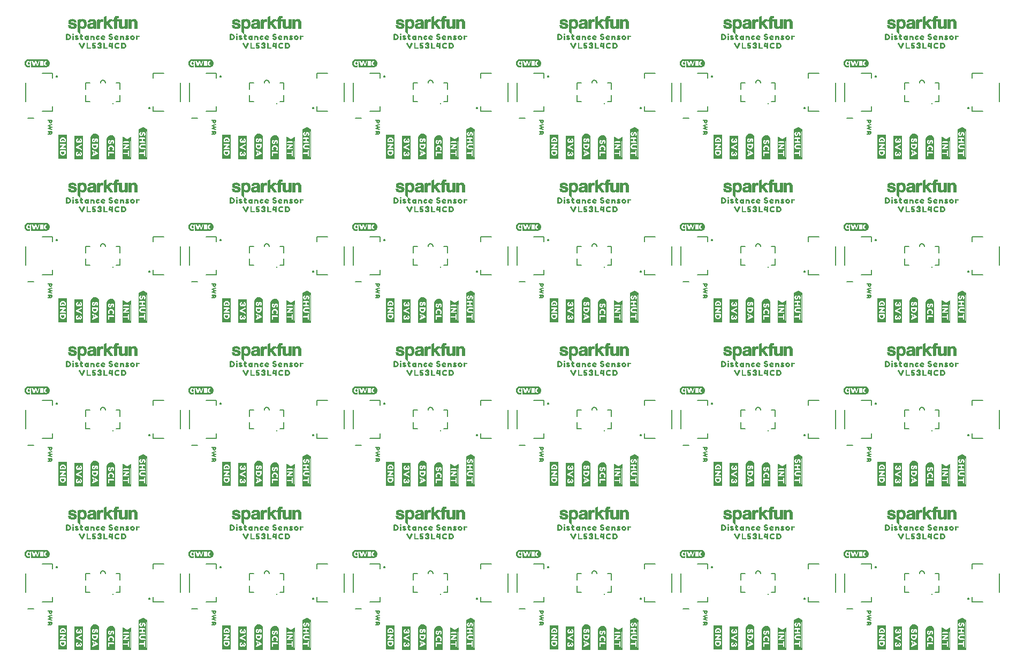
<source format=gto>
G04 EAGLE Gerber RS-274X export*
G75*
%MOMM*%
%FSLAX34Y34*%
%LPD*%
%INSilkscreen Top*%
%IPPOS*%
%AMOC8*
5,1,8,0,0,1.08239X$1,22.5*%
G01*
%ADD10C,0.203200*%
%ADD11C,0.282838*%
%ADD12C,0.177800*%
%ADD13C,0.127000*%

G36*
X197247Y279817D02*
X197247Y279817D01*
X197244Y279821D01*
X197249Y279823D01*
X197349Y280523D01*
X197346Y280528D01*
X197349Y280530D01*
X197349Y326730D01*
X197342Y326739D01*
X197347Y326746D01*
X197147Y327346D01*
X197125Y327361D01*
X197122Y327374D01*
X191122Y330374D01*
X191115Y330373D01*
X191114Y330377D01*
X190414Y330577D01*
X190390Y330568D01*
X190378Y330574D01*
X183778Y327274D01*
X183763Y327244D01*
X183751Y327238D01*
X183651Y326638D01*
X183654Y326633D01*
X183651Y326630D01*
X183651Y279930D01*
X183687Y279883D01*
X183691Y279886D01*
X183693Y279881D01*
X184393Y279781D01*
X184398Y279784D01*
X184400Y279781D01*
X197200Y279781D01*
X197247Y279817D01*
G37*
G36*
X197247Y20737D02*
X197247Y20737D01*
X197244Y20741D01*
X197249Y20743D01*
X197349Y21443D01*
X197346Y21448D01*
X197349Y21450D01*
X197349Y67650D01*
X197342Y67659D01*
X197347Y67666D01*
X197147Y68266D01*
X197125Y68281D01*
X197122Y68294D01*
X191122Y71294D01*
X191115Y71293D01*
X191114Y71297D01*
X190414Y71497D01*
X190390Y71488D01*
X190378Y71494D01*
X183778Y68194D01*
X183763Y68164D01*
X183751Y68158D01*
X183651Y67558D01*
X183654Y67553D01*
X183651Y67550D01*
X183651Y20850D01*
X183687Y20803D01*
X183691Y20806D01*
X183693Y20801D01*
X184393Y20701D01*
X184398Y20704D01*
X184400Y20701D01*
X197200Y20701D01*
X197247Y20737D01*
G37*
G36*
X715407Y538897D02*
X715407Y538897D01*
X715404Y538901D01*
X715409Y538903D01*
X715509Y539603D01*
X715506Y539608D01*
X715509Y539610D01*
X715509Y585810D01*
X715502Y585819D01*
X715507Y585826D01*
X715307Y586426D01*
X715285Y586441D01*
X715282Y586454D01*
X709282Y589454D01*
X709275Y589453D01*
X709274Y589457D01*
X708574Y589657D01*
X708550Y589648D01*
X708538Y589654D01*
X701938Y586354D01*
X701923Y586324D01*
X701911Y586318D01*
X701811Y585718D01*
X701814Y585713D01*
X701811Y585710D01*
X701811Y539010D01*
X701847Y538963D01*
X701851Y538966D01*
X701853Y538961D01*
X702553Y538861D01*
X702558Y538864D01*
X702560Y538861D01*
X715360Y538861D01*
X715407Y538897D01*
G37*
G36*
X456327Y538897D02*
X456327Y538897D01*
X456324Y538901D01*
X456329Y538903D01*
X456429Y539603D01*
X456426Y539608D01*
X456429Y539610D01*
X456429Y585810D01*
X456422Y585819D01*
X456427Y585826D01*
X456227Y586426D01*
X456205Y586441D01*
X456202Y586454D01*
X450202Y589454D01*
X450195Y589453D01*
X450194Y589457D01*
X449494Y589657D01*
X449470Y589648D01*
X449458Y589654D01*
X442858Y586354D01*
X442843Y586324D01*
X442831Y586318D01*
X442731Y585718D01*
X442734Y585713D01*
X442731Y585710D01*
X442731Y539010D01*
X442767Y538963D01*
X442771Y538966D01*
X442773Y538961D01*
X443473Y538861D01*
X443478Y538864D01*
X443480Y538861D01*
X456280Y538861D01*
X456327Y538897D01*
G37*
G36*
X1492647Y538897D02*
X1492647Y538897D01*
X1492644Y538901D01*
X1492649Y538903D01*
X1492749Y539603D01*
X1492746Y539608D01*
X1492749Y539610D01*
X1492749Y585810D01*
X1492742Y585819D01*
X1492747Y585826D01*
X1492547Y586426D01*
X1492525Y586441D01*
X1492522Y586454D01*
X1486522Y589454D01*
X1486515Y589453D01*
X1486514Y589457D01*
X1485814Y589657D01*
X1485790Y589648D01*
X1485778Y589654D01*
X1479178Y586354D01*
X1479163Y586324D01*
X1479151Y586318D01*
X1479051Y585718D01*
X1479054Y585713D01*
X1479051Y585710D01*
X1479051Y539010D01*
X1479087Y538963D01*
X1479091Y538966D01*
X1479093Y538961D01*
X1479793Y538861D01*
X1479798Y538864D01*
X1479800Y538861D01*
X1492600Y538861D01*
X1492647Y538897D01*
G37*
G36*
X1233567Y538897D02*
X1233567Y538897D01*
X1233564Y538901D01*
X1233569Y538903D01*
X1233669Y539603D01*
X1233666Y539608D01*
X1233669Y539610D01*
X1233669Y585810D01*
X1233662Y585819D01*
X1233667Y585826D01*
X1233467Y586426D01*
X1233445Y586441D01*
X1233442Y586454D01*
X1227442Y589454D01*
X1227435Y589453D01*
X1227434Y589457D01*
X1226734Y589657D01*
X1226710Y589648D01*
X1226698Y589654D01*
X1220098Y586354D01*
X1220083Y586324D01*
X1220071Y586318D01*
X1219971Y585718D01*
X1219974Y585713D01*
X1219971Y585710D01*
X1219971Y539010D01*
X1220007Y538963D01*
X1220011Y538966D01*
X1220013Y538961D01*
X1220713Y538861D01*
X1220718Y538864D01*
X1220720Y538861D01*
X1233520Y538861D01*
X1233567Y538897D01*
G37*
G36*
X974487Y20737D02*
X974487Y20737D01*
X974484Y20741D01*
X974489Y20743D01*
X974589Y21443D01*
X974586Y21448D01*
X974589Y21450D01*
X974589Y67650D01*
X974582Y67659D01*
X974587Y67666D01*
X974387Y68266D01*
X974365Y68281D01*
X974362Y68294D01*
X968362Y71294D01*
X968355Y71293D01*
X968354Y71297D01*
X967654Y71497D01*
X967630Y71488D01*
X967618Y71494D01*
X961018Y68194D01*
X961003Y68164D01*
X960991Y68158D01*
X960891Y67558D01*
X960894Y67553D01*
X960891Y67550D01*
X960891Y20850D01*
X960927Y20803D01*
X960931Y20806D01*
X960933Y20801D01*
X961633Y20701D01*
X961638Y20704D01*
X961640Y20701D01*
X974440Y20701D01*
X974487Y20737D01*
G37*
G36*
X715407Y279817D02*
X715407Y279817D01*
X715404Y279821D01*
X715409Y279823D01*
X715509Y280523D01*
X715506Y280528D01*
X715509Y280530D01*
X715509Y326730D01*
X715502Y326739D01*
X715507Y326746D01*
X715307Y327346D01*
X715285Y327361D01*
X715282Y327374D01*
X709282Y330374D01*
X709275Y330373D01*
X709274Y330377D01*
X708574Y330577D01*
X708550Y330568D01*
X708538Y330574D01*
X701938Y327274D01*
X701923Y327244D01*
X701911Y327238D01*
X701811Y326638D01*
X701814Y326633D01*
X701811Y326630D01*
X701811Y279930D01*
X701847Y279883D01*
X701851Y279886D01*
X701853Y279881D01*
X702553Y279781D01*
X702558Y279784D01*
X702560Y279781D01*
X715360Y279781D01*
X715407Y279817D01*
G37*
G36*
X974487Y538897D02*
X974487Y538897D01*
X974484Y538901D01*
X974489Y538903D01*
X974589Y539603D01*
X974586Y539608D01*
X974589Y539610D01*
X974589Y585810D01*
X974582Y585819D01*
X974587Y585826D01*
X974387Y586426D01*
X974365Y586441D01*
X974362Y586454D01*
X968362Y589454D01*
X968355Y589453D01*
X968354Y589457D01*
X967654Y589657D01*
X967630Y589648D01*
X967618Y589654D01*
X961018Y586354D01*
X961003Y586324D01*
X960991Y586318D01*
X960891Y585718D01*
X960894Y585713D01*
X960891Y585710D01*
X960891Y539010D01*
X960927Y538963D01*
X960931Y538966D01*
X960933Y538961D01*
X961633Y538861D01*
X961638Y538864D01*
X961640Y538861D01*
X974440Y538861D01*
X974487Y538897D01*
G37*
G36*
X974487Y797977D02*
X974487Y797977D01*
X974484Y797981D01*
X974489Y797983D01*
X974589Y798683D01*
X974586Y798688D01*
X974589Y798690D01*
X974589Y844890D01*
X974582Y844899D01*
X974587Y844906D01*
X974387Y845506D01*
X974365Y845521D01*
X974362Y845534D01*
X968362Y848534D01*
X968355Y848533D01*
X968354Y848537D01*
X967654Y848737D01*
X967630Y848728D01*
X967618Y848734D01*
X961018Y845434D01*
X961003Y845404D01*
X960991Y845398D01*
X960891Y844798D01*
X960894Y844793D01*
X960891Y844790D01*
X960891Y798090D01*
X960927Y798043D01*
X960931Y798046D01*
X960933Y798041D01*
X961633Y797941D01*
X961638Y797944D01*
X961640Y797941D01*
X974440Y797941D01*
X974487Y797977D01*
G37*
G36*
X1492647Y797977D02*
X1492647Y797977D01*
X1492644Y797981D01*
X1492649Y797983D01*
X1492749Y798683D01*
X1492746Y798688D01*
X1492749Y798690D01*
X1492749Y844890D01*
X1492742Y844899D01*
X1492747Y844906D01*
X1492547Y845506D01*
X1492525Y845521D01*
X1492522Y845534D01*
X1486522Y848534D01*
X1486515Y848533D01*
X1486514Y848537D01*
X1485814Y848737D01*
X1485790Y848728D01*
X1485778Y848734D01*
X1479178Y845434D01*
X1479163Y845404D01*
X1479151Y845398D01*
X1479051Y844798D01*
X1479054Y844793D01*
X1479051Y844790D01*
X1479051Y798090D01*
X1479087Y798043D01*
X1479091Y798046D01*
X1479093Y798041D01*
X1479793Y797941D01*
X1479798Y797944D01*
X1479800Y797941D01*
X1492600Y797941D01*
X1492647Y797977D01*
G37*
G36*
X456327Y797977D02*
X456327Y797977D01*
X456324Y797981D01*
X456329Y797983D01*
X456429Y798683D01*
X456426Y798688D01*
X456429Y798690D01*
X456429Y844890D01*
X456422Y844899D01*
X456427Y844906D01*
X456227Y845506D01*
X456205Y845521D01*
X456202Y845534D01*
X450202Y848534D01*
X450195Y848533D01*
X450194Y848537D01*
X449494Y848737D01*
X449470Y848728D01*
X449458Y848734D01*
X442858Y845434D01*
X442843Y845404D01*
X442831Y845398D01*
X442731Y844798D01*
X442734Y844793D01*
X442731Y844790D01*
X442731Y798090D01*
X442767Y798043D01*
X442771Y798046D01*
X442773Y798041D01*
X443473Y797941D01*
X443478Y797944D01*
X443480Y797941D01*
X456280Y797941D01*
X456327Y797977D01*
G37*
G36*
X197247Y797977D02*
X197247Y797977D01*
X197244Y797981D01*
X197249Y797983D01*
X197349Y798683D01*
X197346Y798688D01*
X197349Y798690D01*
X197349Y844890D01*
X197342Y844899D01*
X197347Y844906D01*
X197147Y845506D01*
X197125Y845521D01*
X197122Y845534D01*
X191122Y848534D01*
X191115Y848533D01*
X191114Y848537D01*
X190414Y848737D01*
X190390Y848728D01*
X190378Y848734D01*
X183778Y845434D01*
X183763Y845404D01*
X183751Y845398D01*
X183651Y844798D01*
X183654Y844793D01*
X183651Y844790D01*
X183651Y798090D01*
X183687Y798043D01*
X183691Y798046D01*
X183693Y798041D01*
X184393Y797941D01*
X184398Y797944D01*
X184400Y797941D01*
X197200Y797941D01*
X197247Y797977D01*
G37*
G36*
X1233567Y797977D02*
X1233567Y797977D01*
X1233564Y797981D01*
X1233569Y797983D01*
X1233669Y798683D01*
X1233666Y798688D01*
X1233669Y798690D01*
X1233669Y844890D01*
X1233662Y844899D01*
X1233667Y844906D01*
X1233467Y845506D01*
X1233445Y845521D01*
X1233442Y845534D01*
X1227442Y848534D01*
X1227435Y848533D01*
X1227434Y848537D01*
X1226734Y848737D01*
X1226710Y848728D01*
X1226698Y848734D01*
X1220098Y845434D01*
X1220083Y845404D01*
X1220071Y845398D01*
X1219971Y844798D01*
X1219974Y844793D01*
X1219971Y844790D01*
X1219971Y798090D01*
X1220007Y798043D01*
X1220011Y798046D01*
X1220013Y798041D01*
X1220713Y797941D01*
X1220718Y797944D01*
X1220720Y797941D01*
X1233520Y797941D01*
X1233567Y797977D01*
G37*
G36*
X715407Y797977D02*
X715407Y797977D01*
X715404Y797981D01*
X715409Y797983D01*
X715509Y798683D01*
X715506Y798688D01*
X715509Y798690D01*
X715509Y844890D01*
X715502Y844899D01*
X715507Y844906D01*
X715307Y845506D01*
X715285Y845521D01*
X715282Y845534D01*
X709282Y848534D01*
X709275Y848533D01*
X709274Y848537D01*
X708574Y848737D01*
X708550Y848728D01*
X708538Y848734D01*
X701938Y845434D01*
X701923Y845404D01*
X701911Y845398D01*
X701811Y844798D01*
X701814Y844793D01*
X701811Y844790D01*
X701811Y798090D01*
X701847Y798043D01*
X701851Y798046D01*
X701853Y798041D01*
X702553Y797941D01*
X702558Y797944D01*
X702560Y797941D01*
X715360Y797941D01*
X715407Y797977D01*
G37*
G36*
X456327Y20737D02*
X456327Y20737D01*
X456324Y20741D01*
X456329Y20743D01*
X456429Y21443D01*
X456426Y21448D01*
X456429Y21450D01*
X456429Y67650D01*
X456422Y67659D01*
X456427Y67666D01*
X456227Y68266D01*
X456205Y68281D01*
X456202Y68294D01*
X450202Y71294D01*
X450195Y71293D01*
X450194Y71297D01*
X449494Y71497D01*
X449470Y71488D01*
X449458Y71494D01*
X442858Y68194D01*
X442843Y68164D01*
X442831Y68158D01*
X442731Y67558D01*
X442734Y67553D01*
X442731Y67550D01*
X442731Y20850D01*
X442767Y20803D01*
X442771Y20806D01*
X442773Y20801D01*
X443473Y20701D01*
X443478Y20704D01*
X443480Y20701D01*
X456280Y20701D01*
X456327Y20737D01*
G37*
G36*
X1492647Y20737D02*
X1492647Y20737D01*
X1492644Y20741D01*
X1492649Y20743D01*
X1492749Y21443D01*
X1492746Y21448D01*
X1492749Y21450D01*
X1492749Y67650D01*
X1492742Y67659D01*
X1492747Y67666D01*
X1492547Y68266D01*
X1492525Y68281D01*
X1492522Y68294D01*
X1486522Y71294D01*
X1486515Y71293D01*
X1486514Y71297D01*
X1485814Y71497D01*
X1485790Y71488D01*
X1485778Y71494D01*
X1479178Y68194D01*
X1479163Y68164D01*
X1479151Y68158D01*
X1479051Y67558D01*
X1479054Y67553D01*
X1479051Y67550D01*
X1479051Y20850D01*
X1479087Y20803D01*
X1479091Y20806D01*
X1479093Y20801D01*
X1479793Y20701D01*
X1479798Y20704D01*
X1479800Y20701D01*
X1492600Y20701D01*
X1492647Y20737D01*
G37*
G36*
X715407Y20737D02*
X715407Y20737D01*
X715404Y20741D01*
X715409Y20743D01*
X715509Y21443D01*
X715506Y21448D01*
X715509Y21450D01*
X715509Y67650D01*
X715502Y67659D01*
X715507Y67666D01*
X715307Y68266D01*
X715285Y68281D01*
X715282Y68294D01*
X709282Y71294D01*
X709275Y71293D01*
X709274Y71297D01*
X708574Y71497D01*
X708550Y71488D01*
X708538Y71494D01*
X701938Y68194D01*
X701923Y68164D01*
X701911Y68158D01*
X701811Y67558D01*
X701814Y67553D01*
X701811Y67550D01*
X701811Y20850D01*
X701847Y20803D01*
X701851Y20806D01*
X701853Y20801D01*
X702553Y20701D01*
X702558Y20704D01*
X702560Y20701D01*
X715360Y20701D01*
X715407Y20737D01*
G37*
G36*
X197247Y538897D02*
X197247Y538897D01*
X197244Y538901D01*
X197249Y538903D01*
X197349Y539603D01*
X197346Y539608D01*
X197349Y539610D01*
X197349Y585810D01*
X197342Y585819D01*
X197347Y585826D01*
X197147Y586426D01*
X197125Y586441D01*
X197122Y586454D01*
X191122Y589454D01*
X191115Y589453D01*
X191114Y589457D01*
X190414Y589657D01*
X190390Y589648D01*
X190378Y589654D01*
X183778Y586354D01*
X183763Y586324D01*
X183751Y586318D01*
X183651Y585718D01*
X183654Y585713D01*
X183651Y585710D01*
X183651Y539010D01*
X183687Y538963D01*
X183691Y538966D01*
X183693Y538961D01*
X184393Y538861D01*
X184398Y538864D01*
X184400Y538861D01*
X197200Y538861D01*
X197247Y538897D01*
G37*
G36*
X1233567Y20737D02*
X1233567Y20737D01*
X1233564Y20741D01*
X1233569Y20743D01*
X1233669Y21443D01*
X1233666Y21448D01*
X1233669Y21450D01*
X1233669Y67650D01*
X1233662Y67659D01*
X1233667Y67666D01*
X1233467Y68266D01*
X1233445Y68281D01*
X1233442Y68294D01*
X1227442Y71294D01*
X1227435Y71293D01*
X1227434Y71297D01*
X1226734Y71497D01*
X1226710Y71488D01*
X1226698Y71494D01*
X1220098Y68194D01*
X1220083Y68164D01*
X1220071Y68158D01*
X1219971Y67558D01*
X1219974Y67553D01*
X1219971Y67550D01*
X1219971Y20850D01*
X1220007Y20803D01*
X1220011Y20806D01*
X1220013Y20801D01*
X1220713Y20701D01*
X1220718Y20704D01*
X1220720Y20701D01*
X1233520Y20701D01*
X1233567Y20737D01*
G37*
G36*
X1233567Y279817D02*
X1233567Y279817D01*
X1233564Y279821D01*
X1233569Y279823D01*
X1233669Y280523D01*
X1233666Y280528D01*
X1233669Y280530D01*
X1233669Y326730D01*
X1233662Y326739D01*
X1233667Y326746D01*
X1233467Y327346D01*
X1233445Y327361D01*
X1233442Y327374D01*
X1227442Y330374D01*
X1227435Y330373D01*
X1227434Y330377D01*
X1226734Y330577D01*
X1226710Y330568D01*
X1226698Y330574D01*
X1220098Y327274D01*
X1220083Y327244D01*
X1220071Y327238D01*
X1219971Y326638D01*
X1219974Y326633D01*
X1219971Y326630D01*
X1219971Y279930D01*
X1220007Y279883D01*
X1220011Y279886D01*
X1220013Y279881D01*
X1220713Y279781D01*
X1220718Y279784D01*
X1220720Y279781D01*
X1233520Y279781D01*
X1233567Y279817D01*
G37*
G36*
X974487Y279817D02*
X974487Y279817D01*
X974484Y279821D01*
X974489Y279823D01*
X974589Y280523D01*
X974586Y280528D01*
X974589Y280530D01*
X974589Y326730D01*
X974582Y326739D01*
X974587Y326746D01*
X974387Y327346D01*
X974365Y327361D01*
X974362Y327374D01*
X968362Y330374D01*
X968355Y330373D01*
X968354Y330377D01*
X967654Y330577D01*
X967630Y330568D01*
X967618Y330574D01*
X961018Y327274D01*
X961003Y327244D01*
X960991Y327238D01*
X960891Y326638D01*
X960894Y326633D01*
X960891Y326630D01*
X960891Y279930D01*
X960927Y279883D01*
X960931Y279886D01*
X960933Y279881D01*
X961633Y279781D01*
X961638Y279784D01*
X961640Y279781D01*
X974440Y279781D01*
X974487Y279817D01*
G37*
G36*
X1492647Y279817D02*
X1492647Y279817D01*
X1492644Y279821D01*
X1492649Y279823D01*
X1492749Y280523D01*
X1492746Y280528D01*
X1492749Y280530D01*
X1492749Y326730D01*
X1492742Y326739D01*
X1492747Y326746D01*
X1492547Y327346D01*
X1492525Y327361D01*
X1492522Y327374D01*
X1486522Y330374D01*
X1486515Y330373D01*
X1486514Y330377D01*
X1485814Y330577D01*
X1485790Y330568D01*
X1485778Y330574D01*
X1479178Y327274D01*
X1479163Y327244D01*
X1479151Y327238D01*
X1479051Y326638D01*
X1479054Y326633D01*
X1479051Y326630D01*
X1479051Y279930D01*
X1479087Y279883D01*
X1479091Y279886D01*
X1479093Y279881D01*
X1479793Y279781D01*
X1479798Y279784D01*
X1479800Y279781D01*
X1492600Y279781D01*
X1492647Y279817D01*
G37*
G36*
X456327Y279817D02*
X456327Y279817D01*
X456324Y279821D01*
X456329Y279823D01*
X456429Y280523D01*
X456426Y280528D01*
X456429Y280530D01*
X456429Y326730D01*
X456422Y326739D01*
X456427Y326746D01*
X456227Y327346D01*
X456205Y327361D01*
X456202Y327374D01*
X450202Y330374D01*
X450195Y330373D01*
X450194Y330377D01*
X449494Y330577D01*
X449470Y330568D01*
X449458Y330574D01*
X442858Y327274D01*
X442843Y327244D01*
X442831Y327238D01*
X442731Y326638D01*
X442734Y326633D01*
X442731Y326630D01*
X442731Y279930D01*
X442767Y279883D01*
X442771Y279886D01*
X442773Y279881D01*
X443473Y279781D01*
X443478Y279784D01*
X443480Y279781D01*
X456280Y279781D01*
X456327Y279817D01*
G37*
G36*
X898066Y279620D02*
X898066Y279620D01*
X898079Y279620D01*
X898379Y280020D01*
X898379Y280028D01*
X898383Y280031D01*
X898379Y280035D01*
X898379Y280042D01*
X898389Y280050D01*
X898389Y314250D01*
X898386Y314254D01*
X898389Y314257D01*
X898289Y314957D01*
X898284Y314962D01*
X898287Y314966D01*
X898087Y315565D01*
X897887Y316264D01*
X897886Y316265D01*
X897887Y316266D01*
X897687Y316866D01*
X897679Y316871D01*
X897681Y316877D01*
X897283Y317475D01*
X896984Y318072D01*
X896974Y318077D01*
X896975Y318085D01*
X896475Y318585D01*
X896471Y318585D01*
X896471Y318588D01*
X895471Y319388D01*
X895467Y319389D01*
X895467Y319391D01*
X894867Y319791D01*
X894863Y319791D01*
X894862Y319794D01*
X893662Y320394D01*
X893651Y320392D01*
X893647Y320399D01*
X892948Y320499D01*
X892348Y320599D01*
X892347Y320598D01*
X892347Y320599D01*
X891647Y320699D01*
X891642Y320696D01*
X891640Y320699D01*
X890940Y320699D01*
X890936Y320696D01*
X890933Y320699D01*
X890233Y320599D01*
X890228Y320594D01*
X890224Y320597D01*
X889024Y320197D01*
X889023Y320194D01*
X889021Y320195D01*
X888321Y319895D01*
X888318Y319891D01*
X888315Y319892D01*
X887815Y319592D01*
X887814Y319591D01*
X887813Y319591D01*
X887213Y319191D01*
X887210Y319184D01*
X887205Y319185D01*
X886705Y318685D01*
X886705Y318681D01*
X886702Y318681D01*
X885902Y317681D01*
X885901Y317677D01*
X885899Y317677D01*
X885499Y317077D01*
X885499Y317073D01*
X885496Y317072D01*
X885196Y316472D01*
X885197Y316465D01*
X885193Y316464D01*
X884993Y315765D01*
X884793Y315166D01*
X884797Y315155D01*
X884791Y315150D01*
X884791Y314453D01*
X884691Y313757D01*
X884694Y313752D01*
X884691Y313750D01*
X884691Y279950D01*
X884710Y279924D01*
X884710Y279911D01*
X885110Y279611D01*
X885132Y279611D01*
X885140Y279601D01*
X898040Y279601D01*
X898066Y279620D01*
G37*
G36*
X379906Y538700D02*
X379906Y538700D01*
X379919Y538700D01*
X380219Y539100D01*
X380219Y539108D01*
X380223Y539111D01*
X380219Y539115D01*
X380219Y539122D01*
X380229Y539130D01*
X380229Y573330D01*
X380226Y573334D01*
X380229Y573337D01*
X380129Y574037D01*
X380124Y574042D01*
X380127Y574046D01*
X379927Y574645D01*
X379727Y575344D01*
X379726Y575345D01*
X379727Y575346D01*
X379527Y575946D01*
X379519Y575951D01*
X379521Y575957D01*
X379123Y576555D01*
X378824Y577152D01*
X378814Y577157D01*
X378815Y577165D01*
X378315Y577665D01*
X378311Y577665D01*
X378311Y577668D01*
X377311Y578468D01*
X377307Y578469D01*
X377307Y578471D01*
X376707Y578871D01*
X376703Y578871D01*
X376702Y578874D01*
X375502Y579474D01*
X375491Y579472D01*
X375487Y579479D01*
X374788Y579579D01*
X374188Y579679D01*
X374187Y579678D01*
X374187Y579679D01*
X373487Y579779D01*
X373482Y579776D01*
X373480Y579779D01*
X372780Y579779D01*
X372776Y579776D01*
X372773Y579779D01*
X372073Y579679D01*
X372068Y579674D01*
X372064Y579677D01*
X370864Y579277D01*
X370863Y579274D01*
X370861Y579275D01*
X370161Y578975D01*
X370158Y578971D01*
X370155Y578972D01*
X369655Y578672D01*
X369654Y578671D01*
X369653Y578671D01*
X369053Y578271D01*
X369050Y578264D01*
X369045Y578265D01*
X368545Y577765D01*
X368545Y577761D01*
X368542Y577761D01*
X367742Y576761D01*
X367741Y576757D01*
X367739Y576757D01*
X367339Y576157D01*
X367339Y576153D01*
X367336Y576152D01*
X367036Y575552D01*
X367037Y575545D01*
X367033Y575544D01*
X366833Y574845D01*
X366633Y574246D01*
X366637Y574235D01*
X366631Y574230D01*
X366631Y573533D01*
X366531Y572837D01*
X366534Y572832D01*
X366531Y572830D01*
X366531Y539030D01*
X366550Y539004D01*
X366550Y538991D01*
X366950Y538691D01*
X366972Y538691D01*
X366980Y538681D01*
X379880Y538681D01*
X379906Y538700D01*
G37*
G36*
X898066Y538700D02*
X898066Y538700D01*
X898079Y538700D01*
X898379Y539100D01*
X898379Y539108D01*
X898383Y539111D01*
X898379Y539115D01*
X898379Y539122D01*
X898389Y539130D01*
X898389Y573330D01*
X898386Y573334D01*
X898389Y573337D01*
X898289Y574037D01*
X898284Y574042D01*
X898287Y574046D01*
X898087Y574645D01*
X897887Y575344D01*
X897886Y575345D01*
X897887Y575346D01*
X897687Y575946D01*
X897679Y575951D01*
X897681Y575957D01*
X897283Y576555D01*
X896984Y577152D01*
X896974Y577157D01*
X896975Y577165D01*
X896475Y577665D01*
X896471Y577665D01*
X896471Y577668D01*
X895471Y578468D01*
X895467Y578469D01*
X895467Y578471D01*
X894867Y578871D01*
X894863Y578871D01*
X894862Y578874D01*
X893662Y579474D01*
X893651Y579472D01*
X893647Y579479D01*
X892948Y579579D01*
X892348Y579679D01*
X892347Y579678D01*
X892347Y579679D01*
X891647Y579779D01*
X891642Y579776D01*
X891640Y579779D01*
X890940Y579779D01*
X890936Y579776D01*
X890933Y579779D01*
X890233Y579679D01*
X890228Y579674D01*
X890224Y579677D01*
X889024Y579277D01*
X889023Y579274D01*
X889021Y579275D01*
X888321Y578975D01*
X888318Y578971D01*
X888315Y578972D01*
X887815Y578672D01*
X887814Y578671D01*
X887813Y578671D01*
X887213Y578271D01*
X887210Y578264D01*
X887205Y578265D01*
X886705Y577765D01*
X886705Y577761D01*
X886702Y577761D01*
X885902Y576761D01*
X885901Y576757D01*
X885899Y576757D01*
X885499Y576157D01*
X885499Y576153D01*
X885496Y576152D01*
X885196Y575552D01*
X885197Y575545D01*
X885193Y575544D01*
X884993Y574845D01*
X884793Y574246D01*
X884797Y574235D01*
X884791Y574230D01*
X884791Y573533D01*
X884691Y572837D01*
X884694Y572832D01*
X884691Y572830D01*
X884691Y539030D01*
X884710Y539004D01*
X884710Y538991D01*
X885110Y538691D01*
X885132Y538691D01*
X885140Y538681D01*
X898040Y538681D01*
X898066Y538700D01*
G37*
G36*
X1416226Y538700D02*
X1416226Y538700D01*
X1416239Y538700D01*
X1416539Y539100D01*
X1416539Y539108D01*
X1416543Y539111D01*
X1416539Y539115D01*
X1416539Y539122D01*
X1416549Y539130D01*
X1416549Y573330D01*
X1416546Y573334D01*
X1416549Y573337D01*
X1416449Y574037D01*
X1416444Y574042D01*
X1416447Y574046D01*
X1416247Y574645D01*
X1416047Y575344D01*
X1416046Y575345D01*
X1416047Y575346D01*
X1415847Y575946D01*
X1415839Y575951D01*
X1415841Y575957D01*
X1415443Y576555D01*
X1415144Y577152D01*
X1415134Y577157D01*
X1415135Y577165D01*
X1414635Y577665D01*
X1414631Y577665D01*
X1414631Y577668D01*
X1413631Y578468D01*
X1413627Y578469D01*
X1413627Y578471D01*
X1413027Y578871D01*
X1413023Y578871D01*
X1413022Y578874D01*
X1411822Y579474D01*
X1411811Y579472D01*
X1411807Y579479D01*
X1411108Y579579D01*
X1410508Y579679D01*
X1410507Y579678D01*
X1410507Y579679D01*
X1409807Y579779D01*
X1409802Y579776D01*
X1409800Y579779D01*
X1409100Y579779D01*
X1409096Y579776D01*
X1409093Y579779D01*
X1408393Y579679D01*
X1408388Y579674D01*
X1408384Y579677D01*
X1407184Y579277D01*
X1407183Y579274D01*
X1407181Y579275D01*
X1406481Y578975D01*
X1406478Y578971D01*
X1406475Y578972D01*
X1405975Y578672D01*
X1405974Y578671D01*
X1405973Y578671D01*
X1405373Y578271D01*
X1405370Y578264D01*
X1405365Y578265D01*
X1404865Y577765D01*
X1404865Y577761D01*
X1404862Y577761D01*
X1404062Y576761D01*
X1404061Y576757D01*
X1404059Y576757D01*
X1403659Y576157D01*
X1403659Y576153D01*
X1403656Y576152D01*
X1403356Y575552D01*
X1403357Y575545D01*
X1403353Y575544D01*
X1403153Y574845D01*
X1402953Y574246D01*
X1402957Y574235D01*
X1402951Y574230D01*
X1402951Y573533D01*
X1402851Y572837D01*
X1402854Y572832D01*
X1402851Y572830D01*
X1402851Y539030D01*
X1402870Y539004D01*
X1402870Y538991D01*
X1403270Y538691D01*
X1403292Y538691D01*
X1403300Y538681D01*
X1416200Y538681D01*
X1416226Y538700D01*
G37*
G36*
X1157146Y538700D02*
X1157146Y538700D01*
X1157159Y538700D01*
X1157459Y539100D01*
X1157459Y539108D01*
X1157463Y539111D01*
X1157459Y539115D01*
X1157459Y539122D01*
X1157469Y539130D01*
X1157469Y573330D01*
X1157466Y573334D01*
X1157469Y573337D01*
X1157369Y574037D01*
X1157364Y574042D01*
X1157367Y574046D01*
X1157167Y574645D01*
X1156967Y575344D01*
X1156966Y575345D01*
X1156967Y575346D01*
X1156767Y575946D01*
X1156759Y575951D01*
X1156761Y575957D01*
X1156363Y576555D01*
X1156064Y577152D01*
X1156054Y577157D01*
X1156055Y577165D01*
X1155555Y577665D01*
X1155551Y577665D01*
X1155551Y577668D01*
X1154551Y578468D01*
X1154547Y578469D01*
X1154547Y578471D01*
X1153947Y578871D01*
X1153943Y578871D01*
X1153942Y578874D01*
X1152742Y579474D01*
X1152731Y579472D01*
X1152727Y579479D01*
X1152028Y579579D01*
X1151428Y579679D01*
X1151427Y579678D01*
X1151427Y579679D01*
X1150727Y579779D01*
X1150722Y579776D01*
X1150720Y579779D01*
X1150020Y579779D01*
X1150016Y579776D01*
X1150013Y579779D01*
X1149313Y579679D01*
X1149308Y579674D01*
X1149304Y579677D01*
X1148104Y579277D01*
X1148103Y579274D01*
X1148101Y579275D01*
X1147401Y578975D01*
X1147398Y578971D01*
X1147395Y578972D01*
X1146895Y578672D01*
X1146894Y578671D01*
X1146893Y578671D01*
X1146293Y578271D01*
X1146290Y578264D01*
X1146285Y578265D01*
X1145785Y577765D01*
X1145785Y577761D01*
X1145782Y577761D01*
X1144982Y576761D01*
X1144981Y576757D01*
X1144979Y576757D01*
X1144579Y576157D01*
X1144579Y576153D01*
X1144576Y576152D01*
X1144276Y575552D01*
X1144277Y575545D01*
X1144273Y575544D01*
X1144073Y574845D01*
X1143873Y574246D01*
X1143877Y574235D01*
X1143871Y574230D01*
X1143871Y573533D01*
X1143771Y572837D01*
X1143774Y572832D01*
X1143771Y572830D01*
X1143771Y539030D01*
X1143790Y539004D01*
X1143790Y538991D01*
X1144190Y538691D01*
X1144212Y538691D01*
X1144220Y538681D01*
X1157120Y538681D01*
X1157146Y538700D01*
G37*
G36*
X638986Y538700D02*
X638986Y538700D01*
X638999Y538700D01*
X639299Y539100D01*
X639299Y539108D01*
X639303Y539111D01*
X639299Y539115D01*
X639299Y539122D01*
X639309Y539130D01*
X639309Y573330D01*
X639306Y573334D01*
X639309Y573337D01*
X639209Y574037D01*
X639204Y574042D01*
X639207Y574046D01*
X639007Y574645D01*
X638807Y575344D01*
X638806Y575345D01*
X638807Y575346D01*
X638607Y575946D01*
X638599Y575951D01*
X638601Y575957D01*
X638203Y576555D01*
X637904Y577152D01*
X637894Y577157D01*
X637895Y577165D01*
X637395Y577665D01*
X637391Y577665D01*
X637391Y577668D01*
X636391Y578468D01*
X636387Y578469D01*
X636387Y578471D01*
X635787Y578871D01*
X635783Y578871D01*
X635782Y578874D01*
X634582Y579474D01*
X634571Y579472D01*
X634567Y579479D01*
X633868Y579579D01*
X633268Y579679D01*
X633267Y579678D01*
X633267Y579679D01*
X632567Y579779D01*
X632562Y579776D01*
X632560Y579779D01*
X631860Y579779D01*
X631856Y579776D01*
X631853Y579779D01*
X631153Y579679D01*
X631148Y579674D01*
X631144Y579677D01*
X629944Y579277D01*
X629943Y579274D01*
X629941Y579275D01*
X629241Y578975D01*
X629238Y578971D01*
X629235Y578972D01*
X628735Y578672D01*
X628734Y578671D01*
X628733Y578671D01*
X628133Y578271D01*
X628130Y578264D01*
X628125Y578265D01*
X627625Y577765D01*
X627625Y577761D01*
X627622Y577761D01*
X626822Y576761D01*
X626821Y576757D01*
X626819Y576757D01*
X626419Y576157D01*
X626419Y576153D01*
X626416Y576152D01*
X626116Y575552D01*
X626117Y575545D01*
X626113Y575544D01*
X625913Y574845D01*
X625713Y574246D01*
X625717Y574235D01*
X625711Y574230D01*
X625711Y573533D01*
X625611Y572837D01*
X625614Y572832D01*
X625611Y572830D01*
X625611Y539030D01*
X625630Y539004D01*
X625630Y538991D01*
X626030Y538691D01*
X626052Y538691D01*
X626060Y538681D01*
X638960Y538681D01*
X638986Y538700D01*
G37*
G36*
X898066Y797780D02*
X898066Y797780D01*
X898079Y797780D01*
X898379Y798180D01*
X898379Y798188D01*
X898383Y798191D01*
X898379Y798195D01*
X898379Y798202D01*
X898389Y798210D01*
X898389Y832410D01*
X898386Y832414D01*
X898389Y832417D01*
X898289Y833117D01*
X898284Y833122D01*
X898287Y833126D01*
X898087Y833725D01*
X897887Y834424D01*
X897886Y834425D01*
X897887Y834426D01*
X897687Y835026D01*
X897679Y835031D01*
X897681Y835037D01*
X897283Y835635D01*
X896984Y836232D01*
X896974Y836237D01*
X896975Y836245D01*
X896475Y836745D01*
X896471Y836745D01*
X896471Y836748D01*
X895471Y837548D01*
X895467Y837549D01*
X895467Y837551D01*
X894867Y837951D01*
X894863Y837951D01*
X894862Y837954D01*
X893662Y838554D01*
X893651Y838552D01*
X893647Y838559D01*
X892948Y838659D01*
X892348Y838759D01*
X892347Y838758D01*
X892347Y838759D01*
X891647Y838859D01*
X891642Y838856D01*
X891640Y838859D01*
X890940Y838859D01*
X890936Y838856D01*
X890933Y838859D01*
X890233Y838759D01*
X890228Y838754D01*
X890224Y838757D01*
X889024Y838357D01*
X889023Y838354D01*
X889021Y838355D01*
X888321Y838055D01*
X888318Y838051D01*
X888315Y838052D01*
X887815Y837752D01*
X887814Y837751D01*
X887813Y837751D01*
X887213Y837351D01*
X887210Y837344D01*
X887205Y837345D01*
X886705Y836845D01*
X886705Y836841D01*
X886702Y836841D01*
X885902Y835841D01*
X885901Y835837D01*
X885899Y835837D01*
X885499Y835237D01*
X885499Y835233D01*
X885496Y835232D01*
X885196Y834632D01*
X885197Y834625D01*
X885193Y834624D01*
X884993Y833925D01*
X884793Y833326D01*
X884797Y833315D01*
X884791Y833310D01*
X884791Y832613D01*
X884691Y831917D01*
X884694Y831912D01*
X884691Y831910D01*
X884691Y798110D01*
X884710Y798084D01*
X884710Y798071D01*
X885110Y797771D01*
X885132Y797771D01*
X885140Y797761D01*
X898040Y797761D01*
X898066Y797780D01*
G37*
G36*
X1416226Y797780D02*
X1416226Y797780D01*
X1416239Y797780D01*
X1416539Y798180D01*
X1416539Y798188D01*
X1416543Y798191D01*
X1416539Y798195D01*
X1416539Y798202D01*
X1416549Y798210D01*
X1416549Y832410D01*
X1416546Y832414D01*
X1416549Y832417D01*
X1416449Y833117D01*
X1416444Y833122D01*
X1416447Y833126D01*
X1416247Y833725D01*
X1416047Y834424D01*
X1416046Y834425D01*
X1416047Y834426D01*
X1415847Y835026D01*
X1415839Y835031D01*
X1415841Y835037D01*
X1415443Y835635D01*
X1415144Y836232D01*
X1415134Y836237D01*
X1415135Y836245D01*
X1414635Y836745D01*
X1414631Y836745D01*
X1414631Y836748D01*
X1413631Y837548D01*
X1413627Y837549D01*
X1413627Y837551D01*
X1413027Y837951D01*
X1413023Y837951D01*
X1413022Y837954D01*
X1411822Y838554D01*
X1411811Y838552D01*
X1411807Y838559D01*
X1411108Y838659D01*
X1410508Y838759D01*
X1410507Y838758D01*
X1410507Y838759D01*
X1409807Y838859D01*
X1409802Y838856D01*
X1409800Y838859D01*
X1409100Y838859D01*
X1409096Y838856D01*
X1409093Y838859D01*
X1408393Y838759D01*
X1408388Y838754D01*
X1408384Y838757D01*
X1407184Y838357D01*
X1407183Y838354D01*
X1407181Y838355D01*
X1406481Y838055D01*
X1406478Y838051D01*
X1406475Y838052D01*
X1405975Y837752D01*
X1405974Y837751D01*
X1405973Y837751D01*
X1405373Y837351D01*
X1405370Y837344D01*
X1405365Y837345D01*
X1404865Y836845D01*
X1404865Y836841D01*
X1404862Y836841D01*
X1404062Y835841D01*
X1404061Y835837D01*
X1404059Y835837D01*
X1403659Y835237D01*
X1403659Y835233D01*
X1403656Y835232D01*
X1403356Y834632D01*
X1403357Y834625D01*
X1403353Y834624D01*
X1403153Y833925D01*
X1402953Y833326D01*
X1402957Y833315D01*
X1402951Y833310D01*
X1402951Y832613D01*
X1402851Y831917D01*
X1402854Y831912D01*
X1402851Y831910D01*
X1402851Y798110D01*
X1402870Y798084D01*
X1402870Y798071D01*
X1403270Y797771D01*
X1403292Y797771D01*
X1403300Y797761D01*
X1416200Y797761D01*
X1416226Y797780D01*
G37*
G36*
X638986Y797780D02*
X638986Y797780D01*
X638999Y797780D01*
X639299Y798180D01*
X639299Y798188D01*
X639303Y798191D01*
X639299Y798195D01*
X639299Y798202D01*
X639309Y798210D01*
X639309Y832410D01*
X639306Y832414D01*
X639309Y832417D01*
X639209Y833117D01*
X639204Y833122D01*
X639207Y833126D01*
X639007Y833725D01*
X638807Y834424D01*
X638806Y834425D01*
X638807Y834426D01*
X638607Y835026D01*
X638599Y835031D01*
X638601Y835037D01*
X638203Y835635D01*
X637904Y836232D01*
X637894Y836237D01*
X637895Y836245D01*
X637395Y836745D01*
X637391Y836745D01*
X637391Y836748D01*
X636391Y837548D01*
X636387Y837549D01*
X636387Y837551D01*
X635787Y837951D01*
X635783Y837951D01*
X635782Y837954D01*
X634582Y838554D01*
X634571Y838552D01*
X634567Y838559D01*
X633868Y838659D01*
X633268Y838759D01*
X633267Y838758D01*
X633267Y838759D01*
X632567Y838859D01*
X632562Y838856D01*
X632560Y838859D01*
X631860Y838859D01*
X631856Y838856D01*
X631853Y838859D01*
X631153Y838759D01*
X631148Y838754D01*
X631144Y838757D01*
X629944Y838357D01*
X629943Y838354D01*
X629941Y838355D01*
X629241Y838055D01*
X629238Y838051D01*
X629235Y838052D01*
X628735Y837752D01*
X628734Y837751D01*
X628733Y837751D01*
X628133Y837351D01*
X628130Y837344D01*
X628125Y837345D01*
X627625Y836845D01*
X627625Y836841D01*
X627622Y836841D01*
X626822Y835841D01*
X626821Y835837D01*
X626819Y835837D01*
X626419Y835237D01*
X626419Y835233D01*
X626416Y835232D01*
X626116Y834632D01*
X626117Y834625D01*
X626113Y834624D01*
X625913Y833925D01*
X625713Y833326D01*
X625717Y833315D01*
X625711Y833310D01*
X625711Y832613D01*
X625611Y831917D01*
X625614Y831912D01*
X625611Y831910D01*
X625611Y798110D01*
X625630Y798084D01*
X625630Y798071D01*
X626030Y797771D01*
X626052Y797771D01*
X626060Y797761D01*
X638960Y797761D01*
X638986Y797780D01*
G37*
G36*
X120826Y279620D02*
X120826Y279620D01*
X120839Y279620D01*
X121139Y280020D01*
X121139Y280028D01*
X121143Y280031D01*
X121139Y280035D01*
X121139Y280042D01*
X121149Y280050D01*
X121149Y314250D01*
X121146Y314254D01*
X121149Y314257D01*
X121049Y314957D01*
X121044Y314962D01*
X121047Y314966D01*
X120847Y315565D01*
X120647Y316264D01*
X120646Y316265D01*
X120647Y316266D01*
X120447Y316866D01*
X120439Y316871D01*
X120441Y316877D01*
X120043Y317475D01*
X119744Y318072D01*
X119734Y318077D01*
X119735Y318085D01*
X119235Y318585D01*
X119231Y318585D01*
X119231Y318588D01*
X118231Y319388D01*
X118227Y319389D01*
X118227Y319391D01*
X117627Y319791D01*
X117623Y319791D01*
X117622Y319794D01*
X116422Y320394D01*
X116411Y320392D01*
X116407Y320399D01*
X115708Y320499D01*
X115108Y320599D01*
X115107Y320598D01*
X115107Y320599D01*
X114407Y320699D01*
X114402Y320696D01*
X114400Y320699D01*
X113700Y320699D01*
X113696Y320696D01*
X113693Y320699D01*
X112993Y320599D01*
X112988Y320594D01*
X112984Y320597D01*
X111784Y320197D01*
X111783Y320194D01*
X111781Y320195D01*
X111081Y319895D01*
X111078Y319891D01*
X111075Y319892D01*
X110575Y319592D01*
X110574Y319591D01*
X110573Y319591D01*
X109973Y319191D01*
X109970Y319184D01*
X109965Y319185D01*
X109465Y318685D01*
X109465Y318681D01*
X109462Y318681D01*
X108662Y317681D01*
X108661Y317677D01*
X108659Y317677D01*
X108259Y317077D01*
X108259Y317073D01*
X108256Y317072D01*
X107956Y316472D01*
X107957Y316465D01*
X107953Y316464D01*
X107753Y315765D01*
X107553Y315166D01*
X107557Y315155D01*
X107551Y315150D01*
X107551Y314453D01*
X107451Y313757D01*
X107454Y313752D01*
X107451Y313750D01*
X107451Y279950D01*
X107470Y279924D01*
X107470Y279911D01*
X107870Y279611D01*
X107892Y279611D01*
X107900Y279601D01*
X120800Y279601D01*
X120826Y279620D01*
G37*
G36*
X120826Y797780D02*
X120826Y797780D01*
X120839Y797780D01*
X121139Y798180D01*
X121139Y798188D01*
X121143Y798191D01*
X121139Y798195D01*
X121139Y798202D01*
X121149Y798210D01*
X121149Y832410D01*
X121146Y832414D01*
X121149Y832417D01*
X121049Y833117D01*
X121044Y833122D01*
X121047Y833126D01*
X120847Y833725D01*
X120647Y834424D01*
X120646Y834425D01*
X120647Y834426D01*
X120447Y835026D01*
X120439Y835031D01*
X120441Y835037D01*
X120043Y835635D01*
X119744Y836232D01*
X119734Y836237D01*
X119735Y836245D01*
X119235Y836745D01*
X119231Y836745D01*
X119231Y836748D01*
X118231Y837548D01*
X118227Y837549D01*
X118227Y837551D01*
X117627Y837951D01*
X117623Y837951D01*
X117622Y837954D01*
X116422Y838554D01*
X116411Y838552D01*
X116407Y838559D01*
X115708Y838659D01*
X115108Y838759D01*
X115107Y838758D01*
X115107Y838759D01*
X114407Y838859D01*
X114402Y838856D01*
X114400Y838859D01*
X113700Y838859D01*
X113696Y838856D01*
X113693Y838859D01*
X112993Y838759D01*
X112988Y838754D01*
X112984Y838757D01*
X111784Y838357D01*
X111783Y838354D01*
X111781Y838355D01*
X111081Y838055D01*
X111078Y838051D01*
X111075Y838052D01*
X110575Y837752D01*
X110574Y837751D01*
X110573Y837751D01*
X109973Y837351D01*
X109970Y837344D01*
X109965Y837345D01*
X109465Y836845D01*
X109465Y836841D01*
X109462Y836841D01*
X108662Y835841D01*
X108661Y835837D01*
X108659Y835837D01*
X108259Y835237D01*
X108259Y835233D01*
X108256Y835232D01*
X107956Y834632D01*
X107957Y834625D01*
X107953Y834624D01*
X107753Y833925D01*
X107553Y833326D01*
X107557Y833315D01*
X107551Y833310D01*
X107551Y832613D01*
X107451Y831917D01*
X107454Y831912D01*
X107451Y831910D01*
X107451Y798110D01*
X107470Y798084D01*
X107470Y798071D01*
X107870Y797771D01*
X107892Y797771D01*
X107900Y797761D01*
X120800Y797761D01*
X120826Y797780D01*
G37*
G36*
X1157146Y797780D02*
X1157146Y797780D01*
X1157159Y797780D01*
X1157459Y798180D01*
X1157459Y798188D01*
X1157463Y798191D01*
X1157459Y798195D01*
X1157459Y798202D01*
X1157469Y798210D01*
X1157469Y832410D01*
X1157466Y832414D01*
X1157469Y832417D01*
X1157369Y833117D01*
X1157364Y833122D01*
X1157367Y833126D01*
X1157167Y833725D01*
X1156967Y834424D01*
X1156966Y834425D01*
X1156967Y834426D01*
X1156767Y835026D01*
X1156759Y835031D01*
X1156761Y835037D01*
X1156363Y835635D01*
X1156064Y836232D01*
X1156054Y836237D01*
X1156055Y836245D01*
X1155555Y836745D01*
X1155551Y836745D01*
X1155551Y836748D01*
X1154551Y837548D01*
X1154547Y837549D01*
X1154547Y837551D01*
X1153947Y837951D01*
X1153943Y837951D01*
X1153942Y837954D01*
X1152742Y838554D01*
X1152731Y838552D01*
X1152727Y838559D01*
X1152028Y838659D01*
X1151428Y838759D01*
X1151427Y838758D01*
X1151427Y838759D01*
X1150727Y838859D01*
X1150722Y838856D01*
X1150720Y838859D01*
X1150020Y838859D01*
X1150016Y838856D01*
X1150013Y838859D01*
X1149313Y838759D01*
X1149308Y838754D01*
X1149304Y838757D01*
X1148104Y838357D01*
X1148103Y838354D01*
X1148101Y838355D01*
X1147401Y838055D01*
X1147398Y838051D01*
X1147395Y838052D01*
X1146895Y837752D01*
X1146894Y837751D01*
X1146893Y837751D01*
X1146293Y837351D01*
X1146290Y837344D01*
X1146285Y837345D01*
X1145785Y836845D01*
X1145785Y836841D01*
X1145782Y836841D01*
X1144982Y835841D01*
X1144981Y835837D01*
X1144979Y835837D01*
X1144579Y835237D01*
X1144579Y835233D01*
X1144576Y835232D01*
X1144276Y834632D01*
X1144277Y834625D01*
X1144273Y834624D01*
X1144073Y833925D01*
X1143873Y833326D01*
X1143877Y833315D01*
X1143871Y833310D01*
X1143871Y832613D01*
X1143771Y831917D01*
X1143774Y831912D01*
X1143771Y831910D01*
X1143771Y798110D01*
X1143790Y798084D01*
X1143790Y798071D01*
X1144190Y797771D01*
X1144212Y797771D01*
X1144220Y797761D01*
X1157120Y797761D01*
X1157146Y797780D01*
G37*
G36*
X898066Y20540D02*
X898066Y20540D01*
X898079Y20540D01*
X898379Y20940D01*
X898379Y20948D01*
X898383Y20951D01*
X898379Y20955D01*
X898379Y20962D01*
X898389Y20970D01*
X898389Y55170D01*
X898386Y55174D01*
X898389Y55177D01*
X898289Y55877D01*
X898284Y55882D01*
X898287Y55886D01*
X898087Y56485D01*
X897887Y57184D01*
X897886Y57185D01*
X897887Y57186D01*
X897687Y57786D01*
X897679Y57791D01*
X897681Y57797D01*
X897283Y58395D01*
X896984Y58992D01*
X896974Y58997D01*
X896975Y59005D01*
X896475Y59505D01*
X896471Y59505D01*
X896471Y59508D01*
X895471Y60308D01*
X895467Y60309D01*
X895467Y60311D01*
X894867Y60711D01*
X894863Y60711D01*
X894862Y60714D01*
X893662Y61314D01*
X893651Y61312D01*
X893647Y61319D01*
X892948Y61419D01*
X892348Y61519D01*
X892347Y61518D01*
X892347Y61519D01*
X891647Y61619D01*
X891642Y61616D01*
X891640Y61619D01*
X890940Y61619D01*
X890936Y61616D01*
X890933Y61619D01*
X890233Y61519D01*
X890228Y61514D01*
X890224Y61517D01*
X889024Y61117D01*
X889023Y61114D01*
X889021Y61115D01*
X888321Y60815D01*
X888318Y60811D01*
X888315Y60812D01*
X887815Y60512D01*
X887814Y60511D01*
X887813Y60511D01*
X887213Y60111D01*
X887210Y60104D01*
X887205Y60105D01*
X886705Y59605D01*
X886705Y59601D01*
X886702Y59601D01*
X885902Y58601D01*
X885901Y58597D01*
X885899Y58597D01*
X885499Y57997D01*
X885499Y57993D01*
X885496Y57992D01*
X885196Y57392D01*
X885197Y57385D01*
X885193Y57384D01*
X884993Y56685D01*
X884793Y56086D01*
X884797Y56075D01*
X884791Y56070D01*
X884791Y55373D01*
X884691Y54677D01*
X884694Y54672D01*
X884691Y54670D01*
X884691Y20870D01*
X884710Y20844D01*
X884710Y20831D01*
X885110Y20531D01*
X885132Y20531D01*
X885140Y20521D01*
X898040Y20521D01*
X898066Y20540D01*
G37*
G36*
X1157146Y20540D02*
X1157146Y20540D01*
X1157159Y20540D01*
X1157459Y20940D01*
X1157459Y20948D01*
X1157463Y20951D01*
X1157459Y20955D01*
X1157459Y20962D01*
X1157469Y20970D01*
X1157469Y55170D01*
X1157466Y55174D01*
X1157469Y55177D01*
X1157369Y55877D01*
X1157364Y55882D01*
X1157367Y55886D01*
X1157167Y56485D01*
X1156967Y57184D01*
X1156966Y57185D01*
X1156967Y57186D01*
X1156767Y57786D01*
X1156759Y57791D01*
X1156761Y57797D01*
X1156363Y58395D01*
X1156064Y58992D01*
X1156054Y58997D01*
X1156055Y59005D01*
X1155555Y59505D01*
X1155551Y59505D01*
X1155551Y59508D01*
X1154551Y60308D01*
X1154547Y60309D01*
X1154547Y60311D01*
X1153947Y60711D01*
X1153943Y60711D01*
X1153942Y60714D01*
X1152742Y61314D01*
X1152731Y61312D01*
X1152727Y61319D01*
X1152028Y61419D01*
X1151428Y61519D01*
X1151427Y61518D01*
X1151427Y61519D01*
X1150727Y61619D01*
X1150722Y61616D01*
X1150720Y61619D01*
X1150020Y61619D01*
X1150016Y61616D01*
X1150013Y61619D01*
X1149313Y61519D01*
X1149308Y61514D01*
X1149304Y61517D01*
X1148104Y61117D01*
X1148103Y61114D01*
X1148101Y61115D01*
X1147401Y60815D01*
X1147398Y60811D01*
X1147395Y60812D01*
X1146895Y60512D01*
X1146894Y60511D01*
X1146893Y60511D01*
X1146293Y60111D01*
X1146290Y60104D01*
X1146285Y60105D01*
X1145785Y59605D01*
X1145785Y59601D01*
X1145782Y59601D01*
X1144982Y58601D01*
X1144981Y58597D01*
X1144979Y58597D01*
X1144579Y57997D01*
X1144579Y57993D01*
X1144576Y57992D01*
X1144276Y57392D01*
X1144277Y57385D01*
X1144273Y57384D01*
X1144073Y56685D01*
X1143873Y56086D01*
X1143877Y56075D01*
X1143871Y56070D01*
X1143871Y55373D01*
X1143771Y54677D01*
X1143774Y54672D01*
X1143771Y54670D01*
X1143771Y20870D01*
X1143790Y20844D01*
X1143790Y20831D01*
X1144190Y20531D01*
X1144212Y20531D01*
X1144220Y20521D01*
X1157120Y20521D01*
X1157146Y20540D01*
G37*
G36*
X379906Y797780D02*
X379906Y797780D01*
X379919Y797780D01*
X380219Y798180D01*
X380219Y798188D01*
X380223Y798191D01*
X380219Y798195D01*
X380219Y798202D01*
X380229Y798210D01*
X380229Y832410D01*
X380226Y832414D01*
X380229Y832417D01*
X380129Y833117D01*
X380124Y833122D01*
X380127Y833126D01*
X379927Y833725D01*
X379727Y834424D01*
X379726Y834425D01*
X379727Y834426D01*
X379527Y835026D01*
X379519Y835031D01*
X379521Y835037D01*
X379123Y835635D01*
X378824Y836232D01*
X378814Y836237D01*
X378815Y836245D01*
X378315Y836745D01*
X378311Y836745D01*
X378311Y836748D01*
X377311Y837548D01*
X377307Y837549D01*
X377307Y837551D01*
X376707Y837951D01*
X376703Y837951D01*
X376702Y837954D01*
X375502Y838554D01*
X375491Y838552D01*
X375487Y838559D01*
X374788Y838659D01*
X374188Y838759D01*
X374187Y838758D01*
X374187Y838759D01*
X373487Y838859D01*
X373482Y838856D01*
X373480Y838859D01*
X372780Y838859D01*
X372776Y838856D01*
X372773Y838859D01*
X372073Y838759D01*
X372068Y838754D01*
X372064Y838757D01*
X370864Y838357D01*
X370863Y838354D01*
X370861Y838355D01*
X370161Y838055D01*
X370158Y838051D01*
X370155Y838052D01*
X369655Y837752D01*
X369654Y837751D01*
X369653Y837751D01*
X369053Y837351D01*
X369050Y837344D01*
X369045Y837345D01*
X368545Y836845D01*
X368545Y836841D01*
X368542Y836841D01*
X367742Y835841D01*
X367741Y835837D01*
X367739Y835837D01*
X367339Y835237D01*
X367339Y835233D01*
X367336Y835232D01*
X367036Y834632D01*
X367037Y834625D01*
X367033Y834624D01*
X366833Y833925D01*
X366633Y833326D01*
X366637Y833315D01*
X366631Y833310D01*
X366631Y832613D01*
X366531Y831917D01*
X366534Y831912D01*
X366531Y831910D01*
X366531Y798110D01*
X366550Y798084D01*
X366550Y798071D01*
X366950Y797771D01*
X366972Y797771D01*
X366980Y797761D01*
X379880Y797761D01*
X379906Y797780D01*
G37*
G36*
X1157146Y279620D02*
X1157146Y279620D01*
X1157159Y279620D01*
X1157459Y280020D01*
X1157459Y280028D01*
X1157463Y280031D01*
X1157459Y280035D01*
X1157459Y280042D01*
X1157469Y280050D01*
X1157469Y314250D01*
X1157466Y314254D01*
X1157469Y314257D01*
X1157369Y314957D01*
X1157364Y314962D01*
X1157367Y314966D01*
X1157167Y315565D01*
X1156967Y316264D01*
X1156966Y316265D01*
X1156967Y316266D01*
X1156767Y316866D01*
X1156759Y316871D01*
X1156761Y316877D01*
X1156363Y317475D01*
X1156064Y318072D01*
X1156054Y318077D01*
X1156055Y318085D01*
X1155555Y318585D01*
X1155551Y318585D01*
X1155551Y318588D01*
X1154551Y319388D01*
X1154547Y319389D01*
X1154547Y319391D01*
X1153947Y319791D01*
X1153943Y319791D01*
X1153942Y319794D01*
X1152742Y320394D01*
X1152731Y320392D01*
X1152727Y320399D01*
X1152028Y320499D01*
X1151428Y320599D01*
X1151427Y320598D01*
X1151427Y320599D01*
X1150727Y320699D01*
X1150722Y320696D01*
X1150720Y320699D01*
X1150020Y320699D01*
X1150016Y320696D01*
X1150013Y320699D01*
X1149313Y320599D01*
X1149308Y320594D01*
X1149304Y320597D01*
X1148104Y320197D01*
X1148103Y320194D01*
X1148101Y320195D01*
X1147401Y319895D01*
X1147398Y319891D01*
X1147395Y319892D01*
X1146895Y319592D01*
X1146894Y319591D01*
X1146893Y319591D01*
X1146293Y319191D01*
X1146290Y319184D01*
X1146285Y319185D01*
X1145785Y318685D01*
X1145785Y318681D01*
X1145782Y318681D01*
X1144982Y317681D01*
X1144981Y317677D01*
X1144979Y317677D01*
X1144579Y317077D01*
X1144579Y317073D01*
X1144576Y317072D01*
X1144276Y316472D01*
X1144277Y316465D01*
X1144273Y316464D01*
X1144073Y315765D01*
X1143873Y315166D01*
X1143877Y315155D01*
X1143871Y315150D01*
X1143871Y314453D01*
X1143771Y313757D01*
X1143774Y313752D01*
X1143771Y313750D01*
X1143771Y279950D01*
X1143790Y279924D01*
X1143790Y279911D01*
X1144190Y279611D01*
X1144212Y279611D01*
X1144220Y279601D01*
X1157120Y279601D01*
X1157146Y279620D01*
G37*
G36*
X1416226Y279620D02*
X1416226Y279620D01*
X1416239Y279620D01*
X1416539Y280020D01*
X1416539Y280028D01*
X1416543Y280031D01*
X1416539Y280035D01*
X1416539Y280042D01*
X1416549Y280050D01*
X1416549Y314250D01*
X1416546Y314254D01*
X1416549Y314257D01*
X1416449Y314957D01*
X1416444Y314962D01*
X1416447Y314966D01*
X1416247Y315565D01*
X1416047Y316264D01*
X1416046Y316265D01*
X1416047Y316266D01*
X1415847Y316866D01*
X1415839Y316871D01*
X1415841Y316877D01*
X1415443Y317475D01*
X1415144Y318072D01*
X1415134Y318077D01*
X1415135Y318085D01*
X1414635Y318585D01*
X1414631Y318585D01*
X1414631Y318588D01*
X1413631Y319388D01*
X1413627Y319389D01*
X1413627Y319391D01*
X1413027Y319791D01*
X1413023Y319791D01*
X1413022Y319794D01*
X1411822Y320394D01*
X1411811Y320392D01*
X1411807Y320399D01*
X1411108Y320499D01*
X1410508Y320599D01*
X1410507Y320598D01*
X1410507Y320599D01*
X1409807Y320699D01*
X1409802Y320696D01*
X1409800Y320699D01*
X1409100Y320699D01*
X1409096Y320696D01*
X1409093Y320699D01*
X1408393Y320599D01*
X1408388Y320594D01*
X1408384Y320597D01*
X1407184Y320197D01*
X1407183Y320194D01*
X1407181Y320195D01*
X1406481Y319895D01*
X1406478Y319891D01*
X1406475Y319892D01*
X1405975Y319592D01*
X1405974Y319591D01*
X1405973Y319591D01*
X1405373Y319191D01*
X1405370Y319184D01*
X1405365Y319185D01*
X1404865Y318685D01*
X1404865Y318681D01*
X1404862Y318681D01*
X1404062Y317681D01*
X1404061Y317677D01*
X1404059Y317677D01*
X1403659Y317077D01*
X1403659Y317073D01*
X1403656Y317072D01*
X1403356Y316472D01*
X1403357Y316465D01*
X1403353Y316464D01*
X1403153Y315765D01*
X1402953Y315166D01*
X1402957Y315155D01*
X1402951Y315150D01*
X1402951Y314453D01*
X1402851Y313757D01*
X1402854Y313752D01*
X1402851Y313750D01*
X1402851Y279950D01*
X1402870Y279924D01*
X1402870Y279911D01*
X1403270Y279611D01*
X1403292Y279611D01*
X1403300Y279601D01*
X1416200Y279601D01*
X1416226Y279620D01*
G37*
G36*
X120826Y538700D02*
X120826Y538700D01*
X120839Y538700D01*
X121139Y539100D01*
X121139Y539108D01*
X121143Y539111D01*
X121139Y539115D01*
X121139Y539122D01*
X121149Y539130D01*
X121149Y573330D01*
X121146Y573334D01*
X121149Y573337D01*
X121049Y574037D01*
X121044Y574042D01*
X121047Y574046D01*
X120847Y574645D01*
X120647Y575344D01*
X120646Y575345D01*
X120647Y575346D01*
X120447Y575946D01*
X120439Y575951D01*
X120441Y575957D01*
X120043Y576555D01*
X119744Y577152D01*
X119734Y577157D01*
X119735Y577165D01*
X119235Y577665D01*
X119231Y577665D01*
X119231Y577668D01*
X118231Y578468D01*
X118227Y578469D01*
X118227Y578471D01*
X117627Y578871D01*
X117623Y578871D01*
X117622Y578874D01*
X116422Y579474D01*
X116411Y579472D01*
X116407Y579479D01*
X115708Y579579D01*
X115108Y579679D01*
X115107Y579678D01*
X115107Y579679D01*
X114407Y579779D01*
X114402Y579776D01*
X114400Y579779D01*
X113700Y579779D01*
X113696Y579776D01*
X113693Y579779D01*
X112993Y579679D01*
X112988Y579674D01*
X112984Y579677D01*
X111784Y579277D01*
X111783Y579274D01*
X111781Y579275D01*
X111081Y578975D01*
X111078Y578971D01*
X111075Y578972D01*
X110575Y578672D01*
X110574Y578671D01*
X110573Y578671D01*
X109973Y578271D01*
X109970Y578264D01*
X109965Y578265D01*
X109465Y577765D01*
X109465Y577761D01*
X109462Y577761D01*
X108662Y576761D01*
X108661Y576757D01*
X108659Y576757D01*
X108259Y576157D01*
X108259Y576153D01*
X108256Y576152D01*
X107956Y575552D01*
X107957Y575545D01*
X107953Y575544D01*
X107753Y574845D01*
X107553Y574246D01*
X107557Y574235D01*
X107551Y574230D01*
X107551Y573533D01*
X107451Y572837D01*
X107454Y572832D01*
X107451Y572830D01*
X107451Y539030D01*
X107470Y539004D01*
X107470Y538991D01*
X107870Y538691D01*
X107892Y538691D01*
X107900Y538681D01*
X120800Y538681D01*
X120826Y538700D01*
G37*
G36*
X1416226Y20540D02*
X1416226Y20540D01*
X1416239Y20540D01*
X1416539Y20940D01*
X1416539Y20948D01*
X1416543Y20951D01*
X1416539Y20955D01*
X1416539Y20962D01*
X1416549Y20970D01*
X1416549Y55170D01*
X1416546Y55174D01*
X1416549Y55177D01*
X1416449Y55877D01*
X1416444Y55882D01*
X1416447Y55886D01*
X1416247Y56485D01*
X1416047Y57184D01*
X1416046Y57185D01*
X1416047Y57186D01*
X1415847Y57786D01*
X1415839Y57791D01*
X1415841Y57797D01*
X1415443Y58395D01*
X1415144Y58992D01*
X1415134Y58997D01*
X1415135Y59005D01*
X1414635Y59505D01*
X1414631Y59505D01*
X1414631Y59508D01*
X1413631Y60308D01*
X1413627Y60309D01*
X1413627Y60311D01*
X1413027Y60711D01*
X1413023Y60711D01*
X1413022Y60714D01*
X1411822Y61314D01*
X1411811Y61312D01*
X1411807Y61319D01*
X1411108Y61419D01*
X1410508Y61519D01*
X1410507Y61518D01*
X1410507Y61519D01*
X1409807Y61619D01*
X1409802Y61616D01*
X1409800Y61619D01*
X1409100Y61619D01*
X1409096Y61616D01*
X1409093Y61619D01*
X1408393Y61519D01*
X1408388Y61514D01*
X1408384Y61517D01*
X1407184Y61117D01*
X1407183Y61114D01*
X1407181Y61115D01*
X1406481Y60815D01*
X1406478Y60811D01*
X1406475Y60812D01*
X1405975Y60512D01*
X1405974Y60511D01*
X1405973Y60511D01*
X1405373Y60111D01*
X1405370Y60104D01*
X1405365Y60105D01*
X1404865Y59605D01*
X1404865Y59601D01*
X1404862Y59601D01*
X1404062Y58601D01*
X1404061Y58597D01*
X1404059Y58597D01*
X1403659Y57997D01*
X1403659Y57993D01*
X1403656Y57992D01*
X1403356Y57392D01*
X1403357Y57385D01*
X1403353Y57384D01*
X1403153Y56685D01*
X1402953Y56086D01*
X1402957Y56075D01*
X1402951Y56070D01*
X1402951Y55373D01*
X1402851Y54677D01*
X1402854Y54672D01*
X1402851Y54670D01*
X1402851Y20870D01*
X1402870Y20844D01*
X1402870Y20831D01*
X1403270Y20531D01*
X1403292Y20531D01*
X1403300Y20521D01*
X1416200Y20521D01*
X1416226Y20540D01*
G37*
G36*
X379906Y20540D02*
X379906Y20540D01*
X379919Y20540D01*
X380219Y20940D01*
X380219Y20948D01*
X380223Y20951D01*
X380219Y20955D01*
X380219Y20962D01*
X380229Y20970D01*
X380229Y55170D01*
X380226Y55174D01*
X380229Y55177D01*
X380129Y55877D01*
X380124Y55882D01*
X380127Y55886D01*
X379927Y56485D01*
X379727Y57184D01*
X379726Y57185D01*
X379727Y57186D01*
X379527Y57786D01*
X379519Y57791D01*
X379521Y57797D01*
X379123Y58395D01*
X378824Y58992D01*
X378814Y58997D01*
X378815Y59005D01*
X378315Y59505D01*
X378311Y59505D01*
X378311Y59508D01*
X377311Y60308D01*
X377307Y60309D01*
X377307Y60311D01*
X376707Y60711D01*
X376703Y60711D01*
X376702Y60714D01*
X375502Y61314D01*
X375491Y61312D01*
X375487Y61319D01*
X374788Y61419D01*
X374188Y61519D01*
X374187Y61518D01*
X374187Y61519D01*
X373487Y61619D01*
X373482Y61616D01*
X373480Y61619D01*
X372780Y61619D01*
X372776Y61616D01*
X372773Y61619D01*
X372073Y61519D01*
X372068Y61514D01*
X372064Y61517D01*
X370864Y61117D01*
X370863Y61114D01*
X370861Y61115D01*
X370161Y60815D01*
X370158Y60811D01*
X370155Y60812D01*
X369655Y60512D01*
X369654Y60511D01*
X369653Y60511D01*
X369053Y60111D01*
X369050Y60104D01*
X369045Y60105D01*
X368545Y59605D01*
X368545Y59601D01*
X368542Y59601D01*
X367742Y58601D01*
X367741Y58597D01*
X367739Y58597D01*
X367339Y57997D01*
X367339Y57993D01*
X367336Y57992D01*
X367036Y57392D01*
X367037Y57385D01*
X367033Y57384D01*
X366833Y56685D01*
X366633Y56086D01*
X366637Y56075D01*
X366631Y56070D01*
X366631Y55373D01*
X366531Y54677D01*
X366534Y54672D01*
X366531Y54670D01*
X366531Y20870D01*
X366550Y20844D01*
X366550Y20831D01*
X366950Y20531D01*
X366972Y20531D01*
X366980Y20521D01*
X379880Y20521D01*
X379906Y20540D01*
G37*
G36*
X638986Y279620D02*
X638986Y279620D01*
X638999Y279620D01*
X639299Y280020D01*
X639299Y280028D01*
X639303Y280031D01*
X639299Y280035D01*
X639299Y280042D01*
X639309Y280050D01*
X639309Y314250D01*
X639306Y314254D01*
X639309Y314257D01*
X639209Y314957D01*
X639204Y314962D01*
X639207Y314966D01*
X639007Y315565D01*
X638807Y316264D01*
X638806Y316265D01*
X638807Y316266D01*
X638607Y316866D01*
X638599Y316871D01*
X638601Y316877D01*
X638203Y317475D01*
X637904Y318072D01*
X637894Y318077D01*
X637895Y318085D01*
X637395Y318585D01*
X637391Y318585D01*
X637391Y318588D01*
X636391Y319388D01*
X636387Y319389D01*
X636387Y319391D01*
X635787Y319791D01*
X635783Y319791D01*
X635782Y319794D01*
X634582Y320394D01*
X634571Y320392D01*
X634567Y320399D01*
X633868Y320499D01*
X633268Y320599D01*
X633267Y320598D01*
X633267Y320599D01*
X632567Y320699D01*
X632562Y320696D01*
X632560Y320699D01*
X631860Y320699D01*
X631856Y320696D01*
X631853Y320699D01*
X631153Y320599D01*
X631148Y320594D01*
X631144Y320597D01*
X629944Y320197D01*
X629943Y320194D01*
X629941Y320195D01*
X629241Y319895D01*
X629238Y319891D01*
X629235Y319892D01*
X628735Y319592D01*
X628734Y319591D01*
X628733Y319591D01*
X628133Y319191D01*
X628130Y319184D01*
X628125Y319185D01*
X627625Y318685D01*
X627625Y318681D01*
X627622Y318681D01*
X626822Y317681D01*
X626821Y317677D01*
X626819Y317677D01*
X626419Y317077D01*
X626419Y317073D01*
X626416Y317072D01*
X626116Y316472D01*
X626117Y316465D01*
X626113Y316464D01*
X625913Y315765D01*
X625713Y315166D01*
X625717Y315155D01*
X625711Y315150D01*
X625711Y314453D01*
X625611Y313757D01*
X625614Y313752D01*
X625611Y313750D01*
X625611Y279950D01*
X625630Y279924D01*
X625630Y279911D01*
X626030Y279611D01*
X626052Y279611D01*
X626060Y279601D01*
X638960Y279601D01*
X638986Y279620D01*
G37*
G36*
X120826Y20540D02*
X120826Y20540D01*
X120839Y20540D01*
X121139Y20940D01*
X121139Y20948D01*
X121143Y20951D01*
X121139Y20955D01*
X121139Y20962D01*
X121149Y20970D01*
X121149Y55170D01*
X121146Y55174D01*
X121149Y55177D01*
X121049Y55877D01*
X121044Y55882D01*
X121047Y55886D01*
X120847Y56485D01*
X120647Y57184D01*
X120646Y57185D01*
X120647Y57186D01*
X120447Y57786D01*
X120439Y57791D01*
X120441Y57797D01*
X120043Y58395D01*
X119744Y58992D01*
X119734Y58997D01*
X119735Y59005D01*
X119235Y59505D01*
X119231Y59505D01*
X119231Y59508D01*
X118231Y60308D01*
X118227Y60309D01*
X118227Y60311D01*
X117627Y60711D01*
X117623Y60711D01*
X117622Y60714D01*
X116422Y61314D01*
X116411Y61312D01*
X116407Y61319D01*
X115708Y61419D01*
X115108Y61519D01*
X115107Y61518D01*
X115107Y61519D01*
X114407Y61619D01*
X114402Y61616D01*
X114400Y61619D01*
X113700Y61619D01*
X113696Y61616D01*
X113693Y61619D01*
X112993Y61519D01*
X112988Y61514D01*
X112984Y61517D01*
X111784Y61117D01*
X111783Y61114D01*
X111781Y61115D01*
X111081Y60815D01*
X111078Y60811D01*
X111075Y60812D01*
X110575Y60512D01*
X110574Y60511D01*
X110573Y60511D01*
X109973Y60111D01*
X109970Y60104D01*
X109965Y60105D01*
X109465Y59605D01*
X109465Y59601D01*
X109462Y59601D01*
X108662Y58601D01*
X108661Y58597D01*
X108659Y58597D01*
X108259Y57997D01*
X108259Y57993D01*
X108256Y57992D01*
X107956Y57392D01*
X107957Y57385D01*
X107953Y57384D01*
X107753Y56685D01*
X107553Y56086D01*
X107557Y56075D01*
X107551Y56070D01*
X107551Y55373D01*
X107451Y54677D01*
X107454Y54672D01*
X107451Y54670D01*
X107451Y20870D01*
X107470Y20844D01*
X107470Y20831D01*
X107870Y20531D01*
X107892Y20531D01*
X107900Y20521D01*
X120800Y20521D01*
X120826Y20540D01*
G37*
G36*
X638986Y20540D02*
X638986Y20540D01*
X638999Y20540D01*
X639299Y20940D01*
X639299Y20948D01*
X639303Y20951D01*
X639299Y20955D01*
X639299Y20962D01*
X639309Y20970D01*
X639309Y55170D01*
X639306Y55174D01*
X639309Y55177D01*
X639209Y55877D01*
X639204Y55882D01*
X639207Y55886D01*
X639007Y56485D01*
X638807Y57184D01*
X638806Y57185D01*
X638807Y57186D01*
X638607Y57786D01*
X638599Y57791D01*
X638601Y57797D01*
X638203Y58395D01*
X637904Y58992D01*
X637894Y58997D01*
X637895Y59005D01*
X637395Y59505D01*
X637391Y59505D01*
X637391Y59508D01*
X636391Y60308D01*
X636387Y60309D01*
X636387Y60311D01*
X635787Y60711D01*
X635783Y60711D01*
X635782Y60714D01*
X634582Y61314D01*
X634571Y61312D01*
X634567Y61319D01*
X633868Y61419D01*
X633268Y61519D01*
X633267Y61518D01*
X633267Y61519D01*
X632567Y61619D01*
X632562Y61616D01*
X632560Y61619D01*
X631860Y61619D01*
X631856Y61616D01*
X631853Y61619D01*
X631153Y61519D01*
X631148Y61514D01*
X631144Y61517D01*
X629944Y61117D01*
X629943Y61114D01*
X629941Y61115D01*
X629241Y60815D01*
X629238Y60811D01*
X629235Y60812D01*
X628735Y60512D01*
X628734Y60511D01*
X628733Y60511D01*
X628133Y60111D01*
X628130Y60104D01*
X628125Y60105D01*
X627625Y59605D01*
X627625Y59601D01*
X627622Y59601D01*
X626822Y58601D01*
X626821Y58597D01*
X626819Y58597D01*
X626419Y57997D01*
X626419Y57993D01*
X626416Y57992D01*
X626116Y57392D01*
X626117Y57385D01*
X626113Y57384D01*
X625913Y56685D01*
X625713Y56086D01*
X625717Y56075D01*
X625711Y56070D01*
X625711Y55373D01*
X625611Y54677D01*
X625614Y54672D01*
X625611Y54670D01*
X625611Y20870D01*
X625630Y20844D01*
X625630Y20831D01*
X626030Y20531D01*
X626052Y20531D01*
X626060Y20521D01*
X638960Y20521D01*
X638986Y20540D01*
G37*
G36*
X379906Y279620D02*
X379906Y279620D01*
X379919Y279620D01*
X380219Y280020D01*
X380219Y280028D01*
X380223Y280031D01*
X380219Y280035D01*
X380219Y280042D01*
X380229Y280050D01*
X380229Y314250D01*
X380226Y314254D01*
X380229Y314257D01*
X380129Y314957D01*
X380124Y314962D01*
X380127Y314966D01*
X379927Y315565D01*
X379727Y316264D01*
X379726Y316265D01*
X379727Y316266D01*
X379527Y316866D01*
X379519Y316871D01*
X379521Y316877D01*
X379123Y317475D01*
X378824Y318072D01*
X378814Y318077D01*
X378815Y318085D01*
X378315Y318585D01*
X378311Y318585D01*
X378311Y318588D01*
X377311Y319388D01*
X377307Y319389D01*
X377307Y319391D01*
X376707Y319791D01*
X376703Y319791D01*
X376702Y319794D01*
X375502Y320394D01*
X375491Y320392D01*
X375487Y320399D01*
X374788Y320499D01*
X374188Y320599D01*
X374187Y320598D01*
X374187Y320599D01*
X373487Y320699D01*
X373482Y320696D01*
X373480Y320699D01*
X372780Y320699D01*
X372776Y320696D01*
X372773Y320699D01*
X372073Y320599D01*
X372068Y320594D01*
X372064Y320597D01*
X370864Y320197D01*
X370863Y320194D01*
X370861Y320195D01*
X370161Y319895D01*
X370158Y319891D01*
X370155Y319892D01*
X369655Y319592D01*
X369654Y319591D01*
X369653Y319591D01*
X369053Y319191D01*
X369050Y319184D01*
X369045Y319185D01*
X368545Y318685D01*
X368545Y318681D01*
X368542Y318681D01*
X367742Y317681D01*
X367741Y317677D01*
X367739Y317677D01*
X367339Y317077D01*
X367339Y317073D01*
X367336Y317072D01*
X367036Y316472D01*
X367037Y316465D01*
X367033Y316464D01*
X366833Y315765D01*
X366633Y315166D01*
X366637Y315155D01*
X366631Y315150D01*
X366631Y314453D01*
X366531Y313757D01*
X366534Y313752D01*
X366531Y313750D01*
X366531Y279950D01*
X366550Y279924D01*
X366550Y279911D01*
X366950Y279611D01*
X366972Y279611D01*
X366980Y279601D01*
X379880Y279601D01*
X379906Y279620D01*
G37*
G36*
X1106567Y539887D02*
X1106567Y539887D01*
X1106565Y539890D01*
X1106569Y539892D01*
X1106669Y540492D01*
X1106666Y540497D01*
X1106669Y540500D01*
X1106669Y574300D01*
X1106664Y574307D01*
X1106667Y574316D01*
X1106654Y574320D01*
X1106633Y574347D01*
X1106614Y574333D01*
X1106613Y574334D01*
X1106649Y574360D01*
X1106659Y574392D01*
X1106669Y574400D01*
X1106669Y577700D01*
X1106633Y577747D01*
X1106626Y577742D01*
X1106620Y577749D01*
X1093120Y577749D01*
X1093073Y577713D01*
X1093075Y577710D01*
X1093071Y577708D01*
X1092971Y577108D01*
X1092974Y577103D01*
X1092971Y577100D01*
X1092971Y539900D01*
X1093007Y539853D01*
X1093014Y539858D01*
X1093020Y539851D01*
X1106520Y539851D01*
X1106567Y539887D01*
G37*
G36*
X70247Y539887D02*
X70247Y539887D01*
X70245Y539890D01*
X70249Y539892D01*
X70349Y540492D01*
X70346Y540497D01*
X70349Y540500D01*
X70349Y574300D01*
X70344Y574307D01*
X70347Y574316D01*
X70334Y574320D01*
X70313Y574347D01*
X70294Y574333D01*
X70293Y574334D01*
X70329Y574360D01*
X70339Y574392D01*
X70349Y574400D01*
X70349Y577700D01*
X70313Y577747D01*
X70306Y577742D01*
X70300Y577749D01*
X56800Y577749D01*
X56753Y577713D01*
X56755Y577710D01*
X56751Y577708D01*
X56651Y577108D01*
X56654Y577103D01*
X56651Y577100D01*
X56651Y539900D01*
X56687Y539853D01*
X56694Y539858D01*
X56700Y539851D01*
X70200Y539851D01*
X70247Y539887D01*
G37*
G36*
X329327Y539887D02*
X329327Y539887D01*
X329325Y539890D01*
X329329Y539892D01*
X329429Y540492D01*
X329426Y540497D01*
X329429Y540500D01*
X329429Y574300D01*
X329424Y574307D01*
X329427Y574316D01*
X329414Y574320D01*
X329393Y574347D01*
X329374Y574333D01*
X329373Y574334D01*
X329409Y574360D01*
X329419Y574392D01*
X329429Y574400D01*
X329429Y577700D01*
X329393Y577747D01*
X329386Y577742D01*
X329380Y577749D01*
X315880Y577749D01*
X315833Y577713D01*
X315835Y577710D01*
X315831Y577708D01*
X315731Y577108D01*
X315734Y577103D01*
X315731Y577100D01*
X315731Y539900D01*
X315767Y539853D01*
X315774Y539858D01*
X315780Y539851D01*
X329280Y539851D01*
X329327Y539887D01*
G37*
G36*
X1365647Y539887D02*
X1365647Y539887D01*
X1365645Y539890D01*
X1365649Y539892D01*
X1365749Y540492D01*
X1365746Y540497D01*
X1365749Y540500D01*
X1365749Y574300D01*
X1365744Y574307D01*
X1365747Y574316D01*
X1365734Y574320D01*
X1365713Y574347D01*
X1365694Y574333D01*
X1365693Y574334D01*
X1365729Y574360D01*
X1365739Y574392D01*
X1365749Y574400D01*
X1365749Y577700D01*
X1365713Y577747D01*
X1365706Y577742D01*
X1365700Y577749D01*
X1352200Y577749D01*
X1352153Y577713D01*
X1352155Y577710D01*
X1352151Y577708D01*
X1352051Y577108D01*
X1352054Y577103D01*
X1352051Y577100D01*
X1352051Y539900D01*
X1352087Y539853D01*
X1352094Y539858D01*
X1352100Y539851D01*
X1365600Y539851D01*
X1365647Y539887D01*
G37*
G36*
X588407Y539887D02*
X588407Y539887D01*
X588405Y539890D01*
X588409Y539892D01*
X588509Y540492D01*
X588506Y540497D01*
X588509Y540500D01*
X588509Y574300D01*
X588504Y574307D01*
X588507Y574316D01*
X588494Y574320D01*
X588473Y574347D01*
X588454Y574333D01*
X588453Y574334D01*
X588489Y574360D01*
X588499Y574392D01*
X588509Y574400D01*
X588509Y577700D01*
X588473Y577747D01*
X588466Y577742D01*
X588460Y577749D01*
X574960Y577749D01*
X574913Y577713D01*
X574915Y577710D01*
X574911Y577708D01*
X574811Y577108D01*
X574814Y577103D01*
X574811Y577100D01*
X574811Y539900D01*
X574847Y539853D01*
X574854Y539858D01*
X574860Y539851D01*
X588360Y539851D01*
X588407Y539887D01*
G37*
G36*
X847487Y539887D02*
X847487Y539887D01*
X847485Y539890D01*
X847489Y539892D01*
X847589Y540492D01*
X847586Y540497D01*
X847589Y540500D01*
X847589Y574300D01*
X847584Y574307D01*
X847587Y574316D01*
X847574Y574320D01*
X847553Y574347D01*
X847534Y574333D01*
X847533Y574334D01*
X847569Y574360D01*
X847579Y574392D01*
X847589Y574400D01*
X847589Y577700D01*
X847553Y577747D01*
X847546Y577742D01*
X847540Y577749D01*
X834040Y577749D01*
X833993Y577713D01*
X833995Y577710D01*
X833991Y577708D01*
X833891Y577108D01*
X833894Y577103D01*
X833891Y577100D01*
X833891Y539900D01*
X833927Y539853D01*
X833934Y539858D01*
X833940Y539851D01*
X847440Y539851D01*
X847487Y539887D01*
G37*
G36*
X329327Y21727D02*
X329327Y21727D01*
X329325Y21730D01*
X329329Y21732D01*
X329429Y22332D01*
X329426Y22337D01*
X329429Y22340D01*
X329429Y56140D01*
X329424Y56147D01*
X329427Y56156D01*
X329414Y56160D01*
X329393Y56187D01*
X329374Y56173D01*
X329373Y56174D01*
X329409Y56200D01*
X329419Y56232D01*
X329429Y56240D01*
X329429Y59540D01*
X329393Y59587D01*
X329386Y59582D01*
X329380Y59589D01*
X315880Y59589D01*
X315833Y59553D01*
X315835Y59550D01*
X315831Y59548D01*
X315731Y58948D01*
X315734Y58943D01*
X315731Y58940D01*
X315731Y21740D01*
X315767Y21693D01*
X315774Y21698D01*
X315780Y21691D01*
X329280Y21691D01*
X329327Y21727D01*
G37*
G36*
X847487Y21727D02*
X847487Y21727D01*
X847485Y21730D01*
X847489Y21732D01*
X847589Y22332D01*
X847586Y22337D01*
X847589Y22340D01*
X847589Y56140D01*
X847584Y56147D01*
X847587Y56156D01*
X847574Y56160D01*
X847553Y56187D01*
X847534Y56173D01*
X847533Y56174D01*
X847569Y56200D01*
X847579Y56232D01*
X847589Y56240D01*
X847589Y59540D01*
X847553Y59587D01*
X847546Y59582D01*
X847540Y59589D01*
X834040Y59589D01*
X833993Y59553D01*
X833995Y59550D01*
X833991Y59548D01*
X833891Y58948D01*
X833894Y58943D01*
X833891Y58940D01*
X833891Y21740D01*
X833927Y21693D01*
X833934Y21698D01*
X833940Y21691D01*
X847440Y21691D01*
X847487Y21727D01*
G37*
G36*
X588407Y21727D02*
X588407Y21727D01*
X588405Y21730D01*
X588409Y21732D01*
X588509Y22332D01*
X588506Y22337D01*
X588509Y22340D01*
X588509Y56140D01*
X588504Y56147D01*
X588507Y56156D01*
X588494Y56160D01*
X588473Y56187D01*
X588454Y56173D01*
X588453Y56174D01*
X588489Y56200D01*
X588499Y56232D01*
X588509Y56240D01*
X588509Y59540D01*
X588473Y59587D01*
X588466Y59582D01*
X588460Y59589D01*
X574960Y59589D01*
X574913Y59553D01*
X574915Y59550D01*
X574911Y59548D01*
X574811Y58948D01*
X574814Y58943D01*
X574811Y58940D01*
X574811Y21740D01*
X574847Y21693D01*
X574854Y21698D01*
X574860Y21691D01*
X588360Y21691D01*
X588407Y21727D01*
G37*
G36*
X70247Y280807D02*
X70247Y280807D01*
X70245Y280810D01*
X70249Y280812D01*
X70349Y281412D01*
X70346Y281417D01*
X70349Y281420D01*
X70349Y315220D01*
X70344Y315227D01*
X70347Y315236D01*
X70334Y315240D01*
X70313Y315267D01*
X70294Y315253D01*
X70293Y315254D01*
X70329Y315280D01*
X70339Y315312D01*
X70349Y315320D01*
X70349Y318620D01*
X70313Y318667D01*
X70306Y318662D01*
X70300Y318669D01*
X56800Y318669D01*
X56753Y318633D01*
X56755Y318630D01*
X56751Y318628D01*
X56651Y318028D01*
X56654Y318023D01*
X56651Y318020D01*
X56651Y280820D01*
X56687Y280773D01*
X56694Y280778D01*
X56700Y280771D01*
X70200Y280771D01*
X70247Y280807D01*
G37*
G36*
X1365647Y280807D02*
X1365647Y280807D01*
X1365645Y280810D01*
X1365649Y280812D01*
X1365749Y281412D01*
X1365746Y281417D01*
X1365749Y281420D01*
X1365749Y315220D01*
X1365744Y315227D01*
X1365747Y315236D01*
X1365734Y315240D01*
X1365713Y315267D01*
X1365694Y315253D01*
X1365693Y315254D01*
X1365729Y315280D01*
X1365739Y315312D01*
X1365749Y315320D01*
X1365749Y318620D01*
X1365713Y318667D01*
X1365706Y318662D01*
X1365700Y318669D01*
X1352200Y318669D01*
X1352153Y318633D01*
X1352155Y318630D01*
X1352151Y318628D01*
X1352051Y318028D01*
X1352054Y318023D01*
X1352051Y318020D01*
X1352051Y280820D01*
X1352087Y280773D01*
X1352094Y280778D01*
X1352100Y280771D01*
X1365600Y280771D01*
X1365647Y280807D01*
G37*
G36*
X847487Y280807D02*
X847487Y280807D01*
X847485Y280810D01*
X847489Y280812D01*
X847589Y281412D01*
X847586Y281417D01*
X847589Y281420D01*
X847589Y315220D01*
X847584Y315227D01*
X847587Y315236D01*
X847574Y315240D01*
X847553Y315267D01*
X847534Y315253D01*
X847533Y315254D01*
X847569Y315280D01*
X847579Y315312D01*
X847589Y315320D01*
X847589Y318620D01*
X847553Y318667D01*
X847546Y318662D01*
X847540Y318669D01*
X834040Y318669D01*
X833993Y318633D01*
X833995Y318630D01*
X833991Y318628D01*
X833891Y318028D01*
X833894Y318023D01*
X833891Y318020D01*
X833891Y280820D01*
X833927Y280773D01*
X833934Y280778D01*
X833940Y280771D01*
X847440Y280771D01*
X847487Y280807D01*
G37*
G36*
X588407Y280807D02*
X588407Y280807D01*
X588405Y280810D01*
X588409Y280812D01*
X588509Y281412D01*
X588506Y281417D01*
X588509Y281420D01*
X588509Y315220D01*
X588504Y315227D01*
X588507Y315236D01*
X588494Y315240D01*
X588473Y315267D01*
X588454Y315253D01*
X588453Y315254D01*
X588489Y315280D01*
X588499Y315312D01*
X588509Y315320D01*
X588509Y318620D01*
X588473Y318667D01*
X588466Y318662D01*
X588460Y318669D01*
X574960Y318669D01*
X574913Y318633D01*
X574915Y318630D01*
X574911Y318628D01*
X574811Y318028D01*
X574814Y318023D01*
X574811Y318020D01*
X574811Y280820D01*
X574847Y280773D01*
X574854Y280778D01*
X574860Y280771D01*
X588360Y280771D01*
X588407Y280807D01*
G37*
G36*
X329327Y280807D02*
X329327Y280807D01*
X329325Y280810D01*
X329329Y280812D01*
X329429Y281412D01*
X329426Y281417D01*
X329429Y281420D01*
X329429Y315220D01*
X329424Y315227D01*
X329427Y315236D01*
X329414Y315240D01*
X329393Y315267D01*
X329374Y315253D01*
X329373Y315254D01*
X329409Y315280D01*
X329419Y315312D01*
X329429Y315320D01*
X329429Y318620D01*
X329393Y318667D01*
X329386Y318662D01*
X329380Y318669D01*
X315880Y318669D01*
X315833Y318633D01*
X315835Y318630D01*
X315831Y318628D01*
X315731Y318028D01*
X315734Y318023D01*
X315731Y318020D01*
X315731Y280820D01*
X315767Y280773D01*
X315774Y280778D01*
X315780Y280771D01*
X329280Y280771D01*
X329327Y280807D01*
G37*
G36*
X1106567Y280807D02*
X1106567Y280807D01*
X1106565Y280810D01*
X1106569Y280812D01*
X1106669Y281412D01*
X1106666Y281417D01*
X1106669Y281420D01*
X1106669Y315220D01*
X1106664Y315227D01*
X1106667Y315236D01*
X1106654Y315240D01*
X1106633Y315267D01*
X1106614Y315253D01*
X1106613Y315254D01*
X1106649Y315280D01*
X1106659Y315312D01*
X1106669Y315320D01*
X1106669Y318620D01*
X1106633Y318667D01*
X1106626Y318662D01*
X1106620Y318669D01*
X1093120Y318669D01*
X1093073Y318633D01*
X1093075Y318630D01*
X1093071Y318628D01*
X1092971Y318028D01*
X1092974Y318023D01*
X1092971Y318020D01*
X1092971Y280820D01*
X1093007Y280773D01*
X1093014Y280778D01*
X1093020Y280771D01*
X1106520Y280771D01*
X1106567Y280807D01*
G37*
G36*
X1106567Y21727D02*
X1106567Y21727D01*
X1106565Y21730D01*
X1106569Y21732D01*
X1106669Y22332D01*
X1106666Y22337D01*
X1106669Y22340D01*
X1106669Y56140D01*
X1106664Y56147D01*
X1106667Y56156D01*
X1106654Y56160D01*
X1106633Y56187D01*
X1106614Y56173D01*
X1106613Y56174D01*
X1106649Y56200D01*
X1106659Y56232D01*
X1106669Y56240D01*
X1106669Y59540D01*
X1106633Y59587D01*
X1106626Y59582D01*
X1106620Y59589D01*
X1093120Y59589D01*
X1093073Y59553D01*
X1093075Y59550D01*
X1093071Y59548D01*
X1092971Y58948D01*
X1092974Y58943D01*
X1092971Y58940D01*
X1092971Y21740D01*
X1093007Y21693D01*
X1093014Y21698D01*
X1093020Y21691D01*
X1106520Y21691D01*
X1106567Y21727D01*
G37*
G36*
X1365647Y21727D02*
X1365647Y21727D01*
X1365645Y21730D01*
X1365649Y21732D01*
X1365749Y22332D01*
X1365746Y22337D01*
X1365749Y22340D01*
X1365749Y56140D01*
X1365744Y56147D01*
X1365747Y56156D01*
X1365734Y56160D01*
X1365713Y56187D01*
X1365694Y56173D01*
X1365693Y56174D01*
X1365729Y56200D01*
X1365739Y56232D01*
X1365749Y56240D01*
X1365749Y59540D01*
X1365713Y59587D01*
X1365706Y59582D01*
X1365700Y59589D01*
X1352200Y59589D01*
X1352153Y59553D01*
X1352155Y59550D01*
X1352151Y59548D01*
X1352051Y58948D01*
X1352054Y58943D01*
X1352051Y58940D01*
X1352051Y21740D01*
X1352087Y21693D01*
X1352094Y21698D01*
X1352100Y21691D01*
X1365600Y21691D01*
X1365647Y21727D01*
G37*
G36*
X70247Y21727D02*
X70247Y21727D01*
X70245Y21730D01*
X70249Y21732D01*
X70349Y22332D01*
X70346Y22337D01*
X70349Y22340D01*
X70349Y56140D01*
X70344Y56147D01*
X70347Y56156D01*
X70334Y56160D01*
X70313Y56187D01*
X70294Y56173D01*
X70293Y56174D01*
X70329Y56200D01*
X70339Y56232D01*
X70349Y56240D01*
X70349Y59540D01*
X70313Y59587D01*
X70306Y59582D01*
X70300Y59589D01*
X56800Y59589D01*
X56753Y59553D01*
X56755Y59550D01*
X56751Y59548D01*
X56651Y58948D01*
X56654Y58943D01*
X56651Y58940D01*
X56651Y21740D01*
X56687Y21693D01*
X56694Y21698D01*
X56700Y21691D01*
X70200Y21691D01*
X70247Y21727D01*
G37*
G36*
X329327Y798967D02*
X329327Y798967D01*
X329325Y798970D01*
X329329Y798972D01*
X329429Y799572D01*
X329426Y799577D01*
X329429Y799580D01*
X329429Y833380D01*
X329424Y833387D01*
X329427Y833396D01*
X329414Y833400D01*
X329393Y833427D01*
X329374Y833413D01*
X329373Y833414D01*
X329409Y833440D01*
X329419Y833472D01*
X329429Y833480D01*
X329429Y836780D01*
X329393Y836827D01*
X329386Y836822D01*
X329380Y836829D01*
X315880Y836829D01*
X315833Y836793D01*
X315835Y836790D01*
X315831Y836788D01*
X315731Y836188D01*
X315734Y836183D01*
X315731Y836180D01*
X315731Y798980D01*
X315767Y798933D01*
X315774Y798938D01*
X315780Y798931D01*
X329280Y798931D01*
X329327Y798967D01*
G37*
G36*
X1365647Y798967D02*
X1365647Y798967D01*
X1365645Y798970D01*
X1365649Y798972D01*
X1365749Y799572D01*
X1365746Y799577D01*
X1365749Y799580D01*
X1365749Y833380D01*
X1365744Y833387D01*
X1365747Y833396D01*
X1365734Y833400D01*
X1365713Y833427D01*
X1365694Y833413D01*
X1365693Y833414D01*
X1365729Y833440D01*
X1365739Y833472D01*
X1365749Y833480D01*
X1365749Y836780D01*
X1365713Y836827D01*
X1365706Y836822D01*
X1365700Y836829D01*
X1352200Y836829D01*
X1352153Y836793D01*
X1352155Y836790D01*
X1352151Y836788D01*
X1352051Y836188D01*
X1352054Y836183D01*
X1352051Y836180D01*
X1352051Y798980D01*
X1352087Y798933D01*
X1352094Y798938D01*
X1352100Y798931D01*
X1365600Y798931D01*
X1365647Y798967D01*
G37*
G36*
X847487Y798967D02*
X847487Y798967D01*
X847485Y798970D01*
X847489Y798972D01*
X847589Y799572D01*
X847586Y799577D01*
X847589Y799580D01*
X847589Y833380D01*
X847584Y833387D01*
X847587Y833396D01*
X847574Y833400D01*
X847553Y833427D01*
X847534Y833413D01*
X847533Y833414D01*
X847569Y833440D01*
X847579Y833472D01*
X847589Y833480D01*
X847589Y836780D01*
X847553Y836827D01*
X847546Y836822D01*
X847540Y836829D01*
X834040Y836829D01*
X833993Y836793D01*
X833995Y836790D01*
X833991Y836788D01*
X833891Y836188D01*
X833894Y836183D01*
X833891Y836180D01*
X833891Y798980D01*
X833927Y798933D01*
X833934Y798938D01*
X833940Y798931D01*
X847440Y798931D01*
X847487Y798967D01*
G37*
G36*
X70247Y798967D02*
X70247Y798967D01*
X70245Y798970D01*
X70249Y798972D01*
X70349Y799572D01*
X70346Y799577D01*
X70349Y799580D01*
X70349Y833380D01*
X70344Y833387D01*
X70347Y833396D01*
X70334Y833400D01*
X70313Y833427D01*
X70294Y833413D01*
X70293Y833414D01*
X70329Y833440D01*
X70339Y833472D01*
X70349Y833480D01*
X70349Y836780D01*
X70313Y836827D01*
X70306Y836822D01*
X70300Y836829D01*
X56800Y836829D01*
X56753Y836793D01*
X56755Y836790D01*
X56751Y836788D01*
X56651Y836188D01*
X56654Y836183D01*
X56651Y836180D01*
X56651Y798980D01*
X56687Y798933D01*
X56694Y798938D01*
X56700Y798931D01*
X70200Y798931D01*
X70247Y798967D01*
G37*
G36*
X1106567Y798967D02*
X1106567Y798967D01*
X1106565Y798970D01*
X1106569Y798972D01*
X1106669Y799572D01*
X1106666Y799577D01*
X1106669Y799580D01*
X1106669Y833380D01*
X1106664Y833387D01*
X1106667Y833396D01*
X1106654Y833400D01*
X1106633Y833427D01*
X1106614Y833413D01*
X1106613Y833414D01*
X1106649Y833440D01*
X1106659Y833472D01*
X1106669Y833480D01*
X1106669Y836780D01*
X1106633Y836827D01*
X1106626Y836822D01*
X1106620Y836829D01*
X1093120Y836829D01*
X1093073Y836793D01*
X1093075Y836790D01*
X1093071Y836788D01*
X1092971Y836188D01*
X1092974Y836183D01*
X1092971Y836180D01*
X1092971Y798980D01*
X1093007Y798933D01*
X1093014Y798938D01*
X1093020Y798931D01*
X1106520Y798931D01*
X1106567Y798967D01*
G37*
G36*
X588407Y798967D02*
X588407Y798967D01*
X588405Y798970D01*
X588409Y798972D01*
X588509Y799572D01*
X588506Y799577D01*
X588509Y799580D01*
X588509Y833380D01*
X588504Y833387D01*
X588507Y833396D01*
X588494Y833400D01*
X588473Y833427D01*
X588454Y833413D01*
X588453Y833414D01*
X588489Y833440D01*
X588499Y833472D01*
X588509Y833480D01*
X588509Y836780D01*
X588473Y836827D01*
X588466Y836822D01*
X588460Y836829D01*
X574960Y836829D01*
X574913Y836793D01*
X574915Y836790D01*
X574911Y836788D01*
X574811Y836188D01*
X574814Y836183D01*
X574811Y836180D01*
X574811Y798980D01*
X574847Y798933D01*
X574854Y798938D01*
X574860Y798931D01*
X588360Y798931D01*
X588407Y798967D01*
G37*
G36*
X1391047Y538917D02*
X1391047Y538917D01*
X1391045Y538920D01*
X1391049Y538922D01*
X1391149Y539522D01*
X1391146Y539527D01*
X1391149Y539530D01*
X1391149Y575930D01*
X1391120Y575968D01*
X1391118Y575976D01*
X1390618Y576176D01*
X1390605Y576172D01*
X1390600Y576179D01*
X1377700Y576179D01*
X1377662Y576150D01*
X1377654Y576148D01*
X1377454Y575648D01*
X1377457Y575638D01*
X1377453Y575635D01*
X1377454Y575633D01*
X1377451Y575630D01*
X1377451Y539030D01*
X1377487Y538983D01*
X1377490Y538985D01*
X1377492Y538981D01*
X1378092Y538881D01*
X1378097Y538884D01*
X1378100Y538881D01*
X1391000Y538881D01*
X1391047Y538917D01*
G37*
G36*
X872887Y797997D02*
X872887Y797997D01*
X872885Y798000D01*
X872889Y798002D01*
X872989Y798602D01*
X872986Y798607D01*
X872989Y798610D01*
X872989Y835010D01*
X872960Y835048D01*
X872958Y835056D01*
X872458Y835256D01*
X872445Y835252D01*
X872440Y835259D01*
X859540Y835259D01*
X859502Y835230D01*
X859494Y835228D01*
X859294Y834728D01*
X859297Y834718D01*
X859293Y834715D01*
X859294Y834713D01*
X859291Y834710D01*
X859291Y798110D01*
X859327Y798063D01*
X859330Y798065D01*
X859332Y798061D01*
X859932Y797961D01*
X859937Y797964D01*
X859940Y797961D01*
X872840Y797961D01*
X872887Y797997D01*
G37*
G36*
X354727Y279837D02*
X354727Y279837D01*
X354725Y279840D01*
X354729Y279842D01*
X354829Y280442D01*
X354826Y280447D01*
X354829Y280450D01*
X354829Y316850D01*
X354800Y316888D01*
X354798Y316896D01*
X354298Y317096D01*
X354285Y317092D01*
X354280Y317099D01*
X341380Y317099D01*
X341342Y317070D01*
X341334Y317068D01*
X341134Y316568D01*
X341137Y316558D01*
X341133Y316555D01*
X341134Y316553D01*
X341131Y316550D01*
X341131Y279950D01*
X341167Y279903D01*
X341170Y279905D01*
X341172Y279901D01*
X341772Y279801D01*
X341777Y279804D01*
X341780Y279801D01*
X354680Y279801D01*
X354727Y279837D01*
G37*
G36*
X95647Y279837D02*
X95647Y279837D01*
X95645Y279840D01*
X95649Y279842D01*
X95749Y280442D01*
X95746Y280447D01*
X95749Y280450D01*
X95749Y316850D01*
X95720Y316888D01*
X95718Y316896D01*
X95218Y317096D01*
X95205Y317092D01*
X95200Y317099D01*
X82300Y317099D01*
X82262Y317070D01*
X82254Y317068D01*
X82054Y316568D01*
X82057Y316558D01*
X82053Y316555D01*
X82054Y316553D01*
X82051Y316550D01*
X82051Y279950D01*
X82087Y279903D01*
X82090Y279905D01*
X82092Y279901D01*
X82692Y279801D01*
X82697Y279804D01*
X82700Y279801D01*
X95600Y279801D01*
X95647Y279837D01*
G37*
G36*
X1131967Y279837D02*
X1131967Y279837D01*
X1131965Y279840D01*
X1131969Y279842D01*
X1132069Y280442D01*
X1132066Y280447D01*
X1132069Y280450D01*
X1132069Y316850D01*
X1132040Y316888D01*
X1132038Y316896D01*
X1131538Y317096D01*
X1131525Y317092D01*
X1131520Y317099D01*
X1118620Y317099D01*
X1118582Y317070D01*
X1118574Y317068D01*
X1118374Y316568D01*
X1118377Y316558D01*
X1118373Y316555D01*
X1118374Y316553D01*
X1118371Y316550D01*
X1118371Y279950D01*
X1118407Y279903D01*
X1118410Y279905D01*
X1118412Y279901D01*
X1119012Y279801D01*
X1119017Y279804D01*
X1119020Y279801D01*
X1131920Y279801D01*
X1131967Y279837D01*
G37*
G36*
X613807Y279837D02*
X613807Y279837D01*
X613805Y279840D01*
X613809Y279842D01*
X613909Y280442D01*
X613906Y280447D01*
X613909Y280450D01*
X613909Y316850D01*
X613880Y316888D01*
X613878Y316896D01*
X613378Y317096D01*
X613365Y317092D01*
X613360Y317099D01*
X600460Y317099D01*
X600422Y317070D01*
X600414Y317068D01*
X600214Y316568D01*
X600217Y316558D01*
X600213Y316555D01*
X600214Y316553D01*
X600211Y316550D01*
X600211Y279950D01*
X600247Y279903D01*
X600250Y279905D01*
X600252Y279901D01*
X600852Y279801D01*
X600857Y279804D01*
X600860Y279801D01*
X613760Y279801D01*
X613807Y279837D01*
G37*
G36*
X613807Y538917D02*
X613807Y538917D01*
X613805Y538920D01*
X613809Y538922D01*
X613909Y539522D01*
X613906Y539527D01*
X613909Y539530D01*
X613909Y575930D01*
X613880Y575968D01*
X613878Y575976D01*
X613378Y576176D01*
X613365Y576172D01*
X613360Y576179D01*
X600460Y576179D01*
X600422Y576150D01*
X600414Y576148D01*
X600214Y575648D01*
X600217Y575638D01*
X600213Y575635D01*
X600214Y575633D01*
X600211Y575630D01*
X600211Y539030D01*
X600247Y538983D01*
X600250Y538985D01*
X600252Y538981D01*
X600852Y538881D01*
X600857Y538884D01*
X600860Y538881D01*
X613760Y538881D01*
X613807Y538917D01*
G37*
G36*
X354727Y538917D02*
X354727Y538917D01*
X354725Y538920D01*
X354729Y538922D01*
X354829Y539522D01*
X354826Y539527D01*
X354829Y539530D01*
X354829Y575930D01*
X354800Y575968D01*
X354798Y575976D01*
X354298Y576176D01*
X354285Y576172D01*
X354280Y576179D01*
X341380Y576179D01*
X341342Y576150D01*
X341334Y576148D01*
X341134Y575648D01*
X341137Y575638D01*
X341133Y575635D01*
X341134Y575633D01*
X341131Y575630D01*
X341131Y539030D01*
X341167Y538983D01*
X341170Y538985D01*
X341172Y538981D01*
X341772Y538881D01*
X341777Y538884D01*
X341780Y538881D01*
X354680Y538881D01*
X354727Y538917D01*
G37*
G36*
X872887Y538917D02*
X872887Y538917D01*
X872885Y538920D01*
X872889Y538922D01*
X872989Y539522D01*
X872986Y539527D01*
X872989Y539530D01*
X872989Y575930D01*
X872960Y575968D01*
X872958Y575976D01*
X872458Y576176D01*
X872445Y576172D01*
X872440Y576179D01*
X859540Y576179D01*
X859502Y576150D01*
X859494Y576148D01*
X859294Y575648D01*
X859297Y575638D01*
X859293Y575635D01*
X859294Y575633D01*
X859291Y575630D01*
X859291Y539030D01*
X859327Y538983D01*
X859330Y538985D01*
X859332Y538981D01*
X859932Y538881D01*
X859937Y538884D01*
X859940Y538881D01*
X872840Y538881D01*
X872887Y538917D01*
G37*
G36*
X613807Y797997D02*
X613807Y797997D01*
X613805Y798000D01*
X613809Y798002D01*
X613909Y798602D01*
X613906Y798607D01*
X613909Y798610D01*
X613909Y835010D01*
X613880Y835048D01*
X613878Y835056D01*
X613378Y835256D01*
X613365Y835252D01*
X613360Y835259D01*
X600460Y835259D01*
X600422Y835230D01*
X600414Y835228D01*
X600214Y834728D01*
X600217Y834718D01*
X600213Y834715D01*
X600214Y834713D01*
X600211Y834710D01*
X600211Y798110D01*
X600247Y798063D01*
X600250Y798065D01*
X600252Y798061D01*
X600852Y797961D01*
X600857Y797964D01*
X600860Y797961D01*
X613760Y797961D01*
X613807Y797997D01*
G37*
G36*
X95647Y538917D02*
X95647Y538917D01*
X95645Y538920D01*
X95649Y538922D01*
X95749Y539522D01*
X95746Y539527D01*
X95749Y539530D01*
X95749Y575930D01*
X95720Y575968D01*
X95718Y575976D01*
X95218Y576176D01*
X95205Y576172D01*
X95200Y576179D01*
X82300Y576179D01*
X82262Y576150D01*
X82254Y576148D01*
X82054Y575648D01*
X82057Y575638D01*
X82053Y575635D01*
X82054Y575633D01*
X82051Y575630D01*
X82051Y539030D01*
X82087Y538983D01*
X82090Y538985D01*
X82092Y538981D01*
X82692Y538881D01*
X82697Y538884D01*
X82700Y538881D01*
X95600Y538881D01*
X95647Y538917D01*
G37*
G36*
X1391047Y279837D02*
X1391047Y279837D01*
X1391045Y279840D01*
X1391049Y279842D01*
X1391149Y280442D01*
X1391146Y280447D01*
X1391149Y280450D01*
X1391149Y316850D01*
X1391120Y316888D01*
X1391118Y316896D01*
X1390618Y317096D01*
X1390605Y317092D01*
X1390600Y317099D01*
X1377700Y317099D01*
X1377662Y317070D01*
X1377654Y317068D01*
X1377454Y316568D01*
X1377457Y316558D01*
X1377453Y316555D01*
X1377454Y316553D01*
X1377451Y316550D01*
X1377451Y279950D01*
X1377487Y279903D01*
X1377490Y279905D01*
X1377492Y279901D01*
X1378092Y279801D01*
X1378097Y279804D01*
X1378100Y279801D01*
X1391000Y279801D01*
X1391047Y279837D01*
G37*
G36*
X354727Y20757D02*
X354727Y20757D01*
X354725Y20760D01*
X354729Y20762D01*
X354829Y21362D01*
X354826Y21367D01*
X354829Y21370D01*
X354829Y57770D01*
X354800Y57808D01*
X354798Y57816D01*
X354298Y58016D01*
X354285Y58012D01*
X354280Y58019D01*
X341380Y58019D01*
X341342Y57990D01*
X341334Y57988D01*
X341134Y57488D01*
X341137Y57478D01*
X341133Y57475D01*
X341134Y57473D01*
X341131Y57470D01*
X341131Y20870D01*
X341167Y20823D01*
X341170Y20825D01*
X341172Y20821D01*
X341772Y20721D01*
X341777Y20724D01*
X341780Y20721D01*
X354680Y20721D01*
X354727Y20757D01*
G37*
G36*
X872887Y20757D02*
X872887Y20757D01*
X872885Y20760D01*
X872889Y20762D01*
X872989Y21362D01*
X872986Y21367D01*
X872989Y21370D01*
X872989Y57770D01*
X872960Y57808D01*
X872958Y57816D01*
X872458Y58016D01*
X872445Y58012D01*
X872440Y58019D01*
X859540Y58019D01*
X859502Y57990D01*
X859494Y57988D01*
X859294Y57488D01*
X859297Y57478D01*
X859293Y57475D01*
X859294Y57473D01*
X859291Y57470D01*
X859291Y20870D01*
X859327Y20823D01*
X859330Y20825D01*
X859332Y20821D01*
X859932Y20721D01*
X859937Y20724D01*
X859940Y20721D01*
X872840Y20721D01*
X872887Y20757D01*
G37*
G36*
X1391047Y20757D02*
X1391047Y20757D01*
X1391045Y20760D01*
X1391049Y20762D01*
X1391149Y21362D01*
X1391146Y21367D01*
X1391149Y21370D01*
X1391149Y57770D01*
X1391120Y57808D01*
X1391118Y57816D01*
X1390618Y58016D01*
X1390605Y58012D01*
X1390600Y58019D01*
X1377700Y58019D01*
X1377662Y57990D01*
X1377654Y57988D01*
X1377454Y57488D01*
X1377457Y57478D01*
X1377453Y57475D01*
X1377454Y57473D01*
X1377451Y57470D01*
X1377451Y20870D01*
X1377487Y20823D01*
X1377490Y20825D01*
X1377492Y20821D01*
X1378092Y20721D01*
X1378097Y20724D01*
X1378100Y20721D01*
X1391000Y20721D01*
X1391047Y20757D01*
G37*
G36*
X1131967Y20757D02*
X1131967Y20757D01*
X1131965Y20760D01*
X1131969Y20762D01*
X1132069Y21362D01*
X1132066Y21367D01*
X1132069Y21370D01*
X1132069Y57770D01*
X1132040Y57808D01*
X1132038Y57816D01*
X1131538Y58016D01*
X1131525Y58012D01*
X1131520Y58019D01*
X1118620Y58019D01*
X1118582Y57990D01*
X1118574Y57988D01*
X1118374Y57488D01*
X1118377Y57478D01*
X1118373Y57475D01*
X1118374Y57473D01*
X1118371Y57470D01*
X1118371Y20870D01*
X1118407Y20823D01*
X1118410Y20825D01*
X1118412Y20821D01*
X1119012Y20721D01*
X1119017Y20724D01*
X1119020Y20721D01*
X1131920Y20721D01*
X1131967Y20757D01*
G37*
G36*
X95647Y20757D02*
X95647Y20757D01*
X95645Y20760D01*
X95649Y20762D01*
X95749Y21362D01*
X95746Y21367D01*
X95749Y21370D01*
X95749Y57770D01*
X95720Y57808D01*
X95718Y57816D01*
X95218Y58016D01*
X95205Y58012D01*
X95200Y58019D01*
X82300Y58019D01*
X82262Y57990D01*
X82254Y57988D01*
X82054Y57488D01*
X82057Y57478D01*
X82053Y57475D01*
X82054Y57473D01*
X82051Y57470D01*
X82051Y20870D01*
X82087Y20823D01*
X82090Y20825D01*
X82092Y20821D01*
X82692Y20721D01*
X82697Y20724D01*
X82700Y20721D01*
X95600Y20721D01*
X95647Y20757D01*
G37*
G36*
X613807Y20757D02*
X613807Y20757D01*
X613805Y20760D01*
X613809Y20762D01*
X613909Y21362D01*
X613906Y21367D01*
X613909Y21370D01*
X613909Y57770D01*
X613880Y57808D01*
X613878Y57816D01*
X613378Y58016D01*
X613365Y58012D01*
X613360Y58019D01*
X600460Y58019D01*
X600422Y57990D01*
X600414Y57988D01*
X600214Y57488D01*
X600217Y57478D01*
X600213Y57475D01*
X600214Y57473D01*
X600211Y57470D01*
X600211Y20870D01*
X600247Y20823D01*
X600250Y20825D01*
X600252Y20821D01*
X600852Y20721D01*
X600857Y20724D01*
X600860Y20721D01*
X613760Y20721D01*
X613807Y20757D01*
G37*
G36*
X1131967Y538917D02*
X1131967Y538917D01*
X1131965Y538920D01*
X1131969Y538922D01*
X1132069Y539522D01*
X1132066Y539527D01*
X1132069Y539530D01*
X1132069Y575930D01*
X1132040Y575968D01*
X1132038Y575976D01*
X1131538Y576176D01*
X1131525Y576172D01*
X1131520Y576179D01*
X1118620Y576179D01*
X1118582Y576150D01*
X1118574Y576148D01*
X1118374Y575648D01*
X1118377Y575638D01*
X1118373Y575635D01*
X1118374Y575633D01*
X1118371Y575630D01*
X1118371Y539030D01*
X1118407Y538983D01*
X1118410Y538985D01*
X1118412Y538981D01*
X1119012Y538881D01*
X1119017Y538884D01*
X1119020Y538881D01*
X1131920Y538881D01*
X1131967Y538917D01*
G37*
G36*
X354727Y797997D02*
X354727Y797997D01*
X354725Y798000D01*
X354729Y798002D01*
X354829Y798602D01*
X354826Y798607D01*
X354829Y798610D01*
X354829Y835010D01*
X354800Y835048D01*
X354798Y835056D01*
X354298Y835256D01*
X354285Y835252D01*
X354280Y835259D01*
X341380Y835259D01*
X341342Y835230D01*
X341334Y835228D01*
X341134Y834728D01*
X341137Y834718D01*
X341133Y834715D01*
X341134Y834713D01*
X341131Y834710D01*
X341131Y798110D01*
X341167Y798063D01*
X341170Y798065D01*
X341172Y798061D01*
X341772Y797961D01*
X341777Y797964D01*
X341780Y797961D01*
X354680Y797961D01*
X354727Y797997D01*
G37*
G36*
X1391047Y797997D02*
X1391047Y797997D01*
X1391045Y798000D01*
X1391049Y798002D01*
X1391149Y798602D01*
X1391146Y798607D01*
X1391149Y798610D01*
X1391149Y835010D01*
X1391120Y835048D01*
X1391118Y835056D01*
X1390618Y835256D01*
X1390605Y835252D01*
X1390600Y835259D01*
X1377700Y835259D01*
X1377662Y835230D01*
X1377654Y835228D01*
X1377454Y834728D01*
X1377457Y834718D01*
X1377453Y834715D01*
X1377454Y834713D01*
X1377451Y834710D01*
X1377451Y798110D01*
X1377487Y798063D01*
X1377490Y798065D01*
X1377492Y798061D01*
X1378092Y797961D01*
X1378097Y797964D01*
X1378100Y797961D01*
X1391000Y797961D01*
X1391047Y797997D01*
G37*
G36*
X1131967Y797997D02*
X1131967Y797997D01*
X1131965Y798000D01*
X1131969Y798002D01*
X1132069Y798602D01*
X1132066Y798607D01*
X1132069Y798610D01*
X1132069Y835010D01*
X1132040Y835048D01*
X1132038Y835056D01*
X1131538Y835256D01*
X1131525Y835252D01*
X1131520Y835259D01*
X1118620Y835259D01*
X1118582Y835230D01*
X1118574Y835228D01*
X1118374Y834728D01*
X1118377Y834718D01*
X1118373Y834715D01*
X1118374Y834713D01*
X1118371Y834710D01*
X1118371Y798110D01*
X1118407Y798063D01*
X1118410Y798065D01*
X1118412Y798061D01*
X1119012Y797961D01*
X1119017Y797964D01*
X1119020Y797961D01*
X1131920Y797961D01*
X1131967Y797997D01*
G37*
G36*
X95647Y797997D02*
X95647Y797997D01*
X95645Y798000D01*
X95649Y798002D01*
X95749Y798602D01*
X95746Y798607D01*
X95749Y798610D01*
X95749Y835010D01*
X95720Y835048D01*
X95718Y835056D01*
X95218Y835256D01*
X95205Y835252D01*
X95200Y835259D01*
X82300Y835259D01*
X82262Y835230D01*
X82254Y835228D01*
X82054Y834728D01*
X82057Y834718D01*
X82053Y834715D01*
X82054Y834713D01*
X82051Y834710D01*
X82051Y798110D01*
X82087Y798063D01*
X82090Y798065D01*
X82092Y798061D01*
X82692Y797961D01*
X82697Y797964D01*
X82700Y797961D01*
X95600Y797961D01*
X95647Y797997D01*
G37*
G36*
X872887Y279837D02*
X872887Y279837D01*
X872885Y279840D01*
X872889Y279842D01*
X872989Y280442D01*
X872986Y280447D01*
X872989Y280450D01*
X872989Y316850D01*
X872960Y316888D01*
X872958Y316896D01*
X872458Y317096D01*
X872445Y317092D01*
X872440Y317099D01*
X859540Y317099D01*
X859502Y317070D01*
X859494Y317068D01*
X859294Y316568D01*
X859297Y316558D01*
X859293Y316555D01*
X859294Y316553D01*
X859291Y316550D01*
X859291Y279950D01*
X859327Y279903D01*
X859330Y279905D01*
X859332Y279901D01*
X859932Y279801D01*
X859937Y279804D01*
X859940Y279801D01*
X872840Y279801D01*
X872887Y279837D01*
G37*
G36*
X146011Y538819D02*
X146011Y538819D01*
X146018Y538814D01*
X146518Y539014D01*
X146533Y539038D01*
X146540Y539044D01*
X146538Y539047D01*
X146543Y539055D01*
X146549Y539060D01*
X146549Y570260D01*
X146546Y570265D01*
X146549Y570268D01*
X146449Y570864D01*
X146449Y571560D01*
X146442Y571569D01*
X146447Y571576D01*
X146247Y572175D01*
X146047Y572874D01*
X146042Y572878D01*
X146044Y572882D01*
X145744Y573482D01*
X145740Y573484D01*
X145741Y573487D01*
X145341Y574087D01*
X145338Y574088D01*
X145338Y574091D01*
X144538Y575091D01*
X144534Y575092D01*
X144535Y575095D01*
X144035Y575595D01*
X144028Y575596D01*
X144027Y575601D01*
X143427Y576001D01*
X143423Y576001D01*
X143422Y576004D01*
X142222Y576604D01*
X142217Y576603D01*
X142216Y576607D01*
X141616Y576807D01*
X141614Y576806D01*
X141614Y576807D01*
X140914Y577007D01*
X140904Y577004D01*
X140900Y577009D01*
X140204Y577009D01*
X139608Y577109D01*
X139598Y577103D01*
X139593Y577109D01*
X138193Y576909D01*
X138188Y576904D01*
X138184Y576907D01*
X137585Y576707D01*
X136886Y576507D01*
X136882Y576502D01*
X136878Y576504D01*
X136278Y576204D01*
X136275Y576197D01*
X136269Y576198D01*
X135771Y575800D01*
X135173Y575401D01*
X135170Y575394D01*
X135165Y575395D01*
X134665Y574895D01*
X134665Y574891D01*
X134662Y574891D01*
X134262Y574391D01*
X134261Y574387D01*
X134259Y574387D01*
X133859Y573787D01*
X133859Y573783D01*
X133856Y573782D01*
X133256Y572582D01*
X133257Y572577D01*
X133253Y572576D01*
X133053Y571976D01*
X133055Y571971D01*
X133052Y571969D01*
X133053Y571968D01*
X133051Y571967D01*
X132851Y570567D01*
X132854Y570562D01*
X132851Y570560D01*
X132851Y539360D01*
X132859Y539349D01*
X132854Y539342D01*
X133054Y538842D01*
X133095Y538817D01*
X133100Y538811D01*
X146000Y538811D01*
X146011Y538819D01*
G37*
G36*
X1182331Y538819D02*
X1182331Y538819D01*
X1182338Y538814D01*
X1182838Y539014D01*
X1182853Y539038D01*
X1182860Y539044D01*
X1182858Y539047D01*
X1182863Y539055D01*
X1182869Y539060D01*
X1182869Y570260D01*
X1182866Y570265D01*
X1182869Y570268D01*
X1182769Y570864D01*
X1182769Y571560D01*
X1182762Y571569D01*
X1182767Y571576D01*
X1182567Y572175D01*
X1182367Y572874D01*
X1182362Y572878D01*
X1182364Y572882D01*
X1182064Y573482D01*
X1182060Y573484D01*
X1182061Y573487D01*
X1181661Y574087D01*
X1181658Y574088D01*
X1181658Y574091D01*
X1180858Y575091D01*
X1180854Y575092D01*
X1180855Y575095D01*
X1180355Y575595D01*
X1180348Y575596D01*
X1180347Y575601D01*
X1179747Y576001D01*
X1179743Y576001D01*
X1179742Y576004D01*
X1178542Y576604D01*
X1178537Y576603D01*
X1178536Y576607D01*
X1177936Y576807D01*
X1177934Y576806D01*
X1177934Y576807D01*
X1177234Y577007D01*
X1177224Y577004D01*
X1177220Y577009D01*
X1176524Y577009D01*
X1175928Y577109D01*
X1175918Y577103D01*
X1175913Y577109D01*
X1174513Y576909D01*
X1174508Y576904D01*
X1174504Y576907D01*
X1173905Y576707D01*
X1173206Y576507D01*
X1173202Y576502D01*
X1173198Y576504D01*
X1172598Y576204D01*
X1172595Y576197D01*
X1172589Y576198D01*
X1172091Y575800D01*
X1171493Y575401D01*
X1171490Y575394D01*
X1171485Y575395D01*
X1170985Y574895D01*
X1170985Y574891D01*
X1170982Y574891D01*
X1170582Y574391D01*
X1170581Y574387D01*
X1170579Y574387D01*
X1170179Y573787D01*
X1170179Y573783D01*
X1170176Y573782D01*
X1169576Y572582D01*
X1169577Y572577D01*
X1169573Y572576D01*
X1169373Y571976D01*
X1169375Y571971D01*
X1169372Y571969D01*
X1169373Y571968D01*
X1169371Y571967D01*
X1169171Y570567D01*
X1169174Y570562D01*
X1169171Y570560D01*
X1169171Y539360D01*
X1169179Y539349D01*
X1169174Y539342D01*
X1169374Y538842D01*
X1169415Y538817D01*
X1169420Y538811D01*
X1182320Y538811D01*
X1182331Y538819D01*
G37*
G36*
X405091Y538819D02*
X405091Y538819D01*
X405098Y538814D01*
X405598Y539014D01*
X405613Y539038D01*
X405620Y539044D01*
X405618Y539047D01*
X405623Y539055D01*
X405629Y539060D01*
X405629Y570260D01*
X405626Y570265D01*
X405629Y570268D01*
X405529Y570864D01*
X405529Y571560D01*
X405522Y571569D01*
X405527Y571576D01*
X405327Y572175D01*
X405127Y572874D01*
X405122Y572878D01*
X405124Y572882D01*
X404824Y573482D01*
X404820Y573484D01*
X404821Y573487D01*
X404421Y574087D01*
X404418Y574088D01*
X404418Y574091D01*
X403618Y575091D01*
X403614Y575092D01*
X403615Y575095D01*
X403115Y575595D01*
X403108Y575596D01*
X403107Y575601D01*
X402507Y576001D01*
X402503Y576001D01*
X402502Y576004D01*
X401302Y576604D01*
X401297Y576603D01*
X401296Y576607D01*
X400696Y576807D01*
X400694Y576806D01*
X400694Y576807D01*
X399994Y577007D01*
X399984Y577004D01*
X399980Y577009D01*
X399284Y577009D01*
X398688Y577109D01*
X398678Y577103D01*
X398673Y577109D01*
X397273Y576909D01*
X397268Y576904D01*
X397264Y576907D01*
X396665Y576707D01*
X395966Y576507D01*
X395962Y576502D01*
X395958Y576504D01*
X395358Y576204D01*
X395355Y576197D01*
X395349Y576198D01*
X394851Y575800D01*
X394253Y575401D01*
X394250Y575394D01*
X394245Y575395D01*
X393745Y574895D01*
X393745Y574891D01*
X393742Y574891D01*
X393342Y574391D01*
X393341Y574387D01*
X393339Y574387D01*
X392939Y573787D01*
X392939Y573783D01*
X392936Y573782D01*
X392336Y572582D01*
X392337Y572577D01*
X392333Y572576D01*
X392133Y571976D01*
X392135Y571971D01*
X392132Y571969D01*
X392133Y571968D01*
X392131Y571967D01*
X391931Y570567D01*
X391934Y570562D01*
X391931Y570560D01*
X391931Y539360D01*
X391939Y539349D01*
X391934Y539342D01*
X392134Y538842D01*
X392175Y538817D01*
X392180Y538811D01*
X405080Y538811D01*
X405091Y538819D01*
G37*
G36*
X664171Y538819D02*
X664171Y538819D01*
X664178Y538814D01*
X664678Y539014D01*
X664693Y539038D01*
X664700Y539044D01*
X664698Y539047D01*
X664703Y539055D01*
X664709Y539060D01*
X664709Y570260D01*
X664706Y570265D01*
X664709Y570268D01*
X664609Y570864D01*
X664609Y571560D01*
X664602Y571569D01*
X664607Y571576D01*
X664407Y572175D01*
X664207Y572874D01*
X664202Y572878D01*
X664204Y572882D01*
X663904Y573482D01*
X663900Y573484D01*
X663901Y573487D01*
X663501Y574087D01*
X663498Y574088D01*
X663498Y574091D01*
X662698Y575091D01*
X662694Y575092D01*
X662695Y575095D01*
X662195Y575595D01*
X662188Y575596D01*
X662187Y575601D01*
X661587Y576001D01*
X661583Y576001D01*
X661582Y576004D01*
X660382Y576604D01*
X660377Y576603D01*
X660376Y576607D01*
X659776Y576807D01*
X659774Y576806D01*
X659774Y576807D01*
X659074Y577007D01*
X659064Y577004D01*
X659060Y577009D01*
X658364Y577009D01*
X657768Y577109D01*
X657758Y577103D01*
X657753Y577109D01*
X656353Y576909D01*
X656348Y576904D01*
X656344Y576907D01*
X655745Y576707D01*
X655046Y576507D01*
X655042Y576502D01*
X655038Y576504D01*
X654438Y576204D01*
X654435Y576197D01*
X654429Y576198D01*
X653931Y575800D01*
X653333Y575401D01*
X653330Y575394D01*
X653325Y575395D01*
X652825Y574895D01*
X652825Y574891D01*
X652822Y574891D01*
X652422Y574391D01*
X652421Y574387D01*
X652419Y574387D01*
X652019Y573787D01*
X652019Y573783D01*
X652016Y573782D01*
X651416Y572582D01*
X651417Y572577D01*
X651413Y572576D01*
X651213Y571976D01*
X651215Y571971D01*
X651212Y571969D01*
X651213Y571968D01*
X651211Y571967D01*
X651011Y570567D01*
X651014Y570562D01*
X651011Y570560D01*
X651011Y539360D01*
X651019Y539349D01*
X651014Y539342D01*
X651214Y538842D01*
X651255Y538817D01*
X651260Y538811D01*
X664160Y538811D01*
X664171Y538819D01*
G37*
G36*
X923251Y538819D02*
X923251Y538819D01*
X923258Y538814D01*
X923758Y539014D01*
X923773Y539038D01*
X923780Y539044D01*
X923778Y539047D01*
X923783Y539055D01*
X923789Y539060D01*
X923789Y570260D01*
X923786Y570265D01*
X923789Y570268D01*
X923689Y570864D01*
X923689Y571560D01*
X923682Y571569D01*
X923687Y571576D01*
X923487Y572175D01*
X923287Y572874D01*
X923282Y572878D01*
X923284Y572882D01*
X922984Y573482D01*
X922980Y573484D01*
X922981Y573487D01*
X922581Y574087D01*
X922578Y574088D01*
X922578Y574091D01*
X921778Y575091D01*
X921774Y575092D01*
X921775Y575095D01*
X921275Y575595D01*
X921268Y575596D01*
X921267Y575601D01*
X920667Y576001D01*
X920663Y576001D01*
X920662Y576004D01*
X919462Y576604D01*
X919457Y576603D01*
X919456Y576607D01*
X918856Y576807D01*
X918854Y576806D01*
X918854Y576807D01*
X918154Y577007D01*
X918144Y577004D01*
X918140Y577009D01*
X917444Y577009D01*
X916848Y577109D01*
X916838Y577103D01*
X916833Y577109D01*
X915433Y576909D01*
X915428Y576904D01*
X915424Y576907D01*
X914825Y576707D01*
X914126Y576507D01*
X914122Y576502D01*
X914118Y576504D01*
X913518Y576204D01*
X913515Y576197D01*
X913509Y576198D01*
X913011Y575800D01*
X912413Y575401D01*
X912410Y575394D01*
X912405Y575395D01*
X911905Y574895D01*
X911905Y574891D01*
X911902Y574891D01*
X911502Y574391D01*
X911501Y574387D01*
X911499Y574387D01*
X911099Y573787D01*
X911099Y573783D01*
X911096Y573782D01*
X910496Y572582D01*
X910497Y572577D01*
X910493Y572576D01*
X910293Y571976D01*
X910295Y571971D01*
X910292Y571969D01*
X910293Y571968D01*
X910291Y571967D01*
X910091Y570567D01*
X910094Y570562D01*
X910091Y570560D01*
X910091Y539360D01*
X910099Y539349D01*
X910094Y539342D01*
X910294Y538842D01*
X910335Y538817D01*
X910340Y538811D01*
X923240Y538811D01*
X923251Y538819D01*
G37*
G36*
X146011Y797899D02*
X146011Y797899D01*
X146018Y797894D01*
X146518Y798094D01*
X146533Y798118D01*
X146540Y798124D01*
X146538Y798127D01*
X146543Y798135D01*
X146549Y798140D01*
X146549Y829340D01*
X146546Y829345D01*
X146549Y829348D01*
X146449Y829944D01*
X146449Y830640D01*
X146442Y830649D01*
X146447Y830656D01*
X146247Y831255D01*
X146047Y831954D01*
X146042Y831958D01*
X146044Y831962D01*
X145744Y832562D01*
X145740Y832564D01*
X145741Y832567D01*
X145341Y833167D01*
X145338Y833168D01*
X145338Y833171D01*
X144538Y834171D01*
X144534Y834172D01*
X144535Y834175D01*
X144035Y834675D01*
X144028Y834676D01*
X144027Y834681D01*
X143427Y835081D01*
X143423Y835081D01*
X143422Y835084D01*
X142222Y835684D01*
X142217Y835683D01*
X142216Y835687D01*
X141616Y835887D01*
X141614Y835886D01*
X141614Y835887D01*
X140914Y836087D01*
X140904Y836084D01*
X140900Y836089D01*
X140204Y836089D01*
X139608Y836189D01*
X139598Y836183D01*
X139593Y836189D01*
X138193Y835989D01*
X138188Y835984D01*
X138184Y835987D01*
X137585Y835787D01*
X136886Y835587D01*
X136882Y835582D01*
X136878Y835584D01*
X136278Y835284D01*
X136275Y835277D01*
X136269Y835278D01*
X135771Y834880D01*
X135173Y834481D01*
X135170Y834474D01*
X135165Y834475D01*
X134665Y833975D01*
X134665Y833971D01*
X134662Y833971D01*
X134262Y833471D01*
X134261Y833467D01*
X134259Y833467D01*
X133859Y832867D01*
X133859Y832863D01*
X133856Y832862D01*
X133256Y831662D01*
X133257Y831657D01*
X133253Y831656D01*
X133053Y831056D01*
X133055Y831051D01*
X133052Y831049D01*
X133053Y831048D01*
X133051Y831047D01*
X132851Y829647D01*
X132854Y829642D01*
X132851Y829640D01*
X132851Y798440D01*
X132859Y798429D01*
X132854Y798422D01*
X133054Y797922D01*
X133095Y797897D01*
X133100Y797891D01*
X146000Y797891D01*
X146011Y797899D01*
G37*
G36*
X664171Y279739D02*
X664171Y279739D01*
X664178Y279734D01*
X664678Y279934D01*
X664693Y279958D01*
X664700Y279964D01*
X664698Y279967D01*
X664703Y279975D01*
X664709Y279980D01*
X664709Y311180D01*
X664706Y311185D01*
X664709Y311188D01*
X664609Y311784D01*
X664609Y312480D01*
X664602Y312489D01*
X664607Y312496D01*
X664407Y313095D01*
X664207Y313794D01*
X664202Y313798D01*
X664204Y313802D01*
X663904Y314402D01*
X663900Y314404D01*
X663901Y314407D01*
X663501Y315007D01*
X663498Y315008D01*
X663498Y315011D01*
X662698Y316011D01*
X662694Y316012D01*
X662695Y316015D01*
X662195Y316515D01*
X662188Y316516D01*
X662187Y316521D01*
X661587Y316921D01*
X661583Y316921D01*
X661582Y316924D01*
X660382Y317524D01*
X660377Y317523D01*
X660376Y317527D01*
X659776Y317727D01*
X659774Y317726D01*
X659774Y317727D01*
X659074Y317927D01*
X659064Y317924D01*
X659060Y317929D01*
X658364Y317929D01*
X657768Y318029D01*
X657758Y318023D01*
X657753Y318029D01*
X656353Y317829D01*
X656348Y317824D01*
X656344Y317827D01*
X655745Y317627D01*
X655046Y317427D01*
X655042Y317422D01*
X655038Y317424D01*
X654438Y317124D01*
X654435Y317117D01*
X654429Y317118D01*
X653931Y316720D01*
X653333Y316321D01*
X653330Y316314D01*
X653325Y316315D01*
X652825Y315815D01*
X652825Y315811D01*
X652822Y315811D01*
X652422Y315311D01*
X652421Y315307D01*
X652419Y315307D01*
X652019Y314707D01*
X652019Y314703D01*
X652016Y314702D01*
X651416Y313502D01*
X651417Y313497D01*
X651413Y313496D01*
X651213Y312896D01*
X651215Y312891D01*
X651212Y312889D01*
X651213Y312888D01*
X651211Y312887D01*
X651011Y311487D01*
X651014Y311482D01*
X651011Y311480D01*
X651011Y280280D01*
X651019Y280269D01*
X651014Y280262D01*
X651214Y279762D01*
X651255Y279737D01*
X651260Y279731D01*
X664160Y279731D01*
X664171Y279739D01*
G37*
G36*
X1441411Y279739D02*
X1441411Y279739D01*
X1441418Y279734D01*
X1441918Y279934D01*
X1441933Y279958D01*
X1441940Y279964D01*
X1441938Y279967D01*
X1441943Y279975D01*
X1441949Y279980D01*
X1441949Y311180D01*
X1441946Y311185D01*
X1441949Y311188D01*
X1441849Y311784D01*
X1441849Y312480D01*
X1441842Y312489D01*
X1441847Y312496D01*
X1441647Y313095D01*
X1441447Y313794D01*
X1441442Y313798D01*
X1441444Y313802D01*
X1441144Y314402D01*
X1441140Y314404D01*
X1441141Y314407D01*
X1440741Y315007D01*
X1440738Y315008D01*
X1440738Y315011D01*
X1439938Y316011D01*
X1439934Y316012D01*
X1439935Y316015D01*
X1439435Y316515D01*
X1439428Y316516D01*
X1439427Y316521D01*
X1438827Y316921D01*
X1438823Y316921D01*
X1438822Y316924D01*
X1437622Y317524D01*
X1437617Y317523D01*
X1437616Y317527D01*
X1437016Y317727D01*
X1437014Y317726D01*
X1437014Y317727D01*
X1436314Y317927D01*
X1436304Y317924D01*
X1436300Y317929D01*
X1435604Y317929D01*
X1435008Y318029D01*
X1434998Y318023D01*
X1434993Y318029D01*
X1433593Y317829D01*
X1433588Y317824D01*
X1433584Y317827D01*
X1432985Y317627D01*
X1432286Y317427D01*
X1432282Y317422D01*
X1432278Y317424D01*
X1431678Y317124D01*
X1431675Y317117D01*
X1431669Y317118D01*
X1431171Y316720D01*
X1430573Y316321D01*
X1430570Y316314D01*
X1430565Y316315D01*
X1430065Y315815D01*
X1430065Y315811D01*
X1430062Y315811D01*
X1429662Y315311D01*
X1429661Y315307D01*
X1429659Y315307D01*
X1429259Y314707D01*
X1429259Y314703D01*
X1429256Y314702D01*
X1428656Y313502D01*
X1428657Y313497D01*
X1428653Y313496D01*
X1428453Y312896D01*
X1428455Y312891D01*
X1428452Y312889D01*
X1428453Y312888D01*
X1428451Y312887D01*
X1428251Y311487D01*
X1428254Y311482D01*
X1428251Y311480D01*
X1428251Y280280D01*
X1428259Y280269D01*
X1428254Y280262D01*
X1428454Y279762D01*
X1428495Y279737D01*
X1428500Y279731D01*
X1441400Y279731D01*
X1441411Y279739D01*
G37*
G36*
X146011Y279739D02*
X146011Y279739D01*
X146018Y279734D01*
X146518Y279934D01*
X146533Y279958D01*
X146540Y279964D01*
X146538Y279967D01*
X146543Y279975D01*
X146549Y279980D01*
X146549Y311180D01*
X146546Y311185D01*
X146549Y311188D01*
X146449Y311784D01*
X146449Y312480D01*
X146442Y312489D01*
X146447Y312496D01*
X146247Y313095D01*
X146047Y313794D01*
X146042Y313798D01*
X146044Y313802D01*
X145744Y314402D01*
X145740Y314404D01*
X145741Y314407D01*
X145341Y315007D01*
X145338Y315008D01*
X145338Y315011D01*
X144538Y316011D01*
X144534Y316012D01*
X144535Y316015D01*
X144035Y316515D01*
X144028Y316516D01*
X144027Y316521D01*
X143427Y316921D01*
X143423Y316921D01*
X143422Y316924D01*
X142222Y317524D01*
X142217Y317523D01*
X142216Y317527D01*
X141616Y317727D01*
X141614Y317726D01*
X141614Y317727D01*
X140914Y317927D01*
X140904Y317924D01*
X140900Y317929D01*
X140204Y317929D01*
X139608Y318029D01*
X139598Y318023D01*
X139593Y318029D01*
X138193Y317829D01*
X138188Y317824D01*
X138184Y317827D01*
X137585Y317627D01*
X136886Y317427D01*
X136882Y317422D01*
X136878Y317424D01*
X136278Y317124D01*
X136275Y317117D01*
X136269Y317118D01*
X135771Y316720D01*
X135173Y316321D01*
X135170Y316314D01*
X135165Y316315D01*
X134665Y315815D01*
X134665Y315811D01*
X134662Y315811D01*
X134262Y315311D01*
X134261Y315307D01*
X134259Y315307D01*
X133859Y314707D01*
X133859Y314703D01*
X133856Y314702D01*
X133256Y313502D01*
X133257Y313497D01*
X133253Y313496D01*
X133053Y312896D01*
X133055Y312891D01*
X133052Y312889D01*
X133053Y312888D01*
X133051Y312887D01*
X132851Y311487D01*
X132854Y311482D01*
X132851Y311480D01*
X132851Y280280D01*
X132859Y280269D01*
X132854Y280262D01*
X133054Y279762D01*
X133095Y279737D01*
X133100Y279731D01*
X146000Y279731D01*
X146011Y279739D01*
G37*
G36*
X1182331Y279739D02*
X1182331Y279739D01*
X1182338Y279734D01*
X1182838Y279934D01*
X1182853Y279958D01*
X1182860Y279964D01*
X1182858Y279967D01*
X1182863Y279975D01*
X1182869Y279980D01*
X1182869Y311180D01*
X1182866Y311185D01*
X1182869Y311188D01*
X1182769Y311784D01*
X1182769Y312480D01*
X1182762Y312489D01*
X1182767Y312496D01*
X1182567Y313095D01*
X1182367Y313794D01*
X1182362Y313798D01*
X1182364Y313802D01*
X1182064Y314402D01*
X1182060Y314404D01*
X1182061Y314407D01*
X1181661Y315007D01*
X1181658Y315008D01*
X1181658Y315011D01*
X1180858Y316011D01*
X1180854Y316012D01*
X1180855Y316015D01*
X1180355Y316515D01*
X1180348Y316516D01*
X1180347Y316521D01*
X1179747Y316921D01*
X1179743Y316921D01*
X1179742Y316924D01*
X1178542Y317524D01*
X1178537Y317523D01*
X1178536Y317527D01*
X1177936Y317727D01*
X1177934Y317726D01*
X1177934Y317727D01*
X1177234Y317927D01*
X1177224Y317924D01*
X1177220Y317929D01*
X1176524Y317929D01*
X1175928Y318029D01*
X1175918Y318023D01*
X1175913Y318029D01*
X1174513Y317829D01*
X1174508Y317824D01*
X1174504Y317827D01*
X1173905Y317627D01*
X1173206Y317427D01*
X1173202Y317422D01*
X1173198Y317424D01*
X1172598Y317124D01*
X1172595Y317117D01*
X1172589Y317118D01*
X1172091Y316720D01*
X1171493Y316321D01*
X1171490Y316314D01*
X1171485Y316315D01*
X1170985Y315815D01*
X1170985Y315811D01*
X1170982Y315811D01*
X1170582Y315311D01*
X1170581Y315307D01*
X1170579Y315307D01*
X1170179Y314707D01*
X1170179Y314703D01*
X1170176Y314702D01*
X1169576Y313502D01*
X1169577Y313497D01*
X1169573Y313496D01*
X1169373Y312896D01*
X1169375Y312891D01*
X1169372Y312889D01*
X1169373Y312888D01*
X1169371Y312887D01*
X1169171Y311487D01*
X1169174Y311482D01*
X1169171Y311480D01*
X1169171Y280280D01*
X1169179Y280269D01*
X1169174Y280262D01*
X1169374Y279762D01*
X1169415Y279737D01*
X1169420Y279731D01*
X1182320Y279731D01*
X1182331Y279739D01*
G37*
G36*
X923251Y279739D02*
X923251Y279739D01*
X923258Y279734D01*
X923758Y279934D01*
X923773Y279958D01*
X923780Y279964D01*
X923778Y279967D01*
X923783Y279975D01*
X923789Y279980D01*
X923789Y311180D01*
X923786Y311185D01*
X923789Y311188D01*
X923689Y311784D01*
X923689Y312480D01*
X923682Y312489D01*
X923687Y312496D01*
X923487Y313095D01*
X923287Y313794D01*
X923282Y313798D01*
X923284Y313802D01*
X922984Y314402D01*
X922980Y314404D01*
X922981Y314407D01*
X922581Y315007D01*
X922578Y315008D01*
X922578Y315011D01*
X921778Y316011D01*
X921774Y316012D01*
X921775Y316015D01*
X921275Y316515D01*
X921268Y316516D01*
X921267Y316521D01*
X920667Y316921D01*
X920663Y316921D01*
X920662Y316924D01*
X919462Y317524D01*
X919457Y317523D01*
X919456Y317527D01*
X918856Y317727D01*
X918854Y317726D01*
X918854Y317727D01*
X918154Y317927D01*
X918144Y317924D01*
X918140Y317929D01*
X917444Y317929D01*
X916848Y318029D01*
X916838Y318023D01*
X916833Y318029D01*
X915433Y317829D01*
X915428Y317824D01*
X915424Y317827D01*
X914825Y317627D01*
X914126Y317427D01*
X914122Y317422D01*
X914118Y317424D01*
X913518Y317124D01*
X913515Y317117D01*
X913509Y317118D01*
X913011Y316720D01*
X912413Y316321D01*
X912410Y316314D01*
X912405Y316315D01*
X911905Y315815D01*
X911905Y315811D01*
X911902Y315811D01*
X911502Y315311D01*
X911501Y315307D01*
X911499Y315307D01*
X911099Y314707D01*
X911099Y314703D01*
X911096Y314702D01*
X910496Y313502D01*
X910497Y313497D01*
X910493Y313496D01*
X910293Y312896D01*
X910295Y312891D01*
X910292Y312889D01*
X910293Y312888D01*
X910291Y312887D01*
X910091Y311487D01*
X910094Y311482D01*
X910091Y311480D01*
X910091Y280280D01*
X910099Y280269D01*
X910094Y280262D01*
X910294Y279762D01*
X910335Y279737D01*
X910340Y279731D01*
X923240Y279731D01*
X923251Y279739D01*
G37*
G36*
X405091Y279739D02*
X405091Y279739D01*
X405098Y279734D01*
X405598Y279934D01*
X405613Y279958D01*
X405620Y279964D01*
X405618Y279967D01*
X405623Y279975D01*
X405629Y279980D01*
X405629Y311180D01*
X405626Y311185D01*
X405629Y311188D01*
X405529Y311784D01*
X405529Y312480D01*
X405522Y312489D01*
X405527Y312496D01*
X405327Y313095D01*
X405127Y313794D01*
X405122Y313798D01*
X405124Y313802D01*
X404824Y314402D01*
X404820Y314404D01*
X404821Y314407D01*
X404421Y315007D01*
X404418Y315008D01*
X404418Y315011D01*
X403618Y316011D01*
X403614Y316012D01*
X403615Y316015D01*
X403115Y316515D01*
X403108Y316516D01*
X403107Y316521D01*
X402507Y316921D01*
X402503Y316921D01*
X402502Y316924D01*
X401302Y317524D01*
X401297Y317523D01*
X401296Y317527D01*
X400696Y317727D01*
X400694Y317726D01*
X400694Y317727D01*
X399994Y317927D01*
X399984Y317924D01*
X399980Y317929D01*
X399284Y317929D01*
X398688Y318029D01*
X398678Y318023D01*
X398673Y318029D01*
X397273Y317829D01*
X397268Y317824D01*
X397264Y317827D01*
X396665Y317627D01*
X395966Y317427D01*
X395962Y317422D01*
X395958Y317424D01*
X395358Y317124D01*
X395355Y317117D01*
X395349Y317118D01*
X394851Y316720D01*
X394253Y316321D01*
X394250Y316314D01*
X394245Y316315D01*
X393745Y315815D01*
X393745Y315811D01*
X393742Y315811D01*
X393342Y315311D01*
X393341Y315307D01*
X393339Y315307D01*
X392939Y314707D01*
X392939Y314703D01*
X392936Y314702D01*
X392336Y313502D01*
X392337Y313497D01*
X392333Y313496D01*
X392133Y312896D01*
X392135Y312891D01*
X392132Y312889D01*
X392133Y312888D01*
X392131Y312887D01*
X391931Y311487D01*
X391934Y311482D01*
X391931Y311480D01*
X391931Y280280D01*
X391939Y280269D01*
X391934Y280262D01*
X392134Y279762D01*
X392175Y279737D01*
X392180Y279731D01*
X405080Y279731D01*
X405091Y279739D01*
G37*
G36*
X1441411Y538819D02*
X1441411Y538819D01*
X1441418Y538814D01*
X1441918Y539014D01*
X1441933Y539038D01*
X1441940Y539044D01*
X1441938Y539047D01*
X1441943Y539055D01*
X1441949Y539060D01*
X1441949Y570260D01*
X1441946Y570265D01*
X1441949Y570268D01*
X1441849Y570864D01*
X1441849Y571560D01*
X1441842Y571569D01*
X1441847Y571576D01*
X1441647Y572175D01*
X1441447Y572874D01*
X1441442Y572878D01*
X1441444Y572882D01*
X1441144Y573482D01*
X1441140Y573484D01*
X1441141Y573487D01*
X1440741Y574087D01*
X1440738Y574088D01*
X1440738Y574091D01*
X1439938Y575091D01*
X1439934Y575092D01*
X1439935Y575095D01*
X1439435Y575595D01*
X1439428Y575596D01*
X1439427Y575601D01*
X1438827Y576001D01*
X1438823Y576001D01*
X1438822Y576004D01*
X1437622Y576604D01*
X1437617Y576603D01*
X1437616Y576607D01*
X1437016Y576807D01*
X1437014Y576806D01*
X1437014Y576807D01*
X1436314Y577007D01*
X1436304Y577004D01*
X1436300Y577009D01*
X1435604Y577009D01*
X1435008Y577109D01*
X1434998Y577103D01*
X1434993Y577109D01*
X1433593Y576909D01*
X1433588Y576904D01*
X1433584Y576907D01*
X1432985Y576707D01*
X1432286Y576507D01*
X1432282Y576502D01*
X1432278Y576504D01*
X1431678Y576204D01*
X1431675Y576197D01*
X1431669Y576198D01*
X1431171Y575800D01*
X1430573Y575401D01*
X1430570Y575394D01*
X1430565Y575395D01*
X1430065Y574895D01*
X1430065Y574891D01*
X1430062Y574891D01*
X1429662Y574391D01*
X1429661Y574387D01*
X1429659Y574387D01*
X1429259Y573787D01*
X1429259Y573783D01*
X1429256Y573782D01*
X1428656Y572582D01*
X1428657Y572577D01*
X1428653Y572576D01*
X1428453Y571976D01*
X1428455Y571971D01*
X1428452Y571969D01*
X1428453Y571968D01*
X1428451Y571967D01*
X1428251Y570567D01*
X1428254Y570562D01*
X1428251Y570560D01*
X1428251Y539360D01*
X1428259Y539349D01*
X1428254Y539342D01*
X1428454Y538842D01*
X1428495Y538817D01*
X1428500Y538811D01*
X1441400Y538811D01*
X1441411Y538819D01*
G37*
G36*
X146011Y20659D02*
X146011Y20659D01*
X146018Y20654D01*
X146518Y20854D01*
X146533Y20878D01*
X146540Y20884D01*
X146538Y20887D01*
X146543Y20895D01*
X146549Y20900D01*
X146549Y52100D01*
X146546Y52105D01*
X146549Y52108D01*
X146449Y52704D01*
X146449Y53400D01*
X146442Y53409D01*
X146447Y53416D01*
X146247Y54015D01*
X146047Y54714D01*
X146042Y54718D01*
X146044Y54722D01*
X145744Y55322D01*
X145740Y55324D01*
X145741Y55327D01*
X145341Y55927D01*
X145338Y55928D01*
X145338Y55931D01*
X144538Y56931D01*
X144534Y56932D01*
X144535Y56935D01*
X144035Y57435D01*
X144028Y57436D01*
X144027Y57441D01*
X143427Y57841D01*
X143423Y57841D01*
X143422Y57844D01*
X142222Y58444D01*
X142217Y58443D01*
X142216Y58447D01*
X141616Y58647D01*
X141614Y58646D01*
X141614Y58647D01*
X140914Y58847D01*
X140904Y58844D01*
X140900Y58849D01*
X140204Y58849D01*
X139608Y58949D01*
X139598Y58943D01*
X139593Y58949D01*
X138193Y58749D01*
X138188Y58744D01*
X138184Y58747D01*
X137585Y58547D01*
X136886Y58347D01*
X136882Y58342D01*
X136878Y58344D01*
X136278Y58044D01*
X136275Y58037D01*
X136269Y58038D01*
X135771Y57640D01*
X135173Y57241D01*
X135170Y57234D01*
X135165Y57235D01*
X134665Y56735D01*
X134665Y56731D01*
X134662Y56731D01*
X134262Y56231D01*
X134261Y56227D01*
X134259Y56227D01*
X133859Y55627D01*
X133859Y55623D01*
X133856Y55622D01*
X133256Y54422D01*
X133257Y54417D01*
X133253Y54416D01*
X133053Y53816D01*
X133055Y53811D01*
X133052Y53809D01*
X133053Y53808D01*
X133051Y53807D01*
X132851Y52407D01*
X132854Y52402D01*
X132851Y52400D01*
X132851Y21200D01*
X132859Y21189D01*
X132854Y21182D01*
X133054Y20682D01*
X133095Y20657D01*
X133100Y20651D01*
X146000Y20651D01*
X146011Y20659D01*
G37*
G36*
X405091Y20659D02*
X405091Y20659D01*
X405098Y20654D01*
X405598Y20854D01*
X405613Y20878D01*
X405620Y20884D01*
X405618Y20887D01*
X405623Y20895D01*
X405629Y20900D01*
X405629Y52100D01*
X405626Y52105D01*
X405629Y52108D01*
X405529Y52704D01*
X405529Y53400D01*
X405522Y53409D01*
X405527Y53416D01*
X405327Y54015D01*
X405127Y54714D01*
X405122Y54718D01*
X405124Y54722D01*
X404824Y55322D01*
X404820Y55324D01*
X404821Y55327D01*
X404421Y55927D01*
X404418Y55928D01*
X404418Y55931D01*
X403618Y56931D01*
X403614Y56932D01*
X403615Y56935D01*
X403115Y57435D01*
X403108Y57436D01*
X403107Y57441D01*
X402507Y57841D01*
X402503Y57841D01*
X402502Y57844D01*
X401302Y58444D01*
X401297Y58443D01*
X401296Y58447D01*
X400696Y58647D01*
X400694Y58646D01*
X400694Y58647D01*
X399994Y58847D01*
X399984Y58844D01*
X399980Y58849D01*
X399284Y58849D01*
X398688Y58949D01*
X398678Y58943D01*
X398673Y58949D01*
X397273Y58749D01*
X397268Y58744D01*
X397264Y58747D01*
X396665Y58547D01*
X395966Y58347D01*
X395962Y58342D01*
X395958Y58344D01*
X395358Y58044D01*
X395355Y58037D01*
X395349Y58038D01*
X394851Y57640D01*
X394253Y57241D01*
X394250Y57234D01*
X394245Y57235D01*
X393745Y56735D01*
X393745Y56731D01*
X393742Y56731D01*
X393342Y56231D01*
X393341Y56227D01*
X393339Y56227D01*
X392939Y55627D01*
X392939Y55623D01*
X392936Y55622D01*
X392336Y54422D01*
X392337Y54417D01*
X392333Y54416D01*
X392133Y53816D01*
X392135Y53811D01*
X392132Y53809D01*
X392133Y53808D01*
X392131Y53807D01*
X391931Y52407D01*
X391934Y52402D01*
X391931Y52400D01*
X391931Y21200D01*
X391939Y21189D01*
X391934Y21182D01*
X392134Y20682D01*
X392175Y20657D01*
X392180Y20651D01*
X405080Y20651D01*
X405091Y20659D01*
G37*
G36*
X1441411Y20659D02*
X1441411Y20659D01*
X1441418Y20654D01*
X1441918Y20854D01*
X1441933Y20878D01*
X1441940Y20884D01*
X1441938Y20887D01*
X1441943Y20895D01*
X1441949Y20900D01*
X1441949Y52100D01*
X1441946Y52105D01*
X1441949Y52108D01*
X1441849Y52704D01*
X1441849Y53400D01*
X1441842Y53409D01*
X1441847Y53416D01*
X1441647Y54015D01*
X1441447Y54714D01*
X1441442Y54718D01*
X1441444Y54722D01*
X1441144Y55322D01*
X1441140Y55324D01*
X1441141Y55327D01*
X1440741Y55927D01*
X1440738Y55928D01*
X1440738Y55931D01*
X1439938Y56931D01*
X1439934Y56932D01*
X1439935Y56935D01*
X1439435Y57435D01*
X1439428Y57436D01*
X1439427Y57441D01*
X1438827Y57841D01*
X1438823Y57841D01*
X1438822Y57844D01*
X1437622Y58444D01*
X1437617Y58443D01*
X1437616Y58447D01*
X1437016Y58647D01*
X1437014Y58646D01*
X1437014Y58647D01*
X1436314Y58847D01*
X1436304Y58844D01*
X1436300Y58849D01*
X1435604Y58849D01*
X1435008Y58949D01*
X1434998Y58943D01*
X1434993Y58949D01*
X1433593Y58749D01*
X1433588Y58744D01*
X1433584Y58747D01*
X1432985Y58547D01*
X1432286Y58347D01*
X1432282Y58342D01*
X1432278Y58344D01*
X1431678Y58044D01*
X1431675Y58037D01*
X1431669Y58038D01*
X1431171Y57640D01*
X1430573Y57241D01*
X1430570Y57234D01*
X1430565Y57235D01*
X1430065Y56735D01*
X1430065Y56731D01*
X1430062Y56731D01*
X1429662Y56231D01*
X1429661Y56227D01*
X1429659Y56227D01*
X1429259Y55627D01*
X1429259Y55623D01*
X1429256Y55622D01*
X1428656Y54422D01*
X1428657Y54417D01*
X1428653Y54416D01*
X1428453Y53816D01*
X1428455Y53811D01*
X1428452Y53809D01*
X1428453Y53808D01*
X1428451Y53807D01*
X1428251Y52407D01*
X1428254Y52402D01*
X1428251Y52400D01*
X1428251Y21200D01*
X1428259Y21189D01*
X1428254Y21182D01*
X1428454Y20682D01*
X1428495Y20657D01*
X1428500Y20651D01*
X1441400Y20651D01*
X1441411Y20659D01*
G37*
G36*
X664171Y20659D02*
X664171Y20659D01*
X664178Y20654D01*
X664678Y20854D01*
X664693Y20878D01*
X664700Y20884D01*
X664698Y20887D01*
X664703Y20895D01*
X664709Y20900D01*
X664709Y52100D01*
X664706Y52105D01*
X664709Y52108D01*
X664609Y52704D01*
X664609Y53400D01*
X664602Y53409D01*
X664607Y53416D01*
X664407Y54015D01*
X664207Y54714D01*
X664202Y54718D01*
X664204Y54722D01*
X663904Y55322D01*
X663900Y55324D01*
X663901Y55327D01*
X663501Y55927D01*
X663498Y55928D01*
X663498Y55931D01*
X662698Y56931D01*
X662694Y56932D01*
X662695Y56935D01*
X662195Y57435D01*
X662188Y57436D01*
X662187Y57441D01*
X661587Y57841D01*
X661583Y57841D01*
X661582Y57844D01*
X660382Y58444D01*
X660377Y58443D01*
X660376Y58447D01*
X659776Y58647D01*
X659774Y58646D01*
X659774Y58647D01*
X659074Y58847D01*
X659064Y58844D01*
X659060Y58849D01*
X658364Y58849D01*
X657768Y58949D01*
X657758Y58943D01*
X657753Y58949D01*
X656353Y58749D01*
X656348Y58744D01*
X656344Y58747D01*
X655745Y58547D01*
X655046Y58347D01*
X655042Y58342D01*
X655038Y58344D01*
X654438Y58044D01*
X654435Y58037D01*
X654429Y58038D01*
X653931Y57640D01*
X653333Y57241D01*
X653330Y57234D01*
X653325Y57235D01*
X652825Y56735D01*
X652825Y56731D01*
X652822Y56731D01*
X652422Y56231D01*
X652421Y56227D01*
X652419Y56227D01*
X652019Y55627D01*
X652019Y55623D01*
X652016Y55622D01*
X651416Y54422D01*
X651417Y54417D01*
X651413Y54416D01*
X651213Y53816D01*
X651215Y53811D01*
X651212Y53809D01*
X651213Y53808D01*
X651211Y53807D01*
X651011Y52407D01*
X651014Y52402D01*
X651011Y52400D01*
X651011Y21200D01*
X651019Y21189D01*
X651014Y21182D01*
X651214Y20682D01*
X651255Y20657D01*
X651260Y20651D01*
X664160Y20651D01*
X664171Y20659D01*
G37*
G36*
X923251Y20659D02*
X923251Y20659D01*
X923258Y20654D01*
X923758Y20854D01*
X923773Y20878D01*
X923780Y20884D01*
X923778Y20887D01*
X923783Y20895D01*
X923789Y20900D01*
X923789Y52100D01*
X923786Y52105D01*
X923789Y52108D01*
X923689Y52704D01*
X923689Y53400D01*
X923682Y53409D01*
X923687Y53416D01*
X923487Y54015D01*
X923287Y54714D01*
X923282Y54718D01*
X923284Y54722D01*
X922984Y55322D01*
X922980Y55324D01*
X922981Y55327D01*
X922581Y55927D01*
X922578Y55928D01*
X922578Y55931D01*
X921778Y56931D01*
X921774Y56932D01*
X921775Y56935D01*
X921275Y57435D01*
X921268Y57436D01*
X921267Y57441D01*
X920667Y57841D01*
X920663Y57841D01*
X920662Y57844D01*
X919462Y58444D01*
X919457Y58443D01*
X919456Y58447D01*
X918856Y58647D01*
X918854Y58646D01*
X918854Y58647D01*
X918154Y58847D01*
X918144Y58844D01*
X918140Y58849D01*
X917444Y58849D01*
X916848Y58949D01*
X916838Y58943D01*
X916833Y58949D01*
X915433Y58749D01*
X915428Y58744D01*
X915424Y58747D01*
X914825Y58547D01*
X914126Y58347D01*
X914122Y58342D01*
X914118Y58344D01*
X913518Y58044D01*
X913515Y58037D01*
X913509Y58038D01*
X913011Y57640D01*
X912413Y57241D01*
X912410Y57234D01*
X912405Y57235D01*
X911905Y56735D01*
X911905Y56731D01*
X911902Y56731D01*
X911502Y56231D01*
X911501Y56227D01*
X911499Y56227D01*
X911099Y55627D01*
X911099Y55623D01*
X911096Y55622D01*
X910496Y54422D01*
X910497Y54417D01*
X910493Y54416D01*
X910293Y53816D01*
X910295Y53811D01*
X910292Y53809D01*
X910293Y53808D01*
X910291Y53807D01*
X910091Y52407D01*
X910094Y52402D01*
X910091Y52400D01*
X910091Y21200D01*
X910099Y21189D01*
X910094Y21182D01*
X910294Y20682D01*
X910335Y20657D01*
X910340Y20651D01*
X923240Y20651D01*
X923251Y20659D01*
G37*
G36*
X923251Y797899D02*
X923251Y797899D01*
X923258Y797894D01*
X923758Y798094D01*
X923773Y798118D01*
X923780Y798124D01*
X923778Y798127D01*
X923783Y798135D01*
X923789Y798140D01*
X923789Y829340D01*
X923786Y829345D01*
X923789Y829348D01*
X923689Y829944D01*
X923689Y830640D01*
X923682Y830649D01*
X923687Y830656D01*
X923487Y831255D01*
X923287Y831954D01*
X923282Y831958D01*
X923284Y831962D01*
X922984Y832562D01*
X922980Y832564D01*
X922981Y832567D01*
X922581Y833167D01*
X922578Y833168D01*
X922578Y833171D01*
X921778Y834171D01*
X921774Y834172D01*
X921775Y834175D01*
X921275Y834675D01*
X921268Y834676D01*
X921267Y834681D01*
X920667Y835081D01*
X920663Y835081D01*
X920662Y835084D01*
X919462Y835684D01*
X919457Y835683D01*
X919456Y835687D01*
X918856Y835887D01*
X918854Y835886D01*
X918854Y835887D01*
X918154Y836087D01*
X918144Y836084D01*
X918140Y836089D01*
X917444Y836089D01*
X916848Y836189D01*
X916838Y836183D01*
X916833Y836189D01*
X915433Y835989D01*
X915428Y835984D01*
X915424Y835987D01*
X914825Y835787D01*
X914126Y835587D01*
X914122Y835582D01*
X914118Y835584D01*
X913518Y835284D01*
X913515Y835277D01*
X913509Y835278D01*
X913011Y834880D01*
X912413Y834481D01*
X912410Y834474D01*
X912405Y834475D01*
X911905Y833975D01*
X911905Y833971D01*
X911902Y833971D01*
X911502Y833471D01*
X911501Y833467D01*
X911499Y833467D01*
X911099Y832867D01*
X911099Y832863D01*
X911096Y832862D01*
X910496Y831662D01*
X910497Y831657D01*
X910493Y831656D01*
X910293Y831056D01*
X910295Y831051D01*
X910292Y831049D01*
X910293Y831048D01*
X910291Y831047D01*
X910091Y829647D01*
X910094Y829642D01*
X910091Y829640D01*
X910091Y798440D01*
X910099Y798429D01*
X910094Y798422D01*
X910294Y797922D01*
X910335Y797897D01*
X910340Y797891D01*
X923240Y797891D01*
X923251Y797899D01*
G37*
G36*
X405091Y797899D02*
X405091Y797899D01*
X405098Y797894D01*
X405598Y798094D01*
X405613Y798118D01*
X405620Y798124D01*
X405618Y798127D01*
X405623Y798135D01*
X405629Y798140D01*
X405629Y829340D01*
X405626Y829345D01*
X405629Y829348D01*
X405529Y829944D01*
X405529Y830640D01*
X405522Y830649D01*
X405527Y830656D01*
X405327Y831255D01*
X405127Y831954D01*
X405122Y831958D01*
X405124Y831962D01*
X404824Y832562D01*
X404820Y832564D01*
X404821Y832567D01*
X404421Y833167D01*
X404418Y833168D01*
X404418Y833171D01*
X403618Y834171D01*
X403614Y834172D01*
X403615Y834175D01*
X403115Y834675D01*
X403108Y834676D01*
X403107Y834681D01*
X402507Y835081D01*
X402503Y835081D01*
X402502Y835084D01*
X401302Y835684D01*
X401297Y835683D01*
X401296Y835687D01*
X400696Y835887D01*
X400694Y835886D01*
X400694Y835887D01*
X399994Y836087D01*
X399984Y836084D01*
X399980Y836089D01*
X399284Y836089D01*
X398688Y836189D01*
X398678Y836183D01*
X398673Y836189D01*
X397273Y835989D01*
X397268Y835984D01*
X397264Y835987D01*
X396665Y835787D01*
X395966Y835587D01*
X395962Y835582D01*
X395958Y835584D01*
X395358Y835284D01*
X395355Y835277D01*
X395349Y835278D01*
X394851Y834880D01*
X394253Y834481D01*
X394250Y834474D01*
X394245Y834475D01*
X393745Y833975D01*
X393745Y833971D01*
X393742Y833971D01*
X393342Y833471D01*
X393341Y833467D01*
X393339Y833467D01*
X392939Y832867D01*
X392939Y832863D01*
X392936Y832862D01*
X392336Y831662D01*
X392337Y831657D01*
X392333Y831656D01*
X392133Y831056D01*
X392135Y831051D01*
X392132Y831049D01*
X392133Y831048D01*
X392131Y831047D01*
X391931Y829647D01*
X391934Y829642D01*
X391931Y829640D01*
X391931Y798440D01*
X391939Y798429D01*
X391934Y798422D01*
X392134Y797922D01*
X392175Y797897D01*
X392180Y797891D01*
X405080Y797891D01*
X405091Y797899D01*
G37*
G36*
X1182331Y797899D02*
X1182331Y797899D01*
X1182338Y797894D01*
X1182838Y798094D01*
X1182853Y798118D01*
X1182860Y798124D01*
X1182858Y798127D01*
X1182863Y798135D01*
X1182869Y798140D01*
X1182869Y829340D01*
X1182866Y829345D01*
X1182869Y829348D01*
X1182769Y829944D01*
X1182769Y830640D01*
X1182762Y830649D01*
X1182767Y830656D01*
X1182567Y831255D01*
X1182367Y831954D01*
X1182362Y831958D01*
X1182364Y831962D01*
X1182064Y832562D01*
X1182060Y832564D01*
X1182061Y832567D01*
X1181661Y833167D01*
X1181658Y833168D01*
X1181658Y833171D01*
X1180858Y834171D01*
X1180854Y834172D01*
X1180855Y834175D01*
X1180355Y834675D01*
X1180348Y834676D01*
X1180347Y834681D01*
X1179747Y835081D01*
X1179743Y835081D01*
X1179742Y835084D01*
X1178542Y835684D01*
X1178537Y835683D01*
X1178536Y835687D01*
X1177936Y835887D01*
X1177934Y835886D01*
X1177934Y835887D01*
X1177234Y836087D01*
X1177224Y836084D01*
X1177220Y836089D01*
X1176524Y836089D01*
X1175928Y836189D01*
X1175918Y836183D01*
X1175913Y836189D01*
X1174513Y835989D01*
X1174508Y835984D01*
X1174504Y835987D01*
X1173905Y835787D01*
X1173206Y835587D01*
X1173202Y835582D01*
X1173198Y835584D01*
X1172598Y835284D01*
X1172595Y835277D01*
X1172589Y835278D01*
X1172091Y834880D01*
X1171493Y834481D01*
X1171490Y834474D01*
X1171485Y834475D01*
X1170985Y833975D01*
X1170985Y833971D01*
X1170982Y833971D01*
X1170582Y833471D01*
X1170581Y833467D01*
X1170579Y833467D01*
X1170179Y832867D01*
X1170179Y832863D01*
X1170176Y832862D01*
X1169576Y831662D01*
X1169577Y831657D01*
X1169573Y831656D01*
X1169373Y831056D01*
X1169375Y831051D01*
X1169372Y831049D01*
X1169373Y831048D01*
X1169371Y831047D01*
X1169171Y829647D01*
X1169174Y829642D01*
X1169171Y829640D01*
X1169171Y798440D01*
X1169179Y798429D01*
X1169174Y798422D01*
X1169374Y797922D01*
X1169415Y797897D01*
X1169420Y797891D01*
X1182320Y797891D01*
X1182331Y797899D01*
G37*
G36*
X1441411Y797899D02*
X1441411Y797899D01*
X1441418Y797894D01*
X1441918Y798094D01*
X1441933Y798118D01*
X1441940Y798124D01*
X1441938Y798127D01*
X1441943Y798135D01*
X1441949Y798140D01*
X1441949Y829340D01*
X1441946Y829345D01*
X1441949Y829348D01*
X1441849Y829944D01*
X1441849Y830640D01*
X1441842Y830649D01*
X1441847Y830656D01*
X1441647Y831255D01*
X1441447Y831954D01*
X1441442Y831958D01*
X1441444Y831962D01*
X1441144Y832562D01*
X1441140Y832564D01*
X1441141Y832567D01*
X1440741Y833167D01*
X1440738Y833168D01*
X1440738Y833171D01*
X1439938Y834171D01*
X1439934Y834172D01*
X1439935Y834175D01*
X1439435Y834675D01*
X1439428Y834676D01*
X1439427Y834681D01*
X1438827Y835081D01*
X1438823Y835081D01*
X1438822Y835084D01*
X1437622Y835684D01*
X1437617Y835683D01*
X1437616Y835687D01*
X1437016Y835887D01*
X1437014Y835886D01*
X1437014Y835887D01*
X1436314Y836087D01*
X1436304Y836084D01*
X1436300Y836089D01*
X1435604Y836089D01*
X1435008Y836189D01*
X1434998Y836183D01*
X1434993Y836189D01*
X1433593Y835989D01*
X1433588Y835984D01*
X1433584Y835987D01*
X1432985Y835787D01*
X1432286Y835587D01*
X1432282Y835582D01*
X1432278Y835584D01*
X1431678Y835284D01*
X1431675Y835277D01*
X1431669Y835278D01*
X1431171Y834880D01*
X1430573Y834481D01*
X1430570Y834474D01*
X1430565Y834475D01*
X1430065Y833975D01*
X1430065Y833971D01*
X1430062Y833971D01*
X1429662Y833471D01*
X1429661Y833467D01*
X1429659Y833467D01*
X1429259Y832867D01*
X1429259Y832863D01*
X1429256Y832862D01*
X1428656Y831662D01*
X1428657Y831657D01*
X1428653Y831656D01*
X1428453Y831056D01*
X1428455Y831051D01*
X1428452Y831049D01*
X1428453Y831048D01*
X1428451Y831047D01*
X1428251Y829647D01*
X1428254Y829642D01*
X1428251Y829640D01*
X1428251Y798440D01*
X1428259Y798429D01*
X1428254Y798422D01*
X1428454Y797922D01*
X1428495Y797897D01*
X1428500Y797891D01*
X1441400Y797891D01*
X1441411Y797899D01*
G37*
G36*
X664171Y797899D02*
X664171Y797899D01*
X664178Y797894D01*
X664678Y798094D01*
X664693Y798118D01*
X664700Y798124D01*
X664698Y798127D01*
X664703Y798135D01*
X664709Y798140D01*
X664709Y829340D01*
X664706Y829345D01*
X664709Y829348D01*
X664609Y829944D01*
X664609Y830640D01*
X664602Y830649D01*
X664607Y830656D01*
X664407Y831255D01*
X664207Y831954D01*
X664202Y831958D01*
X664204Y831962D01*
X663904Y832562D01*
X663900Y832564D01*
X663901Y832567D01*
X663501Y833167D01*
X663498Y833168D01*
X663498Y833171D01*
X662698Y834171D01*
X662694Y834172D01*
X662695Y834175D01*
X662195Y834675D01*
X662188Y834676D01*
X662187Y834681D01*
X661587Y835081D01*
X661583Y835081D01*
X661582Y835084D01*
X660382Y835684D01*
X660377Y835683D01*
X660376Y835687D01*
X659776Y835887D01*
X659774Y835886D01*
X659774Y835887D01*
X659074Y836087D01*
X659064Y836084D01*
X659060Y836089D01*
X658364Y836089D01*
X657768Y836189D01*
X657758Y836183D01*
X657753Y836189D01*
X656353Y835989D01*
X656348Y835984D01*
X656344Y835987D01*
X655745Y835787D01*
X655046Y835587D01*
X655042Y835582D01*
X655038Y835584D01*
X654438Y835284D01*
X654435Y835277D01*
X654429Y835278D01*
X653931Y834880D01*
X653333Y834481D01*
X653330Y834474D01*
X653325Y834475D01*
X652825Y833975D01*
X652825Y833971D01*
X652822Y833971D01*
X652422Y833471D01*
X652421Y833467D01*
X652419Y833467D01*
X652019Y832867D01*
X652019Y832863D01*
X652016Y832862D01*
X651416Y831662D01*
X651417Y831657D01*
X651413Y831656D01*
X651213Y831056D01*
X651215Y831051D01*
X651212Y831049D01*
X651213Y831048D01*
X651211Y831047D01*
X651011Y829647D01*
X651014Y829642D01*
X651011Y829640D01*
X651011Y798440D01*
X651019Y798429D01*
X651014Y798422D01*
X651214Y797922D01*
X651255Y797897D01*
X651260Y797891D01*
X664160Y797891D01*
X664171Y797899D01*
G37*
G36*
X1182331Y20659D02*
X1182331Y20659D01*
X1182338Y20654D01*
X1182838Y20854D01*
X1182853Y20878D01*
X1182860Y20884D01*
X1182858Y20887D01*
X1182863Y20895D01*
X1182869Y20900D01*
X1182869Y52100D01*
X1182866Y52105D01*
X1182869Y52108D01*
X1182769Y52704D01*
X1182769Y53400D01*
X1182762Y53409D01*
X1182767Y53416D01*
X1182567Y54015D01*
X1182367Y54714D01*
X1182362Y54718D01*
X1182364Y54722D01*
X1182064Y55322D01*
X1182060Y55324D01*
X1182061Y55327D01*
X1181661Y55927D01*
X1181658Y55928D01*
X1181658Y55931D01*
X1180858Y56931D01*
X1180854Y56932D01*
X1180855Y56935D01*
X1180355Y57435D01*
X1180348Y57436D01*
X1180347Y57441D01*
X1179747Y57841D01*
X1179743Y57841D01*
X1179742Y57844D01*
X1178542Y58444D01*
X1178537Y58443D01*
X1178536Y58447D01*
X1177936Y58647D01*
X1177934Y58646D01*
X1177934Y58647D01*
X1177234Y58847D01*
X1177224Y58844D01*
X1177220Y58849D01*
X1176524Y58849D01*
X1175928Y58949D01*
X1175918Y58943D01*
X1175913Y58949D01*
X1174513Y58749D01*
X1174508Y58744D01*
X1174504Y58747D01*
X1173905Y58547D01*
X1173206Y58347D01*
X1173202Y58342D01*
X1173198Y58344D01*
X1172598Y58044D01*
X1172595Y58037D01*
X1172589Y58038D01*
X1172091Y57640D01*
X1171493Y57241D01*
X1171490Y57234D01*
X1171485Y57235D01*
X1170985Y56735D01*
X1170985Y56731D01*
X1170982Y56731D01*
X1170582Y56231D01*
X1170581Y56227D01*
X1170579Y56227D01*
X1170179Y55627D01*
X1170179Y55623D01*
X1170176Y55622D01*
X1169576Y54422D01*
X1169577Y54417D01*
X1169573Y54416D01*
X1169373Y53816D01*
X1169375Y53811D01*
X1169372Y53809D01*
X1169373Y53808D01*
X1169371Y53807D01*
X1169171Y52407D01*
X1169174Y52402D01*
X1169171Y52400D01*
X1169171Y21200D01*
X1169179Y21189D01*
X1169174Y21182D01*
X1169374Y20682D01*
X1169415Y20657D01*
X1169420Y20651D01*
X1182320Y20651D01*
X1182331Y20659D01*
G37*
G36*
X689465Y279564D02*
X689465Y279564D01*
X689468Y279561D01*
X690068Y279661D01*
X690109Y279705D01*
X690106Y279708D01*
X690109Y279710D01*
X690109Y315410D01*
X690073Y315457D01*
X690066Y315452D01*
X690060Y315459D01*
X689660Y315459D01*
X689647Y315449D01*
X689638Y315454D01*
X683548Y312359D01*
X682972Y312359D01*
X676983Y315454D01*
X676966Y315451D01*
X676960Y315459D01*
X676460Y315459D01*
X676413Y315423D01*
X676418Y315416D01*
X676411Y315410D01*
X676411Y280210D01*
X676414Y280205D01*
X676411Y280202D01*
X676511Y279602D01*
X676555Y279561D01*
X676558Y279564D01*
X676560Y279561D01*
X689460Y279561D01*
X689465Y279564D01*
G37*
G36*
X948545Y20484D02*
X948545Y20484D01*
X948548Y20481D01*
X949148Y20581D01*
X949189Y20625D01*
X949186Y20628D01*
X949189Y20630D01*
X949189Y56330D01*
X949153Y56377D01*
X949146Y56372D01*
X949140Y56379D01*
X948740Y56379D01*
X948727Y56369D01*
X948718Y56374D01*
X942628Y53279D01*
X942052Y53279D01*
X936063Y56374D01*
X936046Y56371D01*
X936040Y56379D01*
X935540Y56379D01*
X935493Y56343D01*
X935498Y56336D01*
X935491Y56330D01*
X935491Y21130D01*
X935494Y21125D01*
X935491Y21122D01*
X935591Y20522D01*
X935635Y20481D01*
X935638Y20484D01*
X935640Y20481D01*
X948540Y20481D01*
X948545Y20484D01*
G37*
G36*
X1466705Y20484D02*
X1466705Y20484D01*
X1466708Y20481D01*
X1467308Y20581D01*
X1467349Y20625D01*
X1467346Y20628D01*
X1467349Y20630D01*
X1467349Y56330D01*
X1467313Y56377D01*
X1467306Y56372D01*
X1467300Y56379D01*
X1466900Y56379D01*
X1466887Y56369D01*
X1466878Y56374D01*
X1460788Y53279D01*
X1460212Y53279D01*
X1454223Y56374D01*
X1454206Y56371D01*
X1454200Y56379D01*
X1453700Y56379D01*
X1453653Y56343D01*
X1453658Y56336D01*
X1453651Y56330D01*
X1453651Y21130D01*
X1453654Y21125D01*
X1453651Y21122D01*
X1453751Y20522D01*
X1453795Y20481D01*
X1453798Y20484D01*
X1453800Y20481D01*
X1466700Y20481D01*
X1466705Y20484D01*
G37*
G36*
X430385Y279564D02*
X430385Y279564D01*
X430388Y279561D01*
X430988Y279661D01*
X431029Y279705D01*
X431026Y279708D01*
X431029Y279710D01*
X431029Y315410D01*
X430993Y315457D01*
X430986Y315452D01*
X430980Y315459D01*
X430580Y315459D01*
X430567Y315449D01*
X430558Y315454D01*
X424468Y312359D01*
X423892Y312359D01*
X417903Y315454D01*
X417886Y315451D01*
X417880Y315459D01*
X417380Y315459D01*
X417333Y315423D01*
X417338Y315416D01*
X417331Y315410D01*
X417331Y280210D01*
X417334Y280205D01*
X417331Y280202D01*
X417431Y279602D01*
X417475Y279561D01*
X417478Y279564D01*
X417480Y279561D01*
X430380Y279561D01*
X430385Y279564D01*
G37*
G36*
X948545Y279564D02*
X948545Y279564D01*
X948548Y279561D01*
X949148Y279661D01*
X949189Y279705D01*
X949186Y279708D01*
X949189Y279710D01*
X949189Y315410D01*
X949153Y315457D01*
X949146Y315452D01*
X949140Y315459D01*
X948740Y315459D01*
X948727Y315449D01*
X948718Y315454D01*
X942628Y312359D01*
X942052Y312359D01*
X936063Y315454D01*
X936046Y315451D01*
X936040Y315459D01*
X935540Y315459D01*
X935493Y315423D01*
X935498Y315416D01*
X935491Y315410D01*
X935491Y280210D01*
X935494Y280205D01*
X935491Y280202D01*
X935591Y279602D01*
X935635Y279561D01*
X935638Y279564D01*
X935640Y279561D01*
X948540Y279561D01*
X948545Y279564D01*
G37*
G36*
X1207625Y797724D02*
X1207625Y797724D01*
X1207628Y797721D01*
X1208228Y797821D01*
X1208269Y797865D01*
X1208266Y797868D01*
X1208269Y797870D01*
X1208269Y833570D01*
X1208233Y833617D01*
X1208226Y833612D01*
X1208220Y833619D01*
X1207820Y833619D01*
X1207807Y833609D01*
X1207798Y833614D01*
X1201708Y830519D01*
X1201132Y830519D01*
X1195143Y833614D01*
X1195126Y833611D01*
X1195120Y833619D01*
X1194620Y833619D01*
X1194573Y833583D01*
X1194578Y833576D01*
X1194571Y833570D01*
X1194571Y798370D01*
X1194574Y798365D01*
X1194571Y798362D01*
X1194671Y797762D01*
X1194715Y797721D01*
X1194718Y797724D01*
X1194720Y797721D01*
X1207620Y797721D01*
X1207625Y797724D01*
G37*
G36*
X1207625Y279564D02*
X1207625Y279564D01*
X1207628Y279561D01*
X1208228Y279661D01*
X1208269Y279705D01*
X1208266Y279708D01*
X1208269Y279710D01*
X1208269Y315410D01*
X1208233Y315457D01*
X1208226Y315452D01*
X1208220Y315459D01*
X1207820Y315459D01*
X1207807Y315449D01*
X1207798Y315454D01*
X1201708Y312359D01*
X1201132Y312359D01*
X1195143Y315454D01*
X1195126Y315451D01*
X1195120Y315459D01*
X1194620Y315459D01*
X1194573Y315423D01*
X1194578Y315416D01*
X1194571Y315410D01*
X1194571Y280210D01*
X1194574Y280205D01*
X1194571Y280202D01*
X1194671Y279602D01*
X1194715Y279561D01*
X1194718Y279564D01*
X1194720Y279561D01*
X1207620Y279561D01*
X1207625Y279564D01*
G37*
G36*
X430385Y20484D02*
X430385Y20484D01*
X430388Y20481D01*
X430988Y20581D01*
X431029Y20625D01*
X431026Y20628D01*
X431029Y20630D01*
X431029Y56330D01*
X430993Y56377D01*
X430986Y56372D01*
X430980Y56379D01*
X430580Y56379D01*
X430567Y56369D01*
X430558Y56374D01*
X424468Y53279D01*
X423892Y53279D01*
X417903Y56374D01*
X417886Y56371D01*
X417880Y56379D01*
X417380Y56379D01*
X417333Y56343D01*
X417338Y56336D01*
X417331Y56330D01*
X417331Y21130D01*
X417334Y21125D01*
X417331Y21122D01*
X417431Y20522D01*
X417475Y20481D01*
X417478Y20484D01*
X417480Y20481D01*
X430380Y20481D01*
X430385Y20484D01*
G37*
G36*
X1207625Y20484D02*
X1207625Y20484D01*
X1207628Y20481D01*
X1208228Y20581D01*
X1208269Y20625D01*
X1208266Y20628D01*
X1208269Y20630D01*
X1208269Y56330D01*
X1208233Y56377D01*
X1208226Y56372D01*
X1208220Y56379D01*
X1207820Y56379D01*
X1207807Y56369D01*
X1207798Y56374D01*
X1201708Y53279D01*
X1201132Y53279D01*
X1195143Y56374D01*
X1195126Y56371D01*
X1195120Y56379D01*
X1194620Y56379D01*
X1194573Y56343D01*
X1194578Y56336D01*
X1194571Y56330D01*
X1194571Y21130D01*
X1194574Y21125D01*
X1194571Y21122D01*
X1194671Y20522D01*
X1194715Y20481D01*
X1194718Y20484D01*
X1194720Y20481D01*
X1207620Y20481D01*
X1207625Y20484D01*
G37*
G36*
X689465Y797724D02*
X689465Y797724D01*
X689468Y797721D01*
X690068Y797821D01*
X690109Y797865D01*
X690106Y797868D01*
X690109Y797870D01*
X690109Y833570D01*
X690073Y833617D01*
X690066Y833612D01*
X690060Y833619D01*
X689660Y833619D01*
X689647Y833609D01*
X689638Y833614D01*
X683548Y830519D01*
X682972Y830519D01*
X676983Y833614D01*
X676966Y833611D01*
X676960Y833619D01*
X676460Y833619D01*
X676413Y833583D01*
X676418Y833576D01*
X676411Y833570D01*
X676411Y798370D01*
X676414Y798365D01*
X676411Y798362D01*
X676511Y797762D01*
X676555Y797721D01*
X676558Y797724D01*
X676560Y797721D01*
X689460Y797721D01*
X689465Y797724D01*
G37*
G36*
X430385Y797724D02*
X430385Y797724D01*
X430388Y797721D01*
X430988Y797821D01*
X431029Y797865D01*
X431026Y797868D01*
X431029Y797870D01*
X431029Y833570D01*
X430993Y833617D01*
X430986Y833612D01*
X430980Y833619D01*
X430580Y833619D01*
X430567Y833609D01*
X430558Y833614D01*
X424468Y830519D01*
X423892Y830519D01*
X417903Y833614D01*
X417886Y833611D01*
X417880Y833619D01*
X417380Y833619D01*
X417333Y833583D01*
X417338Y833576D01*
X417331Y833570D01*
X417331Y798370D01*
X417334Y798365D01*
X417331Y798362D01*
X417431Y797762D01*
X417475Y797721D01*
X417478Y797724D01*
X417480Y797721D01*
X430380Y797721D01*
X430385Y797724D01*
G37*
G36*
X948545Y797724D02*
X948545Y797724D01*
X948548Y797721D01*
X949148Y797821D01*
X949189Y797865D01*
X949186Y797868D01*
X949189Y797870D01*
X949189Y833570D01*
X949153Y833617D01*
X949146Y833612D01*
X949140Y833619D01*
X948740Y833619D01*
X948727Y833609D01*
X948718Y833614D01*
X942628Y830519D01*
X942052Y830519D01*
X936063Y833614D01*
X936046Y833611D01*
X936040Y833619D01*
X935540Y833619D01*
X935493Y833583D01*
X935498Y833576D01*
X935491Y833570D01*
X935491Y798370D01*
X935494Y798365D01*
X935491Y798362D01*
X935591Y797762D01*
X935635Y797721D01*
X935638Y797724D01*
X935640Y797721D01*
X948540Y797721D01*
X948545Y797724D01*
G37*
G36*
X1466705Y797724D02*
X1466705Y797724D01*
X1466708Y797721D01*
X1467308Y797821D01*
X1467349Y797865D01*
X1467346Y797868D01*
X1467349Y797870D01*
X1467349Y833570D01*
X1467313Y833617D01*
X1467306Y833612D01*
X1467300Y833619D01*
X1466900Y833619D01*
X1466887Y833609D01*
X1466878Y833614D01*
X1460788Y830519D01*
X1460212Y830519D01*
X1454223Y833614D01*
X1454206Y833611D01*
X1454200Y833619D01*
X1453700Y833619D01*
X1453653Y833583D01*
X1453658Y833576D01*
X1453651Y833570D01*
X1453651Y798370D01*
X1453654Y798365D01*
X1453651Y798362D01*
X1453751Y797762D01*
X1453795Y797721D01*
X1453798Y797724D01*
X1453800Y797721D01*
X1466700Y797721D01*
X1466705Y797724D01*
G37*
G36*
X171305Y797724D02*
X171305Y797724D01*
X171308Y797721D01*
X171908Y797821D01*
X171949Y797865D01*
X171946Y797868D01*
X171949Y797870D01*
X171949Y833570D01*
X171913Y833617D01*
X171906Y833612D01*
X171900Y833619D01*
X171500Y833619D01*
X171487Y833609D01*
X171478Y833614D01*
X165388Y830519D01*
X164812Y830519D01*
X158823Y833614D01*
X158806Y833611D01*
X158800Y833619D01*
X158300Y833619D01*
X158253Y833583D01*
X158258Y833576D01*
X158251Y833570D01*
X158251Y798370D01*
X158254Y798365D01*
X158251Y798362D01*
X158351Y797762D01*
X158395Y797721D01*
X158398Y797724D01*
X158400Y797721D01*
X171300Y797721D01*
X171305Y797724D01*
G37*
G36*
X171305Y20484D02*
X171305Y20484D01*
X171308Y20481D01*
X171908Y20581D01*
X171949Y20625D01*
X171946Y20628D01*
X171949Y20630D01*
X171949Y56330D01*
X171913Y56377D01*
X171906Y56372D01*
X171900Y56379D01*
X171500Y56379D01*
X171487Y56369D01*
X171478Y56374D01*
X165388Y53279D01*
X164812Y53279D01*
X158823Y56374D01*
X158806Y56371D01*
X158800Y56379D01*
X158300Y56379D01*
X158253Y56343D01*
X158258Y56336D01*
X158251Y56330D01*
X158251Y21130D01*
X158254Y21125D01*
X158251Y21122D01*
X158351Y20522D01*
X158395Y20481D01*
X158398Y20484D01*
X158400Y20481D01*
X171300Y20481D01*
X171305Y20484D01*
G37*
G36*
X171305Y279564D02*
X171305Y279564D01*
X171308Y279561D01*
X171908Y279661D01*
X171949Y279705D01*
X171946Y279708D01*
X171949Y279710D01*
X171949Y315410D01*
X171913Y315457D01*
X171906Y315452D01*
X171900Y315459D01*
X171500Y315459D01*
X171487Y315449D01*
X171478Y315454D01*
X165388Y312359D01*
X164812Y312359D01*
X158823Y315454D01*
X158806Y315451D01*
X158800Y315459D01*
X158300Y315459D01*
X158253Y315423D01*
X158258Y315416D01*
X158251Y315410D01*
X158251Y280210D01*
X158254Y280205D01*
X158251Y280202D01*
X158351Y279602D01*
X158395Y279561D01*
X158398Y279564D01*
X158400Y279561D01*
X171300Y279561D01*
X171305Y279564D01*
G37*
G36*
X171305Y538644D02*
X171305Y538644D01*
X171308Y538641D01*
X171908Y538741D01*
X171949Y538785D01*
X171946Y538788D01*
X171949Y538790D01*
X171949Y574490D01*
X171913Y574537D01*
X171906Y574532D01*
X171900Y574539D01*
X171500Y574539D01*
X171487Y574529D01*
X171478Y574534D01*
X165388Y571439D01*
X164812Y571439D01*
X158823Y574534D01*
X158806Y574531D01*
X158800Y574539D01*
X158300Y574539D01*
X158253Y574503D01*
X158258Y574496D01*
X158251Y574490D01*
X158251Y539290D01*
X158254Y539285D01*
X158251Y539282D01*
X158351Y538682D01*
X158395Y538641D01*
X158398Y538644D01*
X158400Y538641D01*
X171300Y538641D01*
X171305Y538644D01*
G37*
G36*
X430385Y538644D02*
X430385Y538644D01*
X430388Y538641D01*
X430988Y538741D01*
X431029Y538785D01*
X431026Y538788D01*
X431029Y538790D01*
X431029Y574490D01*
X430993Y574537D01*
X430986Y574532D01*
X430980Y574539D01*
X430580Y574539D01*
X430567Y574529D01*
X430558Y574534D01*
X424468Y571439D01*
X423892Y571439D01*
X417903Y574534D01*
X417886Y574531D01*
X417880Y574539D01*
X417380Y574539D01*
X417333Y574503D01*
X417338Y574496D01*
X417331Y574490D01*
X417331Y539290D01*
X417334Y539285D01*
X417331Y539282D01*
X417431Y538682D01*
X417475Y538641D01*
X417478Y538644D01*
X417480Y538641D01*
X430380Y538641D01*
X430385Y538644D01*
G37*
G36*
X689465Y538644D02*
X689465Y538644D01*
X689468Y538641D01*
X690068Y538741D01*
X690109Y538785D01*
X690106Y538788D01*
X690109Y538790D01*
X690109Y574490D01*
X690073Y574537D01*
X690066Y574532D01*
X690060Y574539D01*
X689660Y574539D01*
X689647Y574529D01*
X689638Y574534D01*
X683548Y571439D01*
X682972Y571439D01*
X676983Y574534D01*
X676966Y574531D01*
X676960Y574539D01*
X676460Y574539D01*
X676413Y574503D01*
X676418Y574496D01*
X676411Y574490D01*
X676411Y539290D01*
X676414Y539285D01*
X676411Y539282D01*
X676511Y538682D01*
X676555Y538641D01*
X676558Y538644D01*
X676560Y538641D01*
X689460Y538641D01*
X689465Y538644D01*
G37*
G36*
X1207625Y538644D02*
X1207625Y538644D01*
X1207628Y538641D01*
X1208228Y538741D01*
X1208269Y538785D01*
X1208266Y538788D01*
X1208269Y538790D01*
X1208269Y574490D01*
X1208233Y574537D01*
X1208226Y574532D01*
X1208220Y574539D01*
X1207820Y574539D01*
X1207807Y574529D01*
X1207798Y574534D01*
X1201708Y571439D01*
X1201132Y571439D01*
X1195143Y574534D01*
X1195126Y574531D01*
X1195120Y574539D01*
X1194620Y574539D01*
X1194573Y574503D01*
X1194578Y574496D01*
X1194571Y574490D01*
X1194571Y539290D01*
X1194574Y539285D01*
X1194571Y539282D01*
X1194671Y538682D01*
X1194715Y538641D01*
X1194718Y538644D01*
X1194720Y538641D01*
X1207620Y538641D01*
X1207625Y538644D01*
G37*
G36*
X948545Y538644D02*
X948545Y538644D01*
X948548Y538641D01*
X949148Y538741D01*
X949189Y538785D01*
X949186Y538788D01*
X949189Y538790D01*
X949189Y574490D01*
X949153Y574537D01*
X949146Y574532D01*
X949140Y574539D01*
X948740Y574539D01*
X948727Y574529D01*
X948718Y574534D01*
X942628Y571439D01*
X942052Y571439D01*
X936063Y574534D01*
X936046Y574531D01*
X936040Y574539D01*
X935540Y574539D01*
X935493Y574503D01*
X935498Y574496D01*
X935491Y574490D01*
X935491Y539290D01*
X935494Y539285D01*
X935491Y539282D01*
X935591Y538682D01*
X935635Y538641D01*
X935638Y538644D01*
X935640Y538641D01*
X948540Y538641D01*
X948545Y538644D01*
G37*
G36*
X1466705Y538644D02*
X1466705Y538644D01*
X1466708Y538641D01*
X1467308Y538741D01*
X1467349Y538785D01*
X1467346Y538788D01*
X1467349Y538790D01*
X1467349Y574490D01*
X1467313Y574537D01*
X1467306Y574532D01*
X1467300Y574539D01*
X1466900Y574539D01*
X1466887Y574529D01*
X1466878Y574534D01*
X1460788Y571439D01*
X1460212Y571439D01*
X1454223Y574534D01*
X1454206Y574531D01*
X1454200Y574539D01*
X1453700Y574539D01*
X1453653Y574503D01*
X1453658Y574496D01*
X1453651Y574490D01*
X1453651Y539290D01*
X1453654Y539285D01*
X1453651Y539282D01*
X1453751Y538682D01*
X1453795Y538641D01*
X1453798Y538644D01*
X1453800Y538641D01*
X1466700Y538641D01*
X1466705Y538644D01*
G37*
G36*
X1466705Y279564D02*
X1466705Y279564D01*
X1466708Y279561D01*
X1467308Y279661D01*
X1467349Y279705D01*
X1467346Y279708D01*
X1467349Y279710D01*
X1467349Y315410D01*
X1467313Y315457D01*
X1467306Y315452D01*
X1467300Y315459D01*
X1466900Y315459D01*
X1466887Y315449D01*
X1466878Y315454D01*
X1460788Y312359D01*
X1460212Y312359D01*
X1454223Y315454D01*
X1454206Y315451D01*
X1454200Y315459D01*
X1453700Y315459D01*
X1453653Y315423D01*
X1453658Y315416D01*
X1453651Y315410D01*
X1453651Y280210D01*
X1453654Y280205D01*
X1453651Y280202D01*
X1453751Y279602D01*
X1453795Y279561D01*
X1453798Y279564D01*
X1453800Y279561D01*
X1466700Y279561D01*
X1466705Y279564D01*
G37*
G36*
X689465Y20484D02*
X689465Y20484D01*
X689468Y20481D01*
X690068Y20581D01*
X690109Y20625D01*
X690106Y20628D01*
X690109Y20630D01*
X690109Y56330D01*
X690073Y56377D01*
X690066Y56372D01*
X690060Y56379D01*
X689660Y56379D01*
X689647Y56369D01*
X689638Y56374D01*
X683548Y53279D01*
X682972Y53279D01*
X676983Y56374D01*
X676966Y56371D01*
X676960Y56379D01*
X676460Y56379D01*
X676413Y56343D01*
X676418Y56336D01*
X676411Y56330D01*
X676411Y21130D01*
X676414Y21125D01*
X676411Y21122D01*
X676511Y20522D01*
X676555Y20481D01*
X676558Y20484D01*
X676560Y20481D01*
X689460Y20481D01*
X689465Y20484D01*
G37*
G36*
X1047620Y425388D02*
X1047620Y425388D01*
X1047642Y425391D01*
X1047650Y425408D01*
X1047659Y425413D01*
X1047657Y425423D01*
X1047664Y425438D01*
X1047676Y425854D01*
X1047676Y425855D01*
X1047676Y429034D01*
X1047670Y429043D01*
X1047673Y429054D01*
X1047653Y429070D01*
X1047640Y429091D01*
X1047629Y429089D01*
X1047620Y429096D01*
X1047577Y429082D01*
X1047572Y429081D01*
X1047572Y429080D01*
X1047571Y429080D01*
X1047254Y428782D01*
X1046843Y428467D01*
X1046378Y428245D01*
X1045875Y428125D01*
X1045358Y428091D01*
X1044840Y428139D01*
X1044335Y428257D01*
X1043851Y428442D01*
X1043402Y428699D01*
X1043016Y429044D01*
X1042691Y429448D01*
X1042426Y429894D01*
X1042219Y430370D01*
X1042094Y430876D01*
X1042021Y431394D01*
X1041985Y431915D01*
X1042025Y432436D01*
X1042108Y432952D01*
X1042240Y433456D01*
X1042456Y433928D01*
X1042738Y434363D01*
X1043080Y434751D01*
X1043480Y435078D01*
X1043933Y435330D01*
X1044426Y435489D01*
X1044938Y435577D01*
X1045457Y435610D01*
X1045972Y435554D01*
X1046467Y435405D01*
X1046925Y435168D01*
X1047330Y434839D01*
X1047331Y434838D01*
X1047332Y434837D01*
X1047576Y434652D01*
X1047584Y434652D01*
X1047588Y434645D01*
X1047616Y434649D01*
X1047644Y434647D01*
X1047647Y434654D01*
X1047655Y434655D01*
X1047676Y434702D01*
X1047676Y435307D01*
X1047687Y435533D01*
X1049987Y435533D01*
X1049983Y435287D01*
X1049991Y435275D01*
X1050011Y425629D01*
X1050011Y425628D01*
X1050011Y425626D01*
X1050020Y425436D01*
X1050032Y425419D01*
X1050035Y425398D01*
X1050053Y425390D01*
X1050060Y425381D01*
X1050069Y425383D01*
X1050083Y425377D01*
X1072661Y425379D01*
X1072663Y425380D01*
X1072667Y425379D01*
X1073721Y425485D01*
X1073724Y425487D01*
X1073728Y425486D01*
X1074243Y425598D01*
X1074246Y425600D01*
X1074250Y425599D01*
X1075255Y425928D01*
X1075259Y425932D01*
X1075266Y425933D01*
X1076197Y426438D01*
X1076199Y426442D01*
X1076206Y426444D01*
X1077035Y427100D01*
X1077036Y427103D01*
X1077040Y427105D01*
X1077417Y427473D01*
X1077418Y427476D01*
X1077422Y427478D01*
X1078089Y428301D01*
X1078089Y428306D01*
X1078095Y428310D01*
X1078601Y429241D01*
X1078600Y429246D01*
X1078604Y429250D01*
X1078788Y429744D01*
X1078787Y429746D01*
X1078789Y429748D01*
X1078946Y430253D01*
X1078945Y430255D01*
X1078947Y430257D01*
X1079071Y430770D01*
X1079069Y430774D01*
X1079072Y430778D01*
X1079179Y431832D01*
X1079176Y431837D01*
X1079179Y431844D01*
X1079089Y432898D01*
X1079088Y432900D01*
X1079089Y432904D01*
X1078998Y433423D01*
X1078996Y433426D01*
X1078996Y433431D01*
X1078682Y434443D01*
X1078678Y434446D01*
X1078678Y434454D01*
X1078177Y435387D01*
X1078174Y435388D01*
X1078173Y435393D01*
X1077870Y435825D01*
X1077868Y435826D01*
X1077867Y435829D01*
X1077530Y436238D01*
X1077529Y436238D01*
X1077528Y436240D01*
X1077498Y436274D01*
X1077441Y436336D01*
X1077441Y436337D01*
X1077384Y436399D01*
X1077327Y436462D01*
X1077214Y436587D01*
X1077214Y436588D01*
X1077174Y436631D01*
X1077170Y436632D01*
X1077167Y436638D01*
X1076350Y437312D01*
X1076345Y437312D01*
X1076341Y437318D01*
X1075416Y437833D01*
X1075413Y437833D01*
X1075409Y437836D01*
X1074923Y438038D01*
X1074920Y438038D01*
X1074916Y438041D01*
X1073902Y438342D01*
X1073897Y438341D01*
X1073891Y438344D01*
X1072836Y438451D01*
X1072647Y438470D01*
X1072644Y438468D01*
X1072641Y438470D01*
X1045625Y438470D01*
X1045623Y438468D01*
X1045619Y438470D01*
X1044565Y438365D01*
X1044562Y438363D01*
X1044559Y438364D01*
X1044042Y438260D01*
X1044040Y438258D01*
X1044035Y438259D01*
X1043027Y437936D01*
X1043023Y437932D01*
X1043016Y437932D01*
X1042085Y437426D01*
X1042083Y437423D01*
X1042077Y437422D01*
X1041653Y437108D01*
X1041652Y437107D01*
X1041650Y437106D01*
X1041241Y436769D01*
X1041241Y436767D01*
X1041238Y436766D01*
X1040856Y436403D01*
X1040855Y436399D01*
X1040851Y436397D01*
X1040178Y435579D01*
X1040178Y435574D01*
X1040172Y435569D01*
X1039666Y434638D01*
X1039666Y434634D01*
X1039663Y434630D01*
X1039473Y434139D01*
X1039473Y434137D01*
X1039471Y434134D01*
X1039314Y433629D01*
X1039315Y433627D01*
X1039313Y433626D01*
X1039182Y433114D01*
X1039184Y433110D01*
X1039181Y433105D01*
X1039074Y432051D01*
X1039076Y432047D01*
X1039074Y432041D01*
X1039103Y431514D01*
X1039104Y431513D01*
X1039103Y431511D01*
X1039156Y430984D01*
X1039157Y430983D01*
X1039157Y430981D01*
X1039240Y430460D01*
X1039243Y430457D01*
X1039242Y430451D01*
X1039556Y429439D01*
X1039560Y429436D01*
X1039561Y429429D01*
X1040055Y428493D01*
X1040058Y428491D01*
X1040058Y428487D01*
X1040355Y428051D01*
X1040358Y428050D01*
X1040359Y428045D01*
X1040476Y427908D01*
X1040530Y427845D01*
X1040583Y427783D01*
X1040744Y427594D01*
X1040797Y427532D01*
X1040851Y427469D01*
X1040904Y427406D01*
X1041046Y427240D01*
X1041050Y427239D01*
X1041053Y427233D01*
X1041871Y426558D01*
X1041875Y426558D01*
X1041880Y426552D01*
X1042801Y426032D01*
X1042804Y426032D01*
X1042807Y426029D01*
X1043291Y425820D01*
X1043294Y425820D01*
X1043297Y425817D01*
X1044310Y425508D01*
X1044315Y425510D01*
X1044322Y425506D01*
X1045376Y425400D01*
X1045378Y425401D01*
X1045380Y425400D01*
X1045908Y425377D01*
X1045909Y425377D01*
X1045911Y425377D01*
X1047602Y425377D01*
X1047620Y425388D01*
G37*
G36*
X788540Y425388D02*
X788540Y425388D01*
X788562Y425391D01*
X788570Y425408D01*
X788579Y425413D01*
X788577Y425423D01*
X788584Y425438D01*
X788596Y425854D01*
X788596Y425855D01*
X788596Y429034D01*
X788590Y429043D01*
X788593Y429054D01*
X788573Y429070D01*
X788560Y429091D01*
X788549Y429089D01*
X788540Y429096D01*
X788497Y429082D01*
X788492Y429081D01*
X788492Y429080D01*
X788491Y429080D01*
X788174Y428782D01*
X787763Y428467D01*
X787298Y428245D01*
X786795Y428125D01*
X786278Y428091D01*
X785760Y428139D01*
X785255Y428257D01*
X784771Y428442D01*
X784322Y428699D01*
X783936Y429044D01*
X783611Y429448D01*
X783346Y429894D01*
X783139Y430370D01*
X783014Y430876D01*
X782941Y431394D01*
X782905Y431915D01*
X782945Y432436D01*
X783028Y432952D01*
X783160Y433456D01*
X783376Y433928D01*
X783658Y434363D01*
X784000Y434751D01*
X784400Y435078D01*
X784853Y435330D01*
X785346Y435489D01*
X785858Y435577D01*
X786377Y435610D01*
X786892Y435554D01*
X787387Y435405D01*
X787845Y435168D01*
X788250Y434839D01*
X788251Y434838D01*
X788252Y434837D01*
X788496Y434652D01*
X788504Y434652D01*
X788508Y434645D01*
X788536Y434649D01*
X788564Y434647D01*
X788567Y434654D01*
X788575Y434655D01*
X788596Y434702D01*
X788596Y435307D01*
X788607Y435533D01*
X790907Y435533D01*
X790903Y435287D01*
X790911Y435275D01*
X790931Y425629D01*
X790931Y425628D01*
X790931Y425626D01*
X790940Y425436D01*
X790952Y425419D01*
X790955Y425398D01*
X790973Y425390D01*
X790980Y425381D01*
X790989Y425383D01*
X791003Y425377D01*
X813581Y425379D01*
X813583Y425380D01*
X813587Y425379D01*
X814641Y425485D01*
X814644Y425487D01*
X814648Y425486D01*
X815163Y425598D01*
X815166Y425600D01*
X815170Y425599D01*
X816175Y425928D01*
X816179Y425932D01*
X816186Y425933D01*
X817117Y426438D01*
X817119Y426442D01*
X817126Y426444D01*
X817955Y427100D01*
X817956Y427103D01*
X817960Y427105D01*
X818337Y427473D01*
X818338Y427476D01*
X818342Y427478D01*
X819009Y428301D01*
X819009Y428306D01*
X819015Y428310D01*
X819521Y429241D01*
X819520Y429246D01*
X819524Y429250D01*
X819708Y429744D01*
X819707Y429746D01*
X819709Y429748D01*
X819866Y430253D01*
X819865Y430255D01*
X819867Y430257D01*
X819991Y430770D01*
X819989Y430774D01*
X819992Y430778D01*
X820099Y431832D01*
X820096Y431837D01*
X820099Y431844D01*
X820009Y432898D01*
X820008Y432900D01*
X820009Y432904D01*
X819918Y433423D01*
X819916Y433426D01*
X819916Y433431D01*
X819602Y434443D01*
X819598Y434446D01*
X819598Y434454D01*
X819097Y435387D01*
X819094Y435388D01*
X819093Y435393D01*
X818790Y435825D01*
X818788Y435826D01*
X818787Y435829D01*
X818450Y436238D01*
X818449Y436238D01*
X818448Y436240D01*
X818418Y436274D01*
X818361Y436336D01*
X818361Y436337D01*
X818304Y436399D01*
X818247Y436462D01*
X818134Y436587D01*
X818134Y436588D01*
X818094Y436631D01*
X818090Y436632D01*
X818087Y436638D01*
X817270Y437312D01*
X817265Y437312D01*
X817261Y437318D01*
X816336Y437833D01*
X816333Y437833D01*
X816329Y437836D01*
X815843Y438038D01*
X815840Y438038D01*
X815836Y438041D01*
X814822Y438342D01*
X814817Y438341D01*
X814811Y438344D01*
X813756Y438451D01*
X813567Y438470D01*
X813564Y438468D01*
X813561Y438470D01*
X786545Y438470D01*
X786543Y438468D01*
X786539Y438470D01*
X785485Y438365D01*
X785482Y438363D01*
X785479Y438364D01*
X784962Y438260D01*
X784960Y438258D01*
X784955Y438259D01*
X783947Y437936D01*
X783943Y437932D01*
X783936Y437932D01*
X783005Y437426D01*
X783003Y437423D01*
X782997Y437422D01*
X782573Y437108D01*
X782572Y437107D01*
X782570Y437106D01*
X782161Y436769D01*
X782161Y436767D01*
X782158Y436766D01*
X781776Y436403D01*
X781775Y436399D01*
X781771Y436397D01*
X781098Y435579D01*
X781098Y435574D01*
X781092Y435569D01*
X780586Y434638D01*
X780586Y434634D01*
X780583Y434630D01*
X780393Y434139D01*
X780393Y434137D01*
X780391Y434134D01*
X780234Y433629D01*
X780235Y433627D01*
X780233Y433626D01*
X780102Y433114D01*
X780104Y433110D01*
X780101Y433105D01*
X779994Y432051D01*
X779996Y432047D01*
X779994Y432041D01*
X780023Y431514D01*
X780024Y431513D01*
X780023Y431511D01*
X780076Y430984D01*
X780077Y430983D01*
X780077Y430981D01*
X780160Y430460D01*
X780163Y430457D01*
X780162Y430451D01*
X780476Y429439D01*
X780480Y429436D01*
X780481Y429429D01*
X780975Y428493D01*
X780978Y428491D01*
X780978Y428487D01*
X781275Y428051D01*
X781278Y428050D01*
X781279Y428045D01*
X781396Y427908D01*
X781450Y427845D01*
X781503Y427783D01*
X781664Y427594D01*
X781717Y427532D01*
X781771Y427469D01*
X781824Y427406D01*
X781966Y427240D01*
X781970Y427239D01*
X781973Y427233D01*
X782791Y426558D01*
X782795Y426558D01*
X782800Y426552D01*
X783721Y426032D01*
X783724Y426032D01*
X783727Y426029D01*
X784211Y425820D01*
X784214Y425820D01*
X784217Y425817D01*
X785230Y425508D01*
X785235Y425510D01*
X785242Y425506D01*
X786296Y425400D01*
X786298Y425401D01*
X786300Y425400D01*
X786828Y425377D01*
X786829Y425377D01*
X786831Y425377D01*
X788522Y425377D01*
X788540Y425388D01*
G37*
G36*
X529460Y425388D02*
X529460Y425388D01*
X529482Y425391D01*
X529490Y425408D01*
X529499Y425413D01*
X529497Y425423D01*
X529504Y425438D01*
X529516Y425854D01*
X529516Y425855D01*
X529516Y429034D01*
X529510Y429043D01*
X529513Y429054D01*
X529493Y429070D01*
X529480Y429091D01*
X529469Y429089D01*
X529460Y429096D01*
X529417Y429082D01*
X529412Y429081D01*
X529412Y429080D01*
X529411Y429080D01*
X529094Y428782D01*
X528683Y428467D01*
X528218Y428245D01*
X527715Y428125D01*
X527198Y428091D01*
X526680Y428139D01*
X526175Y428257D01*
X525691Y428442D01*
X525242Y428699D01*
X524856Y429044D01*
X524531Y429448D01*
X524266Y429894D01*
X524059Y430370D01*
X523934Y430876D01*
X523861Y431394D01*
X523825Y431915D01*
X523865Y432436D01*
X523948Y432952D01*
X524080Y433456D01*
X524296Y433928D01*
X524578Y434363D01*
X524920Y434751D01*
X525320Y435078D01*
X525773Y435330D01*
X526266Y435489D01*
X526778Y435577D01*
X527297Y435610D01*
X527812Y435554D01*
X528307Y435405D01*
X528765Y435168D01*
X529170Y434839D01*
X529171Y434838D01*
X529172Y434837D01*
X529416Y434652D01*
X529424Y434652D01*
X529428Y434645D01*
X529456Y434649D01*
X529484Y434647D01*
X529487Y434654D01*
X529495Y434655D01*
X529516Y434702D01*
X529516Y435307D01*
X529527Y435533D01*
X531827Y435533D01*
X531823Y435287D01*
X531831Y435275D01*
X531851Y425629D01*
X531851Y425628D01*
X531851Y425626D01*
X531860Y425436D01*
X531872Y425419D01*
X531875Y425398D01*
X531893Y425390D01*
X531900Y425381D01*
X531909Y425383D01*
X531923Y425377D01*
X554501Y425379D01*
X554503Y425380D01*
X554507Y425379D01*
X555561Y425485D01*
X555564Y425487D01*
X555568Y425486D01*
X556083Y425598D01*
X556086Y425600D01*
X556090Y425599D01*
X557095Y425928D01*
X557099Y425932D01*
X557106Y425933D01*
X558037Y426438D01*
X558039Y426442D01*
X558046Y426444D01*
X558875Y427100D01*
X558876Y427103D01*
X558880Y427105D01*
X559257Y427473D01*
X559258Y427476D01*
X559262Y427478D01*
X559929Y428301D01*
X559929Y428306D01*
X559935Y428310D01*
X560441Y429241D01*
X560440Y429246D01*
X560444Y429250D01*
X560628Y429744D01*
X560627Y429746D01*
X560629Y429748D01*
X560786Y430253D01*
X560785Y430255D01*
X560787Y430257D01*
X560911Y430770D01*
X560909Y430774D01*
X560912Y430778D01*
X561019Y431832D01*
X561016Y431837D01*
X561019Y431844D01*
X560929Y432898D01*
X560928Y432900D01*
X560929Y432904D01*
X560838Y433423D01*
X560836Y433426D01*
X560836Y433431D01*
X560522Y434443D01*
X560518Y434446D01*
X560518Y434454D01*
X560017Y435387D01*
X560014Y435388D01*
X560013Y435393D01*
X559710Y435825D01*
X559708Y435826D01*
X559707Y435829D01*
X559370Y436238D01*
X559369Y436238D01*
X559368Y436240D01*
X559338Y436274D01*
X559281Y436336D01*
X559281Y436337D01*
X559224Y436399D01*
X559167Y436462D01*
X559054Y436587D01*
X559054Y436588D01*
X559014Y436631D01*
X559010Y436632D01*
X559007Y436638D01*
X558190Y437312D01*
X558185Y437312D01*
X558181Y437318D01*
X557256Y437833D01*
X557253Y437833D01*
X557249Y437836D01*
X556763Y438038D01*
X556760Y438038D01*
X556756Y438041D01*
X555742Y438342D01*
X555737Y438341D01*
X555731Y438344D01*
X554676Y438451D01*
X554487Y438470D01*
X554484Y438468D01*
X554481Y438470D01*
X527465Y438470D01*
X527463Y438468D01*
X527459Y438470D01*
X526405Y438365D01*
X526402Y438363D01*
X526399Y438364D01*
X525882Y438260D01*
X525880Y438258D01*
X525875Y438259D01*
X524867Y437936D01*
X524863Y437932D01*
X524856Y437932D01*
X523925Y437426D01*
X523923Y437423D01*
X523917Y437422D01*
X523493Y437108D01*
X523492Y437107D01*
X523490Y437106D01*
X523081Y436769D01*
X523081Y436767D01*
X523078Y436766D01*
X522696Y436403D01*
X522695Y436399D01*
X522691Y436397D01*
X522018Y435579D01*
X522018Y435574D01*
X522012Y435569D01*
X521506Y434638D01*
X521506Y434634D01*
X521503Y434630D01*
X521313Y434139D01*
X521313Y434137D01*
X521311Y434134D01*
X521154Y433629D01*
X521155Y433627D01*
X521153Y433626D01*
X521022Y433114D01*
X521024Y433110D01*
X521021Y433105D01*
X520914Y432051D01*
X520916Y432047D01*
X520914Y432041D01*
X520943Y431514D01*
X520944Y431513D01*
X520943Y431511D01*
X520996Y430984D01*
X520997Y430983D01*
X520997Y430981D01*
X521080Y430460D01*
X521083Y430457D01*
X521082Y430451D01*
X521396Y429439D01*
X521400Y429436D01*
X521401Y429429D01*
X521895Y428493D01*
X521898Y428491D01*
X521898Y428487D01*
X522195Y428051D01*
X522198Y428050D01*
X522199Y428045D01*
X522316Y427908D01*
X522370Y427845D01*
X522423Y427783D01*
X522584Y427594D01*
X522637Y427532D01*
X522691Y427469D01*
X522744Y427406D01*
X522886Y427240D01*
X522890Y427239D01*
X522893Y427233D01*
X523711Y426558D01*
X523715Y426558D01*
X523720Y426552D01*
X524641Y426032D01*
X524644Y426032D01*
X524647Y426029D01*
X525131Y425820D01*
X525134Y425820D01*
X525137Y425817D01*
X526150Y425508D01*
X526155Y425510D01*
X526162Y425506D01*
X527216Y425400D01*
X527218Y425401D01*
X527220Y425400D01*
X527748Y425377D01*
X527749Y425377D01*
X527751Y425377D01*
X529442Y425377D01*
X529460Y425388D01*
G37*
G36*
X1306700Y684468D02*
X1306700Y684468D01*
X1306722Y684471D01*
X1306730Y684488D01*
X1306739Y684493D01*
X1306737Y684503D01*
X1306744Y684518D01*
X1306756Y684934D01*
X1306756Y684935D01*
X1306756Y688114D01*
X1306750Y688123D01*
X1306753Y688134D01*
X1306733Y688150D01*
X1306720Y688171D01*
X1306709Y688169D01*
X1306700Y688176D01*
X1306657Y688162D01*
X1306652Y688161D01*
X1306652Y688160D01*
X1306651Y688160D01*
X1306334Y687862D01*
X1305923Y687547D01*
X1305458Y687325D01*
X1304955Y687205D01*
X1304438Y687171D01*
X1303920Y687219D01*
X1303415Y687337D01*
X1302931Y687522D01*
X1302482Y687779D01*
X1302096Y688124D01*
X1301771Y688528D01*
X1301506Y688974D01*
X1301299Y689450D01*
X1301174Y689956D01*
X1301101Y690474D01*
X1301065Y690995D01*
X1301105Y691516D01*
X1301188Y692032D01*
X1301320Y692536D01*
X1301536Y693008D01*
X1301818Y693443D01*
X1302160Y693831D01*
X1302560Y694158D01*
X1303013Y694410D01*
X1303506Y694569D01*
X1304018Y694657D01*
X1304537Y694690D01*
X1305052Y694634D01*
X1305547Y694485D01*
X1306005Y694248D01*
X1306410Y693919D01*
X1306411Y693918D01*
X1306412Y693917D01*
X1306656Y693732D01*
X1306664Y693732D01*
X1306668Y693725D01*
X1306696Y693729D01*
X1306724Y693727D01*
X1306727Y693734D01*
X1306735Y693735D01*
X1306756Y693782D01*
X1306756Y694387D01*
X1306767Y694613D01*
X1309067Y694613D01*
X1309063Y694367D01*
X1309071Y694355D01*
X1309091Y684709D01*
X1309091Y684708D01*
X1309091Y684706D01*
X1309100Y684516D01*
X1309112Y684499D01*
X1309115Y684478D01*
X1309133Y684470D01*
X1309140Y684461D01*
X1309149Y684463D01*
X1309163Y684457D01*
X1331741Y684459D01*
X1331743Y684460D01*
X1331747Y684459D01*
X1332801Y684565D01*
X1332804Y684567D01*
X1332808Y684566D01*
X1333323Y684678D01*
X1333326Y684680D01*
X1333330Y684679D01*
X1334335Y685008D01*
X1334339Y685012D01*
X1334346Y685013D01*
X1335277Y685518D01*
X1335279Y685522D01*
X1335286Y685524D01*
X1336115Y686180D01*
X1336116Y686183D01*
X1336120Y686185D01*
X1336497Y686553D01*
X1336498Y686556D01*
X1336502Y686558D01*
X1337169Y687381D01*
X1337169Y687386D01*
X1337175Y687390D01*
X1337681Y688321D01*
X1337680Y688326D01*
X1337684Y688330D01*
X1337868Y688824D01*
X1337867Y688826D01*
X1337869Y688828D01*
X1338026Y689333D01*
X1338025Y689335D01*
X1338027Y689337D01*
X1338151Y689850D01*
X1338149Y689854D01*
X1338152Y689858D01*
X1338259Y690912D01*
X1338256Y690917D01*
X1338259Y690924D01*
X1338169Y691978D01*
X1338168Y691980D01*
X1338169Y691984D01*
X1338078Y692503D01*
X1338076Y692506D01*
X1338076Y692511D01*
X1337762Y693523D01*
X1337758Y693526D01*
X1337758Y693534D01*
X1337257Y694467D01*
X1337254Y694468D01*
X1337253Y694473D01*
X1336950Y694905D01*
X1336948Y694906D01*
X1336947Y694909D01*
X1336610Y695318D01*
X1336609Y695318D01*
X1336608Y695320D01*
X1336578Y695354D01*
X1336521Y695416D01*
X1336521Y695417D01*
X1336464Y695479D01*
X1336407Y695542D01*
X1336294Y695667D01*
X1336294Y695668D01*
X1336254Y695711D01*
X1336250Y695712D01*
X1336247Y695718D01*
X1335430Y696392D01*
X1335425Y696392D01*
X1335421Y696398D01*
X1334496Y696913D01*
X1334493Y696913D01*
X1334489Y696916D01*
X1334003Y697118D01*
X1334000Y697118D01*
X1333996Y697121D01*
X1332982Y697422D01*
X1332977Y697421D01*
X1332971Y697424D01*
X1331916Y697531D01*
X1331727Y697550D01*
X1331724Y697548D01*
X1331721Y697550D01*
X1304705Y697550D01*
X1304703Y697548D01*
X1304699Y697550D01*
X1303645Y697445D01*
X1303642Y697443D01*
X1303639Y697444D01*
X1303122Y697340D01*
X1303120Y697338D01*
X1303115Y697339D01*
X1302107Y697016D01*
X1302103Y697012D01*
X1302096Y697012D01*
X1301165Y696506D01*
X1301163Y696503D01*
X1301157Y696502D01*
X1300733Y696188D01*
X1300732Y696187D01*
X1300730Y696186D01*
X1300321Y695849D01*
X1300321Y695847D01*
X1300318Y695846D01*
X1299936Y695483D01*
X1299935Y695479D01*
X1299931Y695477D01*
X1299258Y694659D01*
X1299258Y694654D01*
X1299252Y694649D01*
X1298746Y693718D01*
X1298746Y693714D01*
X1298743Y693710D01*
X1298553Y693219D01*
X1298553Y693217D01*
X1298551Y693214D01*
X1298394Y692709D01*
X1298395Y692707D01*
X1298393Y692706D01*
X1298262Y692194D01*
X1298264Y692190D01*
X1298261Y692185D01*
X1298154Y691131D01*
X1298156Y691127D01*
X1298154Y691121D01*
X1298183Y690594D01*
X1298184Y690593D01*
X1298183Y690591D01*
X1298236Y690064D01*
X1298237Y690063D01*
X1298237Y690061D01*
X1298320Y689540D01*
X1298323Y689537D01*
X1298322Y689531D01*
X1298636Y688519D01*
X1298640Y688516D01*
X1298641Y688509D01*
X1299135Y687573D01*
X1299138Y687571D01*
X1299138Y687567D01*
X1299435Y687131D01*
X1299438Y687130D01*
X1299439Y687125D01*
X1299556Y686988D01*
X1299610Y686925D01*
X1299663Y686863D01*
X1299824Y686674D01*
X1299877Y686612D01*
X1299931Y686549D01*
X1299984Y686486D01*
X1300126Y686320D01*
X1300130Y686319D01*
X1300133Y686313D01*
X1300951Y685638D01*
X1300955Y685638D01*
X1300960Y685632D01*
X1301881Y685112D01*
X1301884Y685112D01*
X1301887Y685109D01*
X1302371Y684900D01*
X1302374Y684900D01*
X1302377Y684897D01*
X1303390Y684588D01*
X1303395Y684590D01*
X1303402Y684586D01*
X1304456Y684480D01*
X1304458Y684481D01*
X1304460Y684480D01*
X1304988Y684457D01*
X1304989Y684457D01*
X1304991Y684457D01*
X1306682Y684457D01*
X1306700Y684468D01*
G37*
G36*
X529460Y684468D02*
X529460Y684468D01*
X529482Y684471D01*
X529490Y684488D01*
X529499Y684493D01*
X529497Y684503D01*
X529504Y684518D01*
X529516Y684934D01*
X529516Y684935D01*
X529516Y688114D01*
X529510Y688123D01*
X529513Y688134D01*
X529493Y688150D01*
X529480Y688171D01*
X529469Y688169D01*
X529460Y688176D01*
X529417Y688162D01*
X529412Y688161D01*
X529412Y688160D01*
X529411Y688160D01*
X529094Y687862D01*
X528683Y687547D01*
X528218Y687325D01*
X527715Y687205D01*
X527198Y687171D01*
X526680Y687219D01*
X526175Y687337D01*
X525691Y687522D01*
X525242Y687779D01*
X524856Y688124D01*
X524531Y688528D01*
X524266Y688974D01*
X524059Y689450D01*
X523934Y689956D01*
X523861Y690474D01*
X523825Y690995D01*
X523865Y691516D01*
X523948Y692032D01*
X524080Y692536D01*
X524296Y693008D01*
X524578Y693443D01*
X524920Y693831D01*
X525320Y694158D01*
X525773Y694410D01*
X526266Y694569D01*
X526778Y694657D01*
X527297Y694690D01*
X527812Y694634D01*
X528307Y694485D01*
X528765Y694248D01*
X529170Y693919D01*
X529171Y693918D01*
X529172Y693917D01*
X529416Y693732D01*
X529424Y693732D01*
X529428Y693725D01*
X529456Y693729D01*
X529484Y693727D01*
X529487Y693734D01*
X529495Y693735D01*
X529516Y693782D01*
X529516Y694387D01*
X529527Y694613D01*
X531827Y694613D01*
X531823Y694367D01*
X531831Y694355D01*
X531851Y684709D01*
X531851Y684708D01*
X531851Y684706D01*
X531860Y684516D01*
X531872Y684499D01*
X531875Y684478D01*
X531893Y684470D01*
X531900Y684461D01*
X531909Y684463D01*
X531923Y684457D01*
X554501Y684459D01*
X554503Y684460D01*
X554507Y684459D01*
X555561Y684565D01*
X555564Y684567D01*
X555568Y684566D01*
X556083Y684678D01*
X556086Y684680D01*
X556090Y684679D01*
X557095Y685008D01*
X557099Y685012D01*
X557106Y685013D01*
X558037Y685518D01*
X558039Y685522D01*
X558046Y685524D01*
X558875Y686180D01*
X558876Y686183D01*
X558880Y686185D01*
X559257Y686553D01*
X559258Y686556D01*
X559262Y686558D01*
X559929Y687381D01*
X559929Y687386D01*
X559935Y687390D01*
X560441Y688321D01*
X560440Y688326D01*
X560444Y688330D01*
X560628Y688824D01*
X560627Y688826D01*
X560629Y688828D01*
X560786Y689333D01*
X560785Y689335D01*
X560787Y689337D01*
X560911Y689850D01*
X560909Y689854D01*
X560912Y689858D01*
X561019Y690912D01*
X561016Y690917D01*
X561019Y690924D01*
X560929Y691978D01*
X560928Y691980D01*
X560929Y691984D01*
X560838Y692503D01*
X560836Y692506D01*
X560836Y692511D01*
X560522Y693523D01*
X560518Y693526D01*
X560518Y693534D01*
X560017Y694467D01*
X560014Y694468D01*
X560013Y694473D01*
X559710Y694905D01*
X559708Y694906D01*
X559707Y694909D01*
X559370Y695318D01*
X559369Y695318D01*
X559368Y695320D01*
X559338Y695354D01*
X559281Y695416D01*
X559281Y695417D01*
X559224Y695479D01*
X559167Y695542D01*
X559054Y695667D01*
X559054Y695668D01*
X559014Y695711D01*
X559010Y695712D01*
X559007Y695718D01*
X558190Y696392D01*
X558185Y696392D01*
X558181Y696398D01*
X557256Y696913D01*
X557253Y696913D01*
X557249Y696916D01*
X556763Y697118D01*
X556760Y697118D01*
X556756Y697121D01*
X555742Y697422D01*
X555737Y697421D01*
X555731Y697424D01*
X554676Y697531D01*
X554487Y697550D01*
X554484Y697548D01*
X554481Y697550D01*
X527465Y697550D01*
X527463Y697548D01*
X527459Y697550D01*
X526405Y697445D01*
X526402Y697443D01*
X526399Y697444D01*
X525882Y697340D01*
X525880Y697338D01*
X525875Y697339D01*
X524867Y697016D01*
X524863Y697012D01*
X524856Y697012D01*
X523925Y696506D01*
X523923Y696503D01*
X523917Y696502D01*
X523493Y696188D01*
X523492Y696187D01*
X523490Y696186D01*
X523081Y695849D01*
X523081Y695847D01*
X523078Y695846D01*
X522696Y695483D01*
X522695Y695479D01*
X522691Y695477D01*
X522018Y694659D01*
X522018Y694654D01*
X522012Y694649D01*
X521506Y693718D01*
X521506Y693714D01*
X521503Y693710D01*
X521313Y693219D01*
X521313Y693217D01*
X521311Y693214D01*
X521154Y692709D01*
X521155Y692707D01*
X521153Y692706D01*
X521022Y692194D01*
X521024Y692190D01*
X521021Y692185D01*
X520914Y691131D01*
X520916Y691127D01*
X520914Y691121D01*
X520943Y690594D01*
X520944Y690593D01*
X520943Y690591D01*
X520996Y690064D01*
X520997Y690063D01*
X520997Y690061D01*
X521080Y689540D01*
X521083Y689537D01*
X521082Y689531D01*
X521396Y688519D01*
X521400Y688516D01*
X521401Y688509D01*
X521895Y687573D01*
X521898Y687571D01*
X521898Y687567D01*
X522195Y687131D01*
X522198Y687130D01*
X522199Y687125D01*
X522316Y686988D01*
X522370Y686925D01*
X522423Y686863D01*
X522584Y686674D01*
X522637Y686612D01*
X522691Y686549D01*
X522744Y686486D01*
X522886Y686320D01*
X522890Y686319D01*
X522893Y686313D01*
X523711Y685638D01*
X523715Y685638D01*
X523720Y685632D01*
X524641Y685112D01*
X524644Y685112D01*
X524647Y685109D01*
X525131Y684900D01*
X525134Y684900D01*
X525137Y684897D01*
X526150Y684588D01*
X526155Y684590D01*
X526162Y684586D01*
X527216Y684480D01*
X527218Y684481D01*
X527220Y684480D01*
X527748Y684457D01*
X527749Y684457D01*
X527751Y684457D01*
X529442Y684457D01*
X529460Y684468D01*
G37*
G36*
X1047620Y684468D02*
X1047620Y684468D01*
X1047642Y684471D01*
X1047650Y684488D01*
X1047659Y684493D01*
X1047657Y684503D01*
X1047664Y684518D01*
X1047676Y684934D01*
X1047676Y684935D01*
X1047676Y688114D01*
X1047670Y688123D01*
X1047673Y688134D01*
X1047653Y688150D01*
X1047640Y688171D01*
X1047629Y688169D01*
X1047620Y688176D01*
X1047577Y688162D01*
X1047572Y688161D01*
X1047572Y688160D01*
X1047571Y688160D01*
X1047254Y687862D01*
X1046843Y687547D01*
X1046378Y687325D01*
X1045875Y687205D01*
X1045358Y687171D01*
X1044840Y687219D01*
X1044335Y687337D01*
X1043851Y687522D01*
X1043402Y687779D01*
X1043016Y688124D01*
X1042691Y688528D01*
X1042426Y688974D01*
X1042219Y689450D01*
X1042094Y689956D01*
X1042021Y690474D01*
X1041985Y690995D01*
X1042025Y691516D01*
X1042108Y692032D01*
X1042240Y692536D01*
X1042456Y693008D01*
X1042738Y693443D01*
X1043080Y693831D01*
X1043480Y694158D01*
X1043933Y694410D01*
X1044426Y694569D01*
X1044938Y694657D01*
X1045457Y694690D01*
X1045972Y694634D01*
X1046467Y694485D01*
X1046925Y694248D01*
X1047330Y693919D01*
X1047331Y693918D01*
X1047332Y693917D01*
X1047576Y693732D01*
X1047584Y693732D01*
X1047588Y693725D01*
X1047616Y693729D01*
X1047644Y693727D01*
X1047647Y693734D01*
X1047655Y693735D01*
X1047676Y693782D01*
X1047676Y694387D01*
X1047687Y694613D01*
X1049987Y694613D01*
X1049983Y694367D01*
X1049991Y694355D01*
X1050011Y684709D01*
X1050011Y684708D01*
X1050011Y684706D01*
X1050020Y684516D01*
X1050032Y684499D01*
X1050035Y684478D01*
X1050053Y684470D01*
X1050060Y684461D01*
X1050069Y684463D01*
X1050083Y684457D01*
X1072661Y684459D01*
X1072663Y684460D01*
X1072667Y684459D01*
X1073721Y684565D01*
X1073724Y684567D01*
X1073728Y684566D01*
X1074243Y684678D01*
X1074246Y684680D01*
X1074250Y684679D01*
X1075255Y685008D01*
X1075259Y685012D01*
X1075266Y685013D01*
X1076197Y685518D01*
X1076199Y685522D01*
X1076206Y685524D01*
X1077035Y686180D01*
X1077036Y686183D01*
X1077040Y686185D01*
X1077417Y686553D01*
X1077418Y686556D01*
X1077422Y686558D01*
X1078089Y687381D01*
X1078089Y687386D01*
X1078095Y687390D01*
X1078601Y688321D01*
X1078600Y688326D01*
X1078604Y688330D01*
X1078788Y688824D01*
X1078787Y688826D01*
X1078789Y688828D01*
X1078946Y689333D01*
X1078945Y689335D01*
X1078947Y689337D01*
X1079071Y689850D01*
X1079069Y689854D01*
X1079072Y689858D01*
X1079179Y690912D01*
X1079176Y690917D01*
X1079179Y690924D01*
X1079089Y691978D01*
X1079088Y691980D01*
X1079089Y691984D01*
X1078998Y692503D01*
X1078996Y692506D01*
X1078996Y692511D01*
X1078682Y693523D01*
X1078678Y693526D01*
X1078678Y693534D01*
X1078177Y694467D01*
X1078174Y694468D01*
X1078173Y694473D01*
X1077870Y694905D01*
X1077868Y694906D01*
X1077867Y694909D01*
X1077530Y695318D01*
X1077529Y695318D01*
X1077528Y695320D01*
X1077498Y695354D01*
X1077441Y695416D01*
X1077441Y695417D01*
X1077384Y695479D01*
X1077327Y695542D01*
X1077214Y695667D01*
X1077214Y695668D01*
X1077174Y695711D01*
X1077170Y695712D01*
X1077167Y695718D01*
X1076350Y696392D01*
X1076345Y696392D01*
X1076341Y696398D01*
X1075416Y696913D01*
X1075413Y696913D01*
X1075409Y696916D01*
X1074923Y697118D01*
X1074920Y697118D01*
X1074916Y697121D01*
X1073902Y697422D01*
X1073897Y697421D01*
X1073891Y697424D01*
X1072836Y697531D01*
X1072647Y697550D01*
X1072644Y697548D01*
X1072641Y697550D01*
X1045625Y697550D01*
X1045623Y697548D01*
X1045619Y697550D01*
X1044565Y697445D01*
X1044562Y697443D01*
X1044559Y697444D01*
X1044042Y697340D01*
X1044040Y697338D01*
X1044035Y697339D01*
X1043027Y697016D01*
X1043023Y697012D01*
X1043016Y697012D01*
X1042085Y696506D01*
X1042083Y696503D01*
X1042077Y696502D01*
X1041653Y696188D01*
X1041652Y696187D01*
X1041650Y696186D01*
X1041241Y695849D01*
X1041241Y695847D01*
X1041238Y695846D01*
X1040856Y695483D01*
X1040855Y695479D01*
X1040851Y695477D01*
X1040178Y694659D01*
X1040178Y694654D01*
X1040172Y694649D01*
X1039666Y693718D01*
X1039666Y693714D01*
X1039663Y693710D01*
X1039473Y693219D01*
X1039473Y693217D01*
X1039471Y693214D01*
X1039314Y692709D01*
X1039315Y692707D01*
X1039313Y692706D01*
X1039182Y692194D01*
X1039184Y692190D01*
X1039181Y692185D01*
X1039074Y691131D01*
X1039076Y691127D01*
X1039074Y691121D01*
X1039103Y690594D01*
X1039104Y690593D01*
X1039103Y690591D01*
X1039156Y690064D01*
X1039157Y690063D01*
X1039157Y690061D01*
X1039240Y689540D01*
X1039243Y689537D01*
X1039242Y689531D01*
X1039556Y688519D01*
X1039560Y688516D01*
X1039561Y688509D01*
X1040055Y687573D01*
X1040058Y687571D01*
X1040058Y687567D01*
X1040355Y687131D01*
X1040358Y687130D01*
X1040359Y687125D01*
X1040476Y686988D01*
X1040530Y686925D01*
X1040583Y686863D01*
X1040744Y686674D01*
X1040797Y686612D01*
X1040851Y686549D01*
X1040904Y686486D01*
X1041046Y686320D01*
X1041050Y686319D01*
X1041053Y686313D01*
X1041871Y685638D01*
X1041875Y685638D01*
X1041880Y685632D01*
X1042801Y685112D01*
X1042804Y685112D01*
X1042807Y685109D01*
X1043291Y684900D01*
X1043294Y684900D01*
X1043297Y684897D01*
X1044310Y684588D01*
X1044315Y684590D01*
X1044322Y684586D01*
X1045376Y684480D01*
X1045378Y684481D01*
X1045380Y684480D01*
X1045908Y684457D01*
X1045909Y684457D01*
X1045911Y684457D01*
X1047602Y684457D01*
X1047620Y684468D01*
G37*
G36*
X788540Y684468D02*
X788540Y684468D01*
X788562Y684471D01*
X788570Y684488D01*
X788579Y684493D01*
X788577Y684503D01*
X788584Y684518D01*
X788596Y684934D01*
X788596Y684935D01*
X788596Y688114D01*
X788590Y688123D01*
X788593Y688134D01*
X788573Y688150D01*
X788560Y688171D01*
X788549Y688169D01*
X788540Y688176D01*
X788497Y688162D01*
X788492Y688161D01*
X788492Y688160D01*
X788491Y688160D01*
X788174Y687862D01*
X787763Y687547D01*
X787298Y687325D01*
X786795Y687205D01*
X786278Y687171D01*
X785760Y687219D01*
X785255Y687337D01*
X784771Y687522D01*
X784322Y687779D01*
X783936Y688124D01*
X783611Y688528D01*
X783346Y688974D01*
X783139Y689450D01*
X783014Y689956D01*
X782941Y690474D01*
X782905Y690995D01*
X782945Y691516D01*
X783028Y692032D01*
X783160Y692536D01*
X783376Y693008D01*
X783658Y693443D01*
X784000Y693831D01*
X784400Y694158D01*
X784853Y694410D01*
X785346Y694569D01*
X785858Y694657D01*
X786377Y694690D01*
X786892Y694634D01*
X787387Y694485D01*
X787845Y694248D01*
X788250Y693919D01*
X788251Y693918D01*
X788252Y693917D01*
X788496Y693732D01*
X788504Y693732D01*
X788508Y693725D01*
X788536Y693729D01*
X788564Y693727D01*
X788567Y693734D01*
X788575Y693735D01*
X788596Y693782D01*
X788596Y694387D01*
X788607Y694613D01*
X790907Y694613D01*
X790903Y694367D01*
X790911Y694355D01*
X790931Y684709D01*
X790931Y684708D01*
X790931Y684706D01*
X790940Y684516D01*
X790952Y684499D01*
X790955Y684478D01*
X790973Y684470D01*
X790980Y684461D01*
X790989Y684463D01*
X791003Y684457D01*
X813581Y684459D01*
X813583Y684460D01*
X813587Y684459D01*
X814641Y684565D01*
X814644Y684567D01*
X814648Y684566D01*
X815163Y684678D01*
X815166Y684680D01*
X815170Y684679D01*
X816175Y685008D01*
X816179Y685012D01*
X816186Y685013D01*
X817117Y685518D01*
X817119Y685522D01*
X817126Y685524D01*
X817955Y686180D01*
X817956Y686183D01*
X817960Y686185D01*
X818337Y686553D01*
X818338Y686556D01*
X818342Y686558D01*
X819009Y687381D01*
X819009Y687386D01*
X819015Y687390D01*
X819521Y688321D01*
X819520Y688326D01*
X819524Y688330D01*
X819708Y688824D01*
X819707Y688826D01*
X819709Y688828D01*
X819866Y689333D01*
X819865Y689335D01*
X819867Y689337D01*
X819991Y689850D01*
X819989Y689854D01*
X819992Y689858D01*
X820099Y690912D01*
X820096Y690917D01*
X820099Y690924D01*
X820009Y691978D01*
X820008Y691980D01*
X820009Y691984D01*
X819918Y692503D01*
X819916Y692506D01*
X819916Y692511D01*
X819602Y693523D01*
X819598Y693526D01*
X819598Y693534D01*
X819097Y694467D01*
X819094Y694468D01*
X819093Y694473D01*
X818790Y694905D01*
X818788Y694906D01*
X818787Y694909D01*
X818450Y695318D01*
X818449Y695318D01*
X818448Y695320D01*
X818418Y695354D01*
X818361Y695416D01*
X818361Y695417D01*
X818304Y695479D01*
X818247Y695542D01*
X818134Y695667D01*
X818134Y695668D01*
X818094Y695711D01*
X818090Y695712D01*
X818087Y695718D01*
X817270Y696392D01*
X817265Y696392D01*
X817261Y696398D01*
X816336Y696913D01*
X816333Y696913D01*
X816329Y696916D01*
X815843Y697118D01*
X815840Y697118D01*
X815836Y697121D01*
X814822Y697422D01*
X814817Y697421D01*
X814811Y697424D01*
X813756Y697531D01*
X813567Y697550D01*
X813564Y697548D01*
X813561Y697550D01*
X786545Y697550D01*
X786543Y697548D01*
X786539Y697550D01*
X785485Y697445D01*
X785482Y697443D01*
X785479Y697444D01*
X784962Y697340D01*
X784960Y697338D01*
X784955Y697339D01*
X783947Y697016D01*
X783943Y697012D01*
X783936Y697012D01*
X783005Y696506D01*
X783003Y696503D01*
X782997Y696502D01*
X782573Y696188D01*
X782572Y696187D01*
X782570Y696186D01*
X782161Y695849D01*
X782161Y695847D01*
X782158Y695846D01*
X781776Y695483D01*
X781775Y695479D01*
X781771Y695477D01*
X781098Y694659D01*
X781098Y694654D01*
X781092Y694649D01*
X780586Y693718D01*
X780586Y693714D01*
X780583Y693710D01*
X780393Y693219D01*
X780393Y693217D01*
X780391Y693214D01*
X780234Y692709D01*
X780235Y692707D01*
X780233Y692706D01*
X780102Y692194D01*
X780104Y692190D01*
X780101Y692185D01*
X779994Y691131D01*
X779996Y691127D01*
X779994Y691121D01*
X780023Y690594D01*
X780024Y690593D01*
X780023Y690591D01*
X780076Y690064D01*
X780077Y690063D01*
X780077Y690061D01*
X780160Y689540D01*
X780163Y689537D01*
X780162Y689531D01*
X780476Y688519D01*
X780480Y688516D01*
X780481Y688509D01*
X780975Y687573D01*
X780978Y687571D01*
X780978Y687567D01*
X781275Y687131D01*
X781278Y687130D01*
X781279Y687125D01*
X781396Y686988D01*
X781450Y686925D01*
X781503Y686863D01*
X781664Y686674D01*
X781717Y686612D01*
X781771Y686549D01*
X781824Y686486D01*
X781966Y686320D01*
X781970Y686319D01*
X781973Y686313D01*
X782791Y685638D01*
X782795Y685638D01*
X782800Y685632D01*
X783721Y685112D01*
X783724Y685112D01*
X783727Y685109D01*
X784211Y684900D01*
X784214Y684900D01*
X784217Y684897D01*
X785230Y684588D01*
X785235Y684590D01*
X785242Y684586D01*
X786296Y684480D01*
X786298Y684481D01*
X786300Y684480D01*
X786828Y684457D01*
X786829Y684457D01*
X786831Y684457D01*
X788522Y684457D01*
X788540Y684468D01*
G37*
G36*
X270380Y684468D02*
X270380Y684468D01*
X270402Y684471D01*
X270410Y684488D01*
X270419Y684493D01*
X270417Y684503D01*
X270424Y684518D01*
X270436Y684934D01*
X270436Y684935D01*
X270436Y688114D01*
X270430Y688123D01*
X270433Y688134D01*
X270413Y688150D01*
X270400Y688171D01*
X270389Y688169D01*
X270380Y688176D01*
X270337Y688162D01*
X270332Y688161D01*
X270332Y688160D01*
X270331Y688160D01*
X270014Y687862D01*
X269603Y687547D01*
X269138Y687325D01*
X268635Y687205D01*
X268118Y687171D01*
X267600Y687219D01*
X267095Y687337D01*
X266611Y687522D01*
X266162Y687779D01*
X265776Y688124D01*
X265451Y688528D01*
X265186Y688974D01*
X264979Y689450D01*
X264854Y689956D01*
X264781Y690474D01*
X264745Y690995D01*
X264785Y691516D01*
X264868Y692032D01*
X265000Y692536D01*
X265216Y693008D01*
X265498Y693443D01*
X265840Y693831D01*
X266240Y694158D01*
X266693Y694410D01*
X267186Y694569D01*
X267698Y694657D01*
X268217Y694690D01*
X268732Y694634D01*
X269227Y694485D01*
X269685Y694248D01*
X270090Y693919D01*
X270091Y693918D01*
X270092Y693917D01*
X270336Y693732D01*
X270344Y693732D01*
X270348Y693725D01*
X270376Y693729D01*
X270404Y693727D01*
X270407Y693734D01*
X270415Y693735D01*
X270436Y693782D01*
X270436Y694387D01*
X270447Y694613D01*
X272747Y694613D01*
X272743Y694367D01*
X272751Y694355D01*
X272771Y684709D01*
X272771Y684708D01*
X272771Y684706D01*
X272780Y684516D01*
X272792Y684499D01*
X272795Y684478D01*
X272813Y684470D01*
X272820Y684461D01*
X272829Y684463D01*
X272843Y684457D01*
X295421Y684459D01*
X295423Y684460D01*
X295427Y684459D01*
X296481Y684565D01*
X296484Y684567D01*
X296488Y684566D01*
X297003Y684678D01*
X297006Y684680D01*
X297010Y684679D01*
X298015Y685008D01*
X298019Y685012D01*
X298026Y685013D01*
X298957Y685518D01*
X298959Y685522D01*
X298966Y685524D01*
X299795Y686180D01*
X299796Y686183D01*
X299800Y686185D01*
X300177Y686553D01*
X300178Y686556D01*
X300182Y686558D01*
X300849Y687381D01*
X300849Y687386D01*
X300855Y687390D01*
X301361Y688321D01*
X301360Y688326D01*
X301364Y688330D01*
X301548Y688824D01*
X301547Y688826D01*
X301549Y688828D01*
X301706Y689333D01*
X301705Y689335D01*
X301707Y689337D01*
X301831Y689850D01*
X301829Y689854D01*
X301832Y689858D01*
X301939Y690912D01*
X301936Y690917D01*
X301939Y690924D01*
X301849Y691978D01*
X301848Y691980D01*
X301849Y691984D01*
X301758Y692503D01*
X301756Y692506D01*
X301756Y692511D01*
X301442Y693523D01*
X301438Y693526D01*
X301438Y693534D01*
X300937Y694467D01*
X300934Y694468D01*
X300933Y694473D01*
X300630Y694905D01*
X300628Y694906D01*
X300627Y694909D01*
X300290Y695318D01*
X300289Y695318D01*
X300288Y695320D01*
X300258Y695354D01*
X300201Y695416D01*
X300201Y695417D01*
X300144Y695479D01*
X300087Y695542D01*
X299974Y695667D01*
X299974Y695668D01*
X299934Y695711D01*
X299930Y695712D01*
X299927Y695718D01*
X299110Y696392D01*
X299105Y696392D01*
X299101Y696398D01*
X298176Y696913D01*
X298173Y696913D01*
X298169Y696916D01*
X297683Y697118D01*
X297680Y697118D01*
X297676Y697121D01*
X296662Y697422D01*
X296657Y697421D01*
X296651Y697424D01*
X295596Y697531D01*
X295407Y697550D01*
X295404Y697548D01*
X295401Y697550D01*
X268385Y697550D01*
X268383Y697548D01*
X268379Y697550D01*
X267325Y697445D01*
X267322Y697443D01*
X267319Y697444D01*
X266802Y697340D01*
X266800Y697338D01*
X266795Y697339D01*
X265787Y697016D01*
X265783Y697012D01*
X265776Y697012D01*
X264845Y696506D01*
X264843Y696503D01*
X264837Y696502D01*
X264413Y696188D01*
X264412Y696187D01*
X264410Y696186D01*
X264001Y695849D01*
X264001Y695847D01*
X263998Y695846D01*
X263616Y695483D01*
X263615Y695479D01*
X263611Y695477D01*
X262938Y694659D01*
X262938Y694654D01*
X262932Y694649D01*
X262426Y693718D01*
X262426Y693714D01*
X262423Y693710D01*
X262233Y693219D01*
X262233Y693217D01*
X262231Y693214D01*
X262074Y692709D01*
X262075Y692707D01*
X262073Y692706D01*
X261942Y692194D01*
X261944Y692190D01*
X261941Y692185D01*
X261834Y691131D01*
X261836Y691127D01*
X261834Y691121D01*
X261863Y690594D01*
X261864Y690593D01*
X261863Y690591D01*
X261916Y690064D01*
X261917Y690063D01*
X261917Y690061D01*
X262000Y689540D01*
X262003Y689537D01*
X262002Y689531D01*
X262316Y688519D01*
X262320Y688516D01*
X262321Y688509D01*
X262815Y687573D01*
X262818Y687571D01*
X262818Y687567D01*
X263115Y687131D01*
X263118Y687130D01*
X263119Y687125D01*
X263236Y686988D01*
X263290Y686925D01*
X263343Y686863D01*
X263504Y686674D01*
X263557Y686612D01*
X263611Y686549D01*
X263664Y686486D01*
X263806Y686320D01*
X263810Y686319D01*
X263813Y686313D01*
X264631Y685638D01*
X264635Y685638D01*
X264640Y685632D01*
X265561Y685112D01*
X265564Y685112D01*
X265567Y685109D01*
X266051Y684900D01*
X266054Y684900D01*
X266057Y684897D01*
X267070Y684588D01*
X267075Y684590D01*
X267082Y684586D01*
X268136Y684480D01*
X268138Y684481D01*
X268140Y684480D01*
X268668Y684457D01*
X268669Y684457D01*
X268671Y684457D01*
X270362Y684457D01*
X270380Y684468D01*
G37*
G36*
X11300Y684468D02*
X11300Y684468D01*
X11322Y684471D01*
X11330Y684488D01*
X11339Y684493D01*
X11337Y684503D01*
X11344Y684518D01*
X11356Y684934D01*
X11356Y684935D01*
X11356Y688114D01*
X11350Y688123D01*
X11353Y688134D01*
X11333Y688150D01*
X11320Y688171D01*
X11309Y688169D01*
X11300Y688176D01*
X11257Y688162D01*
X11252Y688161D01*
X11252Y688160D01*
X11251Y688160D01*
X10934Y687862D01*
X10523Y687547D01*
X10058Y687325D01*
X9555Y687205D01*
X9038Y687171D01*
X8520Y687219D01*
X8015Y687337D01*
X7531Y687522D01*
X7082Y687779D01*
X6696Y688124D01*
X6371Y688528D01*
X6106Y688974D01*
X5899Y689450D01*
X5774Y689956D01*
X5701Y690474D01*
X5665Y690995D01*
X5705Y691516D01*
X5788Y692032D01*
X5920Y692536D01*
X6136Y693008D01*
X6418Y693443D01*
X6760Y693831D01*
X7160Y694158D01*
X7613Y694410D01*
X8106Y694569D01*
X8618Y694657D01*
X9137Y694690D01*
X9652Y694634D01*
X10147Y694485D01*
X10605Y694248D01*
X11010Y693919D01*
X11011Y693918D01*
X11012Y693917D01*
X11256Y693732D01*
X11264Y693732D01*
X11268Y693725D01*
X11296Y693729D01*
X11324Y693727D01*
X11327Y693734D01*
X11335Y693735D01*
X11356Y693782D01*
X11356Y694387D01*
X11367Y694613D01*
X13667Y694613D01*
X13663Y694367D01*
X13671Y694355D01*
X13691Y684709D01*
X13691Y684708D01*
X13691Y684706D01*
X13700Y684516D01*
X13712Y684499D01*
X13715Y684478D01*
X13733Y684470D01*
X13740Y684461D01*
X13749Y684463D01*
X13763Y684457D01*
X36341Y684459D01*
X36343Y684460D01*
X36347Y684459D01*
X37401Y684565D01*
X37404Y684567D01*
X37408Y684566D01*
X37923Y684678D01*
X37926Y684680D01*
X37930Y684679D01*
X38935Y685008D01*
X38939Y685012D01*
X38946Y685013D01*
X39877Y685518D01*
X39879Y685522D01*
X39886Y685524D01*
X40715Y686180D01*
X40716Y686183D01*
X40720Y686185D01*
X41097Y686553D01*
X41098Y686556D01*
X41102Y686558D01*
X41769Y687381D01*
X41769Y687386D01*
X41775Y687390D01*
X42281Y688321D01*
X42280Y688326D01*
X42284Y688330D01*
X42468Y688824D01*
X42467Y688826D01*
X42469Y688828D01*
X42626Y689333D01*
X42625Y689335D01*
X42627Y689337D01*
X42751Y689850D01*
X42749Y689854D01*
X42752Y689858D01*
X42859Y690912D01*
X42856Y690917D01*
X42859Y690924D01*
X42769Y691978D01*
X42768Y691980D01*
X42769Y691984D01*
X42678Y692503D01*
X42676Y692506D01*
X42676Y692511D01*
X42362Y693523D01*
X42358Y693526D01*
X42358Y693534D01*
X41857Y694467D01*
X41854Y694468D01*
X41853Y694473D01*
X41550Y694905D01*
X41548Y694906D01*
X41547Y694909D01*
X41210Y695318D01*
X41209Y695318D01*
X41208Y695320D01*
X41178Y695354D01*
X41121Y695416D01*
X41121Y695417D01*
X41064Y695479D01*
X41007Y695542D01*
X40894Y695667D01*
X40894Y695668D01*
X40854Y695711D01*
X40850Y695712D01*
X40847Y695718D01*
X40030Y696392D01*
X40025Y696392D01*
X40021Y696398D01*
X39096Y696913D01*
X39093Y696913D01*
X39089Y696916D01*
X38603Y697118D01*
X38600Y697118D01*
X38596Y697121D01*
X37582Y697422D01*
X37577Y697421D01*
X37571Y697424D01*
X36516Y697531D01*
X36327Y697550D01*
X36324Y697548D01*
X36321Y697550D01*
X9305Y697550D01*
X9303Y697548D01*
X9299Y697550D01*
X8245Y697445D01*
X8242Y697443D01*
X8239Y697444D01*
X7722Y697340D01*
X7720Y697338D01*
X7715Y697339D01*
X6707Y697016D01*
X6703Y697012D01*
X6696Y697012D01*
X5765Y696506D01*
X5763Y696503D01*
X5757Y696502D01*
X5333Y696188D01*
X5332Y696187D01*
X5330Y696186D01*
X4921Y695849D01*
X4921Y695847D01*
X4918Y695846D01*
X4536Y695483D01*
X4535Y695479D01*
X4531Y695477D01*
X3858Y694659D01*
X3858Y694654D01*
X3852Y694649D01*
X3346Y693718D01*
X3346Y693714D01*
X3343Y693710D01*
X3153Y693219D01*
X3153Y693217D01*
X3151Y693214D01*
X2994Y692709D01*
X2995Y692707D01*
X2993Y692706D01*
X2862Y692194D01*
X2864Y692190D01*
X2861Y692185D01*
X2754Y691131D01*
X2756Y691127D01*
X2754Y691121D01*
X2783Y690594D01*
X2784Y690593D01*
X2783Y690591D01*
X2836Y690064D01*
X2837Y690063D01*
X2837Y690061D01*
X2920Y689540D01*
X2923Y689537D01*
X2922Y689531D01*
X3236Y688519D01*
X3240Y688516D01*
X3241Y688509D01*
X3735Y687573D01*
X3738Y687571D01*
X3738Y687567D01*
X4035Y687131D01*
X4038Y687130D01*
X4039Y687125D01*
X4156Y686988D01*
X4210Y686925D01*
X4263Y686863D01*
X4424Y686674D01*
X4477Y686612D01*
X4531Y686549D01*
X4584Y686486D01*
X4726Y686320D01*
X4730Y686319D01*
X4733Y686313D01*
X5551Y685638D01*
X5555Y685638D01*
X5560Y685632D01*
X6481Y685112D01*
X6484Y685112D01*
X6487Y685109D01*
X6971Y684900D01*
X6974Y684900D01*
X6977Y684897D01*
X7990Y684588D01*
X7995Y684590D01*
X8002Y684586D01*
X9056Y684480D01*
X9058Y684481D01*
X9060Y684480D01*
X9588Y684457D01*
X9589Y684457D01*
X9591Y684457D01*
X11282Y684457D01*
X11300Y684468D01*
G37*
G36*
X1306700Y166308D02*
X1306700Y166308D01*
X1306722Y166311D01*
X1306730Y166328D01*
X1306739Y166333D01*
X1306737Y166343D01*
X1306744Y166358D01*
X1306756Y166774D01*
X1306756Y166775D01*
X1306756Y169954D01*
X1306750Y169963D01*
X1306753Y169974D01*
X1306733Y169990D01*
X1306720Y170011D01*
X1306709Y170009D01*
X1306700Y170016D01*
X1306657Y170002D01*
X1306652Y170001D01*
X1306652Y170000D01*
X1306651Y170000D01*
X1306334Y169702D01*
X1305923Y169387D01*
X1305458Y169165D01*
X1304955Y169045D01*
X1304438Y169011D01*
X1303920Y169059D01*
X1303415Y169177D01*
X1302931Y169362D01*
X1302482Y169619D01*
X1302096Y169964D01*
X1301771Y170368D01*
X1301506Y170814D01*
X1301299Y171290D01*
X1301174Y171796D01*
X1301101Y172314D01*
X1301065Y172835D01*
X1301105Y173356D01*
X1301188Y173872D01*
X1301320Y174376D01*
X1301536Y174848D01*
X1301818Y175283D01*
X1302160Y175671D01*
X1302560Y175998D01*
X1303013Y176250D01*
X1303506Y176409D01*
X1304018Y176497D01*
X1304537Y176530D01*
X1305052Y176474D01*
X1305547Y176325D01*
X1306005Y176088D01*
X1306410Y175759D01*
X1306411Y175758D01*
X1306412Y175757D01*
X1306656Y175572D01*
X1306664Y175572D01*
X1306668Y175565D01*
X1306696Y175569D01*
X1306724Y175567D01*
X1306727Y175574D01*
X1306735Y175575D01*
X1306756Y175622D01*
X1306756Y176227D01*
X1306767Y176453D01*
X1309067Y176453D01*
X1309063Y176207D01*
X1309071Y176195D01*
X1309091Y166549D01*
X1309091Y166548D01*
X1309091Y166546D01*
X1309100Y166356D01*
X1309112Y166339D01*
X1309115Y166318D01*
X1309133Y166310D01*
X1309140Y166301D01*
X1309149Y166303D01*
X1309163Y166297D01*
X1331741Y166299D01*
X1331743Y166300D01*
X1331747Y166299D01*
X1332801Y166405D01*
X1332804Y166407D01*
X1332808Y166406D01*
X1333323Y166518D01*
X1333326Y166520D01*
X1333330Y166519D01*
X1334335Y166848D01*
X1334339Y166852D01*
X1334346Y166853D01*
X1335277Y167358D01*
X1335279Y167362D01*
X1335286Y167364D01*
X1336115Y168020D01*
X1336116Y168023D01*
X1336120Y168025D01*
X1336497Y168393D01*
X1336498Y168396D01*
X1336502Y168398D01*
X1337169Y169221D01*
X1337169Y169226D01*
X1337175Y169230D01*
X1337681Y170161D01*
X1337680Y170166D01*
X1337684Y170170D01*
X1337868Y170664D01*
X1337867Y170666D01*
X1337869Y170668D01*
X1338026Y171173D01*
X1338025Y171175D01*
X1338027Y171177D01*
X1338151Y171690D01*
X1338149Y171694D01*
X1338152Y171698D01*
X1338259Y172752D01*
X1338256Y172757D01*
X1338259Y172764D01*
X1338169Y173818D01*
X1338168Y173820D01*
X1338169Y173824D01*
X1338078Y174343D01*
X1338076Y174346D01*
X1338076Y174351D01*
X1337762Y175363D01*
X1337758Y175366D01*
X1337758Y175374D01*
X1337257Y176307D01*
X1337254Y176308D01*
X1337253Y176313D01*
X1336950Y176745D01*
X1336948Y176746D01*
X1336947Y176749D01*
X1336610Y177158D01*
X1336609Y177158D01*
X1336608Y177160D01*
X1336578Y177194D01*
X1336521Y177256D01*
X1336521Y177257D01*
X1336464Y177319D01*
X1336407Y177382D01*
X1336294Y177507D01*
X1336294Y177508D01*
X1336254Y177551D01*
X1336250Y177552D01*
X1336247Y177558D01*
X1335430Y178232D01*
X1335425Y178232D01*
X1335421Y178238D01*
X1334496Y178753D01*
X1334493Y178753D01*
X1334489Y178756D01*
X1334003Y178958D01*
X1334000Y178958D01*
X1333996Y178961D01*
X1332982Y179262D01*
X1332977Y179261D01*
X1332971Y179264D01*
X1331916Y179371D01*
X1331727Y179390D01*
X1331724Y179388D01*
X1331721Y179390D01*
X1304705Y179390D01*
X1304703Y179388D01*
X1304699Y179390D01*
X1303645Y179285D01*
X1303642Y179283D01*
X1303639Y179284D01*
X1303122Y179180D01*
X1303120Y179178D01*
X1303115Y179179D01*
X1302107Y178856D01*
X1302103Y178852D01*
X1302096Y178852D01*
X1301165Y178346D01*
X1301163Y178343D01*
X1301157Y178342D01*
X1300733Y178028D01*
X1300732Y178027D01*
X1300730Y178026D01*
X1300321Y177689D01*
X1300321Y177687D01*
X1300318Y177686D01*
X1299936Y177323D01*
X1299935Y177319D01*
X1299931Y177317D01*
X1299258Y176499D01*
X1299258Y176494D01*
X1299252Y176489D01*
X1298746Y175558D01*
X1298746Y175554D01*
X1298743Y175550D01*
X1298553Y175059D01*
X1298553Y175057D01*
X1298551Y175054D01*
X1298394Y174549D01*
X1298395Y174547D01*
X1298393Y174546D01*
X1298262Y174034D01*
X1298264Y174030D01*
X1298261Y174025D01*
X1298154Y172971D01*
X1298156Y172967D01*
X1298154Y172961D01*
X1298183Y172434D01*
X1298184Y172433D01*
X1298183Y172431D01*
X1298236Y171904D01*
X1298237Y171903D01*
X1298237Y171901D01*
X1298320Y171380D01*
X1298323Y171377D01*
X1298322Y171371D01*
X1298636Y170359D01*
X1298640Y170356D01*
X1298641Y170349D01*
X1299135Y169413D01*
X1299138Y169411D01*
X1299138Y169407D01*
X1299435Y168971D01*
X1299438Y168970D01*
X1299439Y168965D01*
X1299556Y168828D01*
X1299610Y168765D01*
X1299663Y168703D01*
X1299824Y168514D01*
X1299877Y168452D01*
X1299931Y168389D01*
X1299984Y168326D01*
X1300126Y168160D01*
X1300130Y168159D01*
X1300133Y168153D01*
X1300951Y167478D01*
X1300955Y167478D01*
X1300960Y167472D01*
X1301881Y166952D01*
X1301884Y166952D01*
X1301887Y166949D01*
X1302371Y166740D01*
X1302374Y166740D01*
X1302377Y166737D01*
X1303390Y166428D01*
X1303395Y166430D01*
X1303402Y166426D01*
X1304456Y166320D01*
X1304458Y166321D01*
X1304460Y166320D01*
X1304988Y166297D01*
X1304989Y166297D01*
X1304991Y166297D01*
X1306682Y166297D01*
X1306700Y166308D01*
G37*
G36*
X788540Y166308D02*
X788540Y166308D01*
X788562Y166311D01*
X788570Y166328D01*
X788579Y166333D01*
X788577Y166343D01*
X788584Y166358D01*
X788596Y166774D01*
X788596Y166775D01*
X788596Y169954D01*
X788590Y169963D01*
X788593Y169974D01*
X788573Y169990D01*
X788560Y170011D01*
X788549Y170009D01*
X788540Y170016D01*
X788497Y170002D01*
X788492Y170001D01*
X788492Y170000D01*
X788491Y170000D01*
X788174Y169702D01*
X787763Y169387D01*
X787298Y169165D01*
X786795Y169045D01*
X786278Y169011D01*
X785760Y169059D01*
X785255Y169177D01*
X784771Y169362D01*
X784322Y169619D01*
X783936Y169964D01*
X783611Y170368D01*
X783346Y170814D01*
X783139Y171290D01*
X783014Y171796D01*
X782941Y172314D01*
X782905Y172835D01*
X782945Y173356D01*
X783028Y173872D01*
X783160Y174376D01*
X783376Y174848D01*
X783658Y175283D01*
X784000Y175671D01*
X784400Y175998D01*
X784853Y176250D01*
X785346Y176409D01*
X785858Y176497D01*
X786377Y176530D01*
X786892Y176474D01*
X787387Y176325D01*
X787845Y176088D01*
X788250Y175759D01*
X788251Y175758D01*
X788252Y175757D01*
X788496Y175572D01*
X788504Y175572D01*
X788508Y175565D01*
X788536Y175569D01*
X788564Y175567D01*
X788567Y175574D01*
X788575Y175575D01*
X788596Y175622D01*
X788596Y176227D01*
X788607Y176453D01*
X790907Y176453D01*
X790903Y176207D01*
X790911Y176195D01*
X790931Y166549D01*
X790931Y166548D01*
X790931Y166546D01*
X790940Y166356D01*
X790952Y166339D01*
X790955Y166318D01*
X790973Y166310D01*
X790980Y166301D01*
X790989Y166303D01*
X791003Y166297D01*
X813581Y166299D01*
X813583Y166300D01*
X813587Y166299D01*
X814641Y166405D01*
X814644Y166407D01*
X814648Y166406D01*
X815163Y166518D01*
X815166Y166520D01*
X815170Y166519D01*
X816175Y166848D01*
X816179Y166852D01*
X816186Y166853D01*
X817117Y167358D01*
X817119Y167362D01*
X817126Y167364D01*
X817955Y168020D01*
X817956Y168023D01*
X817960Y168025D01*
X818337Y168393D01*
X818338Y168396D01*
X818342Y168398D01*
X819009Y169221D01*
X819009Y169226D01*
X819015Y169230D01*
X819521Y170161D01*
X819520Y170166D01*
X819524Y170170D01*
X819708Y170664D01*
X819707Y170666D01*
X819709Y170668D01*
X819866Y171173D01*
X819865Y171175D01*
X819867Y171177D01*
X819991Y171690D01*
X819989Y171694D01*
X819992Y171698D01*
X820099Y172752D01*
X820096Y172757D01*
X820099Y172764D01*
X820009Y173818D01*
X820008Y173820D01*
X820009Y173824D01*
X819918Y174343D01*
X819916Y174346D01*
X819916Y174351D01*
X819602Y175363D01*
X819598Y175366D01*
X819598Y175374D01*
X819097Y176307D01*
X819094Y176308D01*
X819093Y176313D01*
X818790Y176745D01*
X818788Y176746D01*
X818787Y176749D01*
X818450Y177158D01*
X818449Y177158D01*
X818448Y177160D01*
X818418Y177194D01*
X818361Y177256D01*
X818361Y177257D01*
X818304Y177319D01*
X818247Y177382D01*
X818134Y177507D01*
X818134Y177508D01*
X818094Y177551D01*
X818090Y177552D01*
X818087Y177558D01*
X817270Y178232D01*
X817265Y178232D01*
X817261Y178238D01*
X816336Y178753D01*
X816333Y178753D01*
X816329Y178756D01*
X815843Y178958D01*
X815840Y178958D01*
X815836Y178961D01*
X814822Y179262D01*
X814817Y179261D01*
X814811Y179264D01*
X813756Y179371D01*
X813567Y179390D01*
X813564Y179388D01*
X813561Y179390D01*
X786545Y179390D01*
X786543Y179388D01*
X786539Y179390D01*
X785485Y179285D01*
X785482Y179283D01*
X785479Y179284D01*
X784962Y179180D01*
X784960Y179178D01*
X784955Y179179D01*
X783947Y178856D01*
X783943Y178852D01*
X783936Y178852D01*
X783005Y178346D01*
X783003Y178343D01*
X782997Y178342D01*
X782573Y178028D01*
X782572Y178027D01*
X782570Y178026D01*
X782161Y177689D01*
X782161Y177687D01*
X782158Y177686D01*
X781776Y177323D01*
X781775Y177319D01*
X781771Y177317D01*
X781098Y176499D01*
X781098Y176494D01*
X781092Y176489D01*
X780586Y175558D01*
X780586Y175554D01*
X780583Y175550D01*
X780393Y175059D01*
X780393Y175057D01*
X780391Y175054D01*
X780234Y174549D01*
X780235Y174547D01*
X780233Y174546D01*
X780102Y174034D01*
X780104Y174030D01*
X780101Y174025D01*
X779994Y172971D01*
X779996Y172967D01*
X779994Y172961D01*
X780023Y172434D01*
X780024Y172433D01*
X780023Y172431D01*
X780076Y171904D01*
X780077Y171903D01*
X780077Y171901D01*
X780160Y171380D01*
X780163Y171377D01*
X780162Y171371D01*
X780476Y170359D01*
X780480Y170356D01*
X780481Y170349D01*
X780975Y169413D01*
X780978Y169411D01*
X780978Y169407D01*
X781275Y168971D01*
X781278Y168970D01*
X781279Y168965D01*
X781396Y168828D01*
X781450Y168765D01*
X781503Y168703D01*
X781664Y168514D01*
X781717Y168452D01*
X781771Y168389D01*
X781824Y168326D01*
X781966Y168160D01*
X781970Y168159D01*
X781973Y168153D01*
X782791Y167478D01*
X782795Y167478D01*
X782800Y167472D01*
X783721Y166952D01*
X783724Y166952D01*
X783727Y166949D01*
X784211Y166740D01*
X784214Y166740D01*
X784217Y166737D01*
X785230Y166428D01*
X785235Y166430D01*
X785242Y166426D01*
X786296Y166320D01*
X786298Y166321D01*
X786300Y166320D01*
X786828Y166297D01*
X786829Y166297D01*
X786831Y166297D01*
X788522Y166297D01*
X788540Y166308D01*
G37*
G36*
X529460Y166308D02*
X529460Y166308D01*
X529482Y166311D01*
X529490Y166328D01*
X529499Y166333D01*
X529497Y166343D01*
X529504Y166358D01*
X529516Y166774D01*
X529516Y166775D01*
X529516Y169954D01*
X529510Y169963D01*
X529513Y169974D01*
X529493Y169990D01*
X529480Y170011D01*
X529469Y170009D01*
X529460Y170016D01*
X529417Y170002D01*
X529412Y170001D01*
X529412Y170000D01*
X529411Y170000D01*
X529094Y169702D01*
X528683Y169387D01*
X528218Y169165D01*
X527715Y169045D01*
X527198Y169011D01*
X526680Y169059D01*
X526175Y169177D01*
X525691Y169362D01*
X525242Y169619D01*
X524856Y169964D01*
X524531Y170368D01*
X524266Y170814D01*
X524059Y171290D01*
X523934Y171796D01*
X523861Y172314D01*
X523825Y172835D01*
X523865Y173356D01*
X523948Y173872D01*
X524080Y174376D01*
X524296Y174848D01*
X524578Y175283D01*
X524920Y175671D01*
X525320Y175998D01*
X525773Y176250D01*
X526266Y176409D01*
X526778Y176497D01*
X527297Y176530D01*
X527812Y176474D01*
X528307Y176325D01*
X528765Y176088D01*
X529170Y175759D01*
X529171Y175758D01*
X529172Y175757D01*
X529416Y175572D01*
X529424Y175572D01*
X529428Y175565D01*
X529456Y175569D01*
X529484Y175567D01*
X529487Y175574D01*
X529495Y175575D01*
X529516Y175622D01*
X529516Y176227D01*
X529527Y176453D01*
X531827Y176453D01*
X531823Y176207D01*
X531831Y176195D01*
X531851Y166549D01*
X531851Y166548D01*
X531851Y166546D01*
X531860Y166356D01*
X531872Y166339D01*
X531875Y166318D01*
X531893Y166310D01*
X531900Y166301D01*
X531909Y166303D01*
X531923Y166297D01*
X554501Y166299D01*
X554503Y166300D01*
X554507Y166299D01*
X555561Y166405D01*
X555564Y166407D01*
X555568Y166406D01*
X556083Y166518D01*
X556086Y166520D01*
X556090Y166519D01*
X557095Y166848D01*
X557099Y166852D01*
X557106Y166853D01*
X558037Y167358D01*
X558039Y167362D01*
X558046Y167364D01*
X558875Y168020D01*
X558876Y168023D01*
X558880Y168025D01*
X559257Y168393D01*
X559258Y168396D01*
X559262Y168398D01*
X559929Y169221D01*
X559929Y169226D01*
X559935Y169230D01*
X560441Y170161D01*
X560440Y170166D01*
X560444Y170170D01*
X560628Y170664D01*
X560627Y170666D01*
X560629Y170668D01*
X560786Y171173D01*
X560785Y171175D01*
X560787Y171177D01*
X560911Y171690D01*
X560909Y171694D01*
X560912Y171698D01*
X561019Y172752D01*
X561016Y172757D01*
X561019Y172764D01*
X560929Y173818D01*
X560928Y173820D01*
X560929Y173824D01*
X560838Y174343D01*
X560836Y174346D01*
X560836Y174351D01*
X560522Y175363D01*
X560518Y175366D01*
X560518Y175374D01*
X560017Y176307D01*
X560014Y176308D01*
X560013Y176313D01*
X559710Y176745D01*
X559708Y176746D01*
X559707Y176749D01*
X559370Y177158D01*
X559369Y177158D01*
X559368Y177160D01*
X559338Y177194D01*
X559281Y177256D01*
X559281Y177257D01*
X559224Y177319D01*
X559167Y177382D01*
X559054Y177507D01*
X559054Y177508D01*
X559014Y177551D01*
X559010Y177552D01*
X559007Y177558D01*
X558190Y178232D01*
X558185Y178232D01*
X558181Y178238D01*
X557256Y178753D01*
X557253Y178753D01*
X557249Y178756D01*
X556763Y178958D01*
X556760Y178958D01*
X556756Y178961D01*
X555742Y179262D01*
X555737Y179261D01*
X555731Y179264D01*
X554676Y179371D01*
X554487Y179390D01*
X554484Y179388D01*
X554481Y179390D01*
X527465Y179390D01*
X527463Y179388D01*
X527459Y179390D01*
X526405Y179285D01*
X526402Y179283D01*
X526399Y179284D01*
X525882Y179180D01*
X525880Y179178D01*
X525875Y179179D01*
X524867Y178856D01*
X524863Y178852D01*
X524856Y178852D01*
X523925Y178346D01*
X523923Y178343D01*
X523917Y178342D01*
X523493Y178028D01*
X523492Y178027D01*
X523490Y178026D01*
X523081Y177
... [2878076 chars truncated]
</source>
